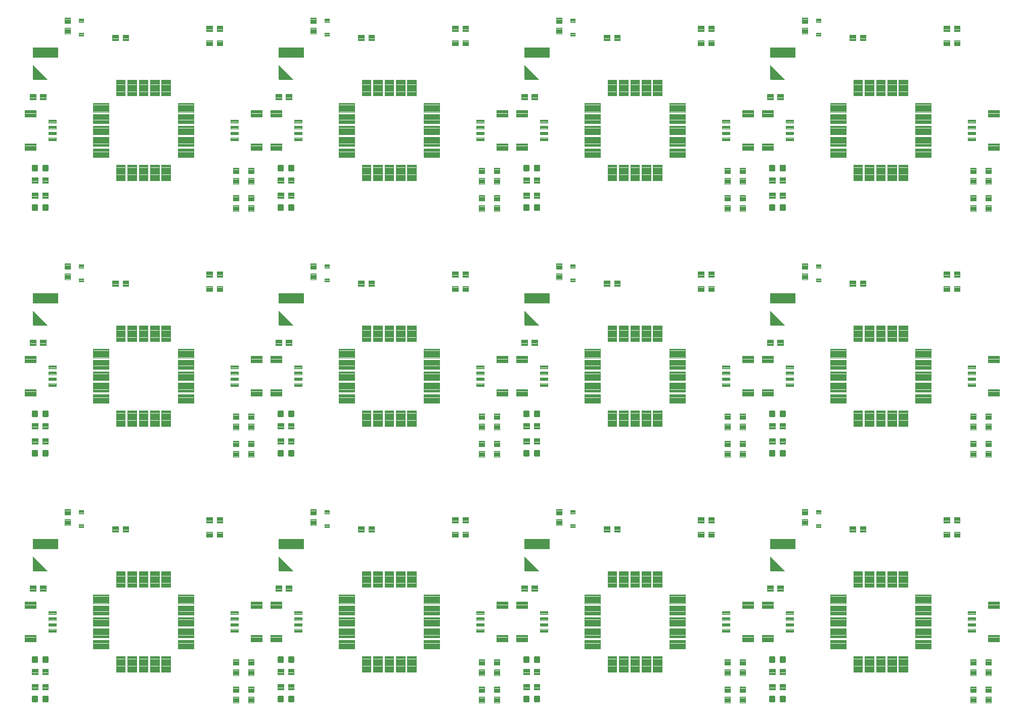
<source format=gtp>
G04 EAGLE Gerber RS-274X export*
G75*
%MOMM*%
%FSLAX34Y34*%
%LPD*%
%INSolderpaste Top*%
%IPPOS*%
%AMOC8*
5,1,8,0,0,1.08239X$1,22.5*%
G01*
%ADD10R,4.200000X1.700000*%
%ADD11C,0.100800*%
%ADD12C,0.100000*%
%ADD13C,0.096000*%
%ADD14C,0.300000*%
%ADD15C,0.102000*%

G36*
X1277402Y1110883D02*
X1277402Y1110883D01*
X1277446Y1110886D01*
X1277468Y1110902D01*
X1277494Y1110910D01*
X1277523Y1110943D01*
X1277558Y1110969D01*
X1277568Y1110995D01*
X1277586Y1111015D01*
X1277593Y1111059D01*
X1277608Y1111099D01*
X1277603Y1111126D01*
X1277607Y1111153D01*
X1277589Y1111194D01*
X1277580Y1111236D01*
X1277554Y1111272D01*
X1277550Y1111281D01*
X1277545Y1111285D01*
X1277536Y1111296D01*
X1253536Y1135296D01*
X1253498Y1135317D01*
X1253465Y1135346D01*
X1253438Y1135350D01*
X1253414Y1135363D01*
X1253370Y1135360D01*
X1253327Y1135367D01*
X1253302Y1135356D01*
X1253274Y1135354D01*
X1253239Y1135328D01*
X1253199Y1135310D01*
X1253184Y1135287D01*
X1253162Y1135271D01*
X1253146Y1135230D01*
X1253122Y1135194D01*
X1253115Y1135150D01*
X1253112Y1135141D01*
X1253113Y1135134D01*
X1253111Y1135120D01*
X1253111Y1111120D01*
X1253116Y1111104D01*
X1253113Y1111087D01*
X1253135Y1111037D01*
X1253150Y1110986D01*
X1253163Y1110975D01*
X1253170Y1110959D01*
X1253215Y1110929D01*
X1253255Y1110894D01*
X1253272Y1110891D01*
X1253287Y1110882D01*
X1253360Y1110871D01*
X1277360Y1110871D01*
X1277402Y1110883D01*
G37*
G36*
X865922Y1110883D02*
X865922Y1110883D01*
X865966Y1110886D01*
X865988Y1110902D01*
X866014Y1110910D01*
X866043Y1110943D01*
X866078Y1110969D01*
X866088Y1110995D01*
X866106Y1111015D01*
X866113Y1111059D01*
X866128Y1111099D01*
X866123Y1111126D01*
X866127Y1111153D01*
X866109Y1111194D01*
X866100Y1111236D01*
X866074Y1111272D01*
X866070Y1111281D01*
X866065Y1111285D01*
X866056Y1111296D01*
X842056Y1135296D01*
X842018Y1135317D01*
X841985Y1135346D01*
X841958Y1135350D01*
X841934Y1135363D01*
X841890Y1135360D01*
X841847Y1135367D01*
X841822Y1135356D01*
X841794Y1135354D01*
X841759Y1135328D01*
X841719Y1135310D01*
X841704Y1135287D01*
X841682Y1135271D01*
X841666Y1135230D01*
X841642Y1135194D01*
X841635Y1135150D01*
X841632Y1135141D01*
X841633Y1135134D01*
X841631Y1135120D01*
X841631Y1111120D01*
X841636Y1111104D01*
X841633Y1111087D01*
X841655Y1111037D01*
X841670Y1110986D01*
X841683Y1110975D01*
X841690Y1110959D01*
X841735Y1110929D01*
X841775Y1110894D01*
X841792Y1110891D01*
X841807Y1110882D01*
X841880Y1110871D01*
X865880Y1110871D01*
X865922Y1110883D01*
G37*
G36*
X454442Y1110883D02*
X454442Y1110883D01*
X454486Y1110886D01*
X454508Y1110902D01*
X454534Y1110910D01*
X454563Y1110943D01*
X454598Y1110969D01*
X454608Y1110995D01*
X454626Y1111015D01*
X454633Y1111059D01*
X454648Y1111099D01*
X454643Y1111126D01*
X454647Y1111153D01*
X454629Y1111194D01*
X454620Y1111236D01*
X454594Y1111272D01*
X454590Y1111281D01*
X454585Y1111285D01*
X454576Y1111296D01*
X430576Y1135296D01*
X430538Y1135317D01*
X430505Y1135346D01*
X430478Y1135350D01*
X430454Y1135363D01*
X430410Y1135360D01*
X430367Y1135367D01*
X430342Y1135356D01*
X430314Y1135354D01*
X430279Y1135328D01*
X430239Y1135310D01*
X430224Y1135287D01*
X430202Y1135271D01*
X430186Y1135230D01*
X430162Y1135194D01*
X430155Y1135150D01*
X430152Y1135141D01*
X430153Y1135134D01*
X430151Y1135120D01*
X430151Y1111120D01*
X430156Y1111104D01*
X430153Y1111087D01*
X430175Y1111037D01*
X430190Y1110986D01*
X430203Y1110975D01*
X430210Y1110959D01*
X430255Y1110929D01*
X430295Y1110894D01*
X430312Y1110891D01*
X430327Y1110882D01*
X430400Y1110871D01*
X454400Y1110871D01*
X454442Y1110883D01*
G37*
G36*
X42962Y1110883D02*
X42962Y1110883D01*
X43006Y1110886D01*
X43028Y1110902D01*
X43054Y1110910D01*
X43083Y1110943D01*
X43118Y1110969D01*
X43128Y1110995D01*
X43146Y1111015D01*
X43153Y1111059D01*
X43168Y1111099D01*
X43163Y1111126D01*
X43167Y1111153D01*
X43149Y1111194D01*
X43140Y1111236D01*
X43114Y1111272D01*
X43110Y1111281D01*
X43105Y1111285D01*
X43096Y1111296D01*
X19096Y1135296D01*
X19058Y1135317D01*
X19025Y1135346D01*
X18998Y1135350D01*
X18974Y1135363D01*
X18930Y1135360D01*
X18887Y1135367D01*
X18862Y1135356D01*
X18834Y1135354D01*
X18799Y1135328D01*
X18759Y1135310D01*
X18744Y1135287D01*
X18722Y1135271D01*
X18706Y1135230D01*
X18682Y1135194D01*
X18675Y1135150D01*
X18672Y1135141D01*
X18673Y1135134D01*
X18671Y1135120D01*
X18671Y1111120D01*
X18676Y1111104D01*
X18673Y1111087D01*
X18695Y1111037D01*
X18710Y1110986D01*
X18723Y1110975D01*
X18730Y1110959D01*
X18775Y1110929D01*
X18815Y1110894D01*
X18832Y1110891D01*
X18847Y1110882D01*
X18920Y1110871D01*
X42920Y1110871D01*
X42962Y1110883D01*
G37*
G36*
X1277402Y699403D02*
X1277402Y699403D01*
X1277446Y699406D01*
X1277468Y699422D01*
X1277494Y699430D01*
X1277523Y699463D01*
X1277558Y699489D01*
X1277568Y699515D01*
X1277586Y699535D01*
X1277593Y699579D01*
X1277608Y699619D01*
X1277603Y699646D01*
X1277607Y699673D01*
X1277589Y699714D01*
X1277580Y699756D01*
X1277554Y699792D01*
X1277550Y699801D01*
X1277545Y699805D01*
X1277536Y699816D01*
X1253536Y723816D01*
X1253498Y723837D01*
X1253465Y723866D01*
X1253438Y723870D01*
X1253414Y723883D01*
X1253370Y723880D01*
X1253327Y723887D01*
X1253302Y723876D01*
X1253274Y723874D01*
X1253239Y723848D01*
X1253199Y723830D01*
X1253184Y723807D01*
X1253162Y723791D01*
X1253146Y723750D01*
X1253122Y723714D01*
X1253115Y723670D01*
X1253112Y723661D01*
X1253113Y723654D01*
X1253111Y723640D01*
X1253111Y699640D01*
X1253116Y699624D01*
X1253113Y699607D01*
X1253135Y699557D01*
X1253150Y699506D01*
X1253163Y699495D01*
X1253170Y699479D01*
X1253215Y699449D01*
X1253255Y699414D01*
X1253272Y699411D01*
X1253287Y699402D01*
X1253360Y699391D01*
X1277360Y699391D01*
X1277402Y699403D01*
G37*
G36*
X865922Y699403D02*
X865922Y699403D01*
X865966Y699406D01*
X865988Y699422D01*
X866014Y699430D01*
X866043Y699463D01*
X866078Y699489D01*
X866088Y699515D01*
X866106Y699535D01*
X866113Y699579D01*
X866128Y699619D01*
X866123Y699646D01*
X866127Y699673D01*
X866109Y699714D01*
X866100Y699756D01*
X866074Y699792D01*
X866070Y699801D01*
X866065Y699805D01*
X866056Y699816D01*
X842056Y723816D01*
X842018Y723837D01*
X841985Y723866D01*
X841958Y723870D01*
X841934Y723883D01*
X841890Y723880D01*
X841847Y723887D01*
X841822Y723876D01*
X841794Y723874D01*
X841759Y723848D01*
X841719Y723830D01*
X841704Y723807D01*
X841682Y723791D01*
X841666Y723750D01*
X841642Y723714D01*
X841635Y723670D01*
X841632Y723661D01*
X841633Y723654D01*
X841631Y723640D01*
X841631Y699640D01*
X841636Y699624D01*
X841633Y699607D01*
X841655Y699557D01*
X841670Y699506D01*
X841683Y699495D01*
X841690Y699479D01*
X841735Y699449D01*
X841775Y699414D01*
X841792Y699411D01*
X841807Y699402D01*
X841880Y699391D01*
X865880Y699391D01*
X865922Y699403D01*
G37*
G36*
X454442Y699403D02*
X454442Y699403D01*
X454486Y699406D01*
X454508Y699422D01*
X454534Y699430D01*
X454563Y699463D01*
X454598Y699489D01*
X454608Y699515D01*
X454626Y699535D01*
X454633Y699579D01*
X454648Y699619D01*
X454643Y699646D01*
X454647Y699673D01*
X454629Y699714D01*
X454620Y699756D01*
X454594Y699792D01*
X454590Y699801D01*
X454585Y699805D01*
X454576Y699816D01*
X430576Y723816D01*
X430538Y723837D01*
X430505Y723866D01*
X430478Y723870D01*
X430454Y723883D01*
X430410Y723880D01*
X430367Y723887D01*
X430342Y723876D01*
X430314Y723874D01*
X430279Y723848D01*
X430239Y723830D01*
X430224Y723807D01*
X430202Y723791D01*
X430186Y723750D01*
X430162Y723714D01*
X430155Y723670D01*
X430152Y723661D01*
X430153Y723654D01*
X430151Y723640D01*
X430151Y699640D01*
X430156Y699624D01*
X430153Y699607D01*
X430175Y699557D01*
X430190Y699506D01*
X430203Y699495D01*
X430210Y699479D01*
X430255Y699449D01*
X430295Y699414D01*
X430312Y699411D01*
X430327Y699402D01*
X430400Y699391D01*
X454400Y699391D01*
X454442Y699403D01*
G37*
G36*
X42962Y699403D02*
X42962Y699403D01*
X43006Y699406D01*
X43028Y699422D01*
X43054Y699430D01*
X43083Y699463D01*
X43118Y699489D01*
X43128Y699515D01*
X43146Y699535D01*
X43153Y699579D01*
X43168Y699619D01*
X43163Y699646D01*
X43167Y699673D01*
X43149Y699714D01*
X43140Y699756D01*
X43114Y699792D01*
X43110Y699801D01*
X43105Y699805D01*
X43096Y699816D01*
X19096Y723816D01*
X19058Y723837D01*
X19025Y723866D01*
X18998Y723870D01*
X18974Y723883D01*
X18930Y723880D01*
X18887Y723887D01*
X18862Y723876D01*
X18834Y723874D01*
X18799Y723848D01*
X18759Y723830D01*
X18744Y723807D01*
X18722Y723791D01*
X18706Y723750D01*
X18682Y723714D01*
X18675Y723670D01*
X18672Y723661D01*
X18673Y723654D01*
X18671Y723640D01*
X18671Y699640D01*
X18676Y699624D01*
X18673Y699607D01*
X18695Y699557D01*
X18710Y699506D01*
X18723Y699495D01*
X18730Y699479D01*
X18775Y699449D01*
X18815Y699414D01*
X18832Y699411D01*
X18847Y699402D01*
X18920Y699391D01*
X42920Y699391D01*
X42962Y699403D01*
G37*
G36*
X1277402Y287923D02*
X1277402Y287923D01*
X1277446Y287926D01*
X1277468Y287942D01*
X1277494Y287950D01*
X1277523Y287983D01*
X1277558Y288009D01*
X1277568Y288035D01*
X1277586Y288055D01*
X1277593Y288099D01*
X1277608Y288139D01*
X1277603Y288166D01*
X1277607Y288193D01*
X1277589Y288234D01*
X1277580Y288276D01*
X1277554Y288312D01*
X1277550Y288321D01*
X1277545Y288325D01*
X1277536Y288336D01*
X1253536Y312336D01*
X1253498Y312357D01*
X1253465Y312386D01*
X1253438Y312390D01*
X1253414Y312403D01*
X1253370Y312400D01*
X1253327Y312407D01*
X1253302Y312396D01*
X1253274Y312394D01*
X1253239Y312368D01*
X1253199Y312350D01*
X1253184Y312327D01*
X1253162Y312311D01*
X1253146Y312270D01*
X1253122Y312234D01*
X1253115Y312190D01*
X1253112Y312181D01*
X1253113Y312174D01*
X1253111Y312160D01*
X1253111Y288160D01*
X1253116Y288144D01*
X1253113Y288127D01*
X1253135Y288077D01*
X1253150Y288026D01*
X1253163Y288015D01*
X1253170Y287999D01*
X1253215Y287969D01*
X1253255Y287934D01*
X1253272Y287931D01*
X1253287Y287922D01*
X1253360Y287911D01*
X1277360Y287911D01*
X1277402Y287923D01*
G37*
G36*
X865922Y287923D02*
X865922Y287923D01*
X865966Y287926D01*
X865988Y287942D01*
X866014Y287950D01*
X866043Y287983D01*
X866078Y288009D01*
X866088Y288035D01*
X866106Y288055D01*
X866113Y288099D01*
X866128Y288139D01*
X866123Y288166D01*
X866127Y288193D01*
X866109Y288234D01*
X866100Y288276D01*
X866074Y288312D01*
X866070Y288321D01*
X866065Y288325D01*
X866056Y288336D01*
X842056Y312336D01*
X842018Y312357D01*
X841985Y312386D01*
X841958Y312390D01*
X841934Y312403D01*
X841890Y312400D01*
X841847Y312407D01*
X841822Y312396D01*
X841794Y312394D01*
X841759Y312368D01*
X841719Y312350D01*
X841704Y312327D01*
X841682Y312311D01*
X841666Y312270D01*
X841642Y312234D01*
X841635Y312190D01*
X841632Y312181D01*
X841633Y312174D01*
X841631Y312160D01*
X841631Y288160D01*
X841636Y288144D01*
X841633Y288127D01*
X841655Y288077D01*
X841670Y288026D01*
X841683Y288015D01*
X841690Y287999D01*
X841735Y287969D01*
X841775Y287934D01*
X841792Y287931D01*
X841807Y287922D01*
X841880Y287911D01*
X865880Y287911D01*
X865922Y287923D01*
G37*
G36*
X454442Y287923D02*
X454442Y287923D01*
X454486Y287926D01*
X454508Y287942D01*
X454534Y287950D01*
X454563Y287983D01*
X454598Y288009D01*
X454608Y288035D01*
X454626Y288055D01*
X454633Y288099D01*
X454648Y288139D01*
X454643Y288166D01*
X454647Y288193D01*
X454629Y288234D01*
X454620Y288276D01*
X454594Y288312D01*
X454590Y288321D01*
X454585Y288325D01*
X454576Y288336D01*
X430576Y312336D01*
X430538Y312357D01*
X430505Y312386D01*
X430478Y312390D01*
X430454Y312403D01*
X430410Y312400D01*
X430367Y312407D01*
X430342Y312396D01*
X430314Y312394D01*
X430279Y312368D01*
X430239Y312350D01*
X430224Y312327D01*
X430202Y312311D01*
X430186Y312270D01*
X430162Y312234D01*
X430155Y312190D01*
X430152Y312181D01*
X430153Y312174D01*
X430151Y312160D01*
X430151Y288160D01*
X430156Y288144D01*
X430153Y288127D01*
X430175Y288077D01*
X430190Y288026D01*
X430203Y288015D01*
X430210Y287999D01*
X430255Y287969D01*
X430295Y287934D01*
X430312Y287931D01*
X430327Y287922D01*
X430400Y287911D01*
X454400Y287911D01*
X454442Y287923D01*
G37*
G36*
X42962Y287923D02*
X42962Y287923D01*
X43006Y287926D01*
X43028Y287942D01*
X43054Y287950D01*
X43083Y287983D01*
X43118Y288009D01*
X43128Y288035D01*
X43146Y288055D01*
X43153Y288099D01*
X43168Y288139D01*
X43163Y288166D01*
X43167Y288193D01*
X43149Y288234D01*
X43140Y288276D01*
X43114Y288312D01*
X43110Y288321D01*
X43105Y288325D01*
X43096Y288336D01*
X19096Y312336D01*
X19058Y312357D01*
X19025Y312386D01*
X18998Y312390D01*
X18974Y312403D01*
X18930Y312400D01*
X18887Y312407D01*
X18862Y312396D01*
X18834Y312394D01*
X18799Y312368D01*
X18759Y312350D01*
X18744Y312327D01*
X18722Y312311D01*
X18706Y312270D01*
X18682Y312234D01*
X18675Y312190D01*
X18672Y312181D01*
X18673Y312174D01*
X18671Y312160D01*
X18671Y288160D01*
X18676Y288144D01*
X18673Y288127D01*
X18695Y288077D01*
X18710Y288026D01*
X18723Y288015D01*
X18730Y287999D01*
X18775Y287969D01*
X18815Y287934D01*
X18832Y287931D01*
X18847Y287922D01*
X18920Y287911D01*
X42920Y287911D01*
X42962Y287923D01*
G37*
D10*
X39720Y333460D03*
D11*
X95414Y384266D02*
X95414Y389558D01*
X102706Y389558D01*
X102706Y384266D01*
X95414Y384266D01*
X95414Y385224D02*
X102706Y385224D01*
X102706Y386182D02*
X95414Y386182D01*
X95414Y387140D02*
X102706Y387140D01*
X102706Y388098D02*
X95414Y388098D01*
X95414Y389056D02*
X102706Y389056D01*
X95414Y366558D02*
X95414Y361266D01*
X95414Y366558D02*
X102706Y366558D01*
X102706Y361266D01*
X95414Y361266D01*
X95414Y362224D02*
X102706Y362224D01*
X102706Y363182D02*
X95414Y363182D01*
X95414Y364140D02*
X102706Y364140D01*
X102706Y365098D02*
X95414Y365098D01*
X95414Y366056D02*
X102706Y366056D01*
D12*
X80700Y364960D02*
X80700Y374960D01*
X80700Y364960D02*
X71700Y364960D01*
X71700Y374960D01*
X80700Y374960D01*
X80700Y365910D02*
X71700Y365910D01*
X71700Y366860D02*
X80700Y366860D01*
X80700Y367810D02*
X71700Y367810D01*
X71700Y368760D02*
X80700Y368760D01*
X80700Y369710D02*
X71700Y369710D01*
X71700Y370660D02*
X80700Y370660D01*
X80700Y371610D02*
X71700Y371610D01*
X71700Y372560D02*
X80700Y372560D01*
X80700Y373510D02*
X71700Y373510D01*
X71700Y374460D02*
X80700Y374460D01*
X80700Y381960D02*
X80700Y391960D01*
X80700Y381960D02*
X71700Y381960D01*
X71700Y391960D01*
X80700Y391960D01*
X80700Y382910D02*
X71700Y382910D01*
X71700Y383860D02*
X80700Y383860D01*
X80700Y384810D02*
X71700Y384810D01*
X71700Y385760D02*
X80700Y385760D01*
X80700Y386710D02*
X71700Y386710D01*
X71700Y387660D02*
X80700Y387660D01*
X80700Y388610D02*
X71700Y388610D01*
X71700Y389560D02*
X80700Y389560D01*
X80700Y390510D02*
X71700Y390510D01*
X71700Y391460D02*
X80700Y391460D01*
X326080Y377880D02*
X336080Y377880D01*
X336080Y368880D01*
X326080Y368880D01*
X326080Y377880D01*
X326080Y369830D02*
X336080Y369830D01*
X336080Y370780D02*
X326080Y370780D01*
X326080Y371730D02*
X336080Y371730D01*
X336080Y372680D02*
X326080Y372680D01*
X326080Y373630D02*
X336080Y373630D01*
X336080Y374580D02*
X326080Y374580D01*
X326080Y375530D02*
X336080Y375530D01*
X336080Y376480D02*
X326080Y376480D01*
X326080Y377430D02*
X336080Y377430D01*
X319080Y377880D02*
X309080Y377880D01*
X319080Y377880D02*
X319080Y368880D01*
X309080Y368880D01*
X309080Y377880D01*
X309080Y369830D02*
X319080Y369830D01*
X319080Y370780D02*
X309080Y370780D01*
X309080Y371730D02*
X319080Y371730D01*
X319080Y372680D02*
X309080Y372680D01*
X309080Y373630D02*
X319080Y373630D01*
X319080Y374580D02*
X309080Y374580D01*
X309080Y375530D02*
X319080Y375530D01*
X319080Y376480D02*
X309080Y376480D01*
X309080Y377430D02*
X319080Y377430D01*
X326080Y353750D02*
X336080Y353750D01*
X336080Y344750D01*
X326080Y344750D01*
X326080Y353750D01*
X326080Y345700D02*
X336080Y345700D01*
X336080Y346650D02*
X326080Y346650D01*
X326080Y347600D02*
X336080Y347600D01*
X336080Y348550D02*
X326080Y348550D01*
X326080Y349500D02*
X336080Y349500D01*
X336080Y350450D02*
X326080Y350450D01*
X326080Y351400D02*
X336080Y351400D01*
X336080Y352350D02*
X326080Y352350D01*
X326080Y353300D02*
X336080Y353300D01*
X319080Y353750D02*
X309080Y353750D01*
X319080Y353750D02*
X319080Y344750D01*
X309080Y344750D01*
X309080Y353750D01*
X309080Y345700D02*
X319080Y345700D01*
X319080Y346650D02*
X309080Y346650D01*
X309080Y347600D02*
X319080Y347600D01*
X319080Y348550D02*
X309080Y348550D01*
X309080Y349500D02*
X319080Y349500D01*
X319080Y350450D02*
X309080Y350450D01*
X309080Y351400D02*
X319080Y351400D01*
X319080Y352350D02*
X309080Y352350D01*
X309080Y353300D02*
X319080Y353300D01*
X388040Y123500D02*
X388040Y113500D01*
X379040Y113500D01*
X379040Y123500D01*
X388040Y123500D01*
X388040Y114450D02*
X379040Y114450D01*
X379040Y115400D02*
X388040Y115400D01*
X388040Y116350D02*
X379040Y116350D01*
X379040Y117300D02*
X388040Y117300D01*
X388040Y118250D02*
X379040Y118250D01*
X379040Y119200D02*
X388040Y119200D01*
X388040Y120150D02*
X379040Y120150D01*
X379040Y121100D02*
X388040Y121100D01*
X388040Y122050D02*
X379040Y122050D01*
X379040Y123000D02*
X388040Y123000D01*
X388040Y130500D02*
X388040Y140500D01*
X388040Y130500D02*
X379040Y130500D01*
X379040Y140500D01*
X388040Y140500D01*
X388040Y131450D02*
X379040Y131450D01*
X379040Y132400D02*
X388040Y132400D01*
X388040Y133350D02*
X379040Y133350D01*
X379040Y134300D02*
X388040Y134300D01*
X388040Y135250D02*
X379040Y135250D01*
X379040Y136200D02*
X388040Y136200D01*
X388040Y137150D02*
X379040Y137150D01*
X379040Y138100D02*
X388040Y138100D01*
X388040Y139050D02*
X379040Y139050D01*
X379040Y140000D02*
X388040Y140000D01*
X388040Y77780D02*
X388040Y67780D01*
X379040Y67780D01*
X379040Y77780D01*
X388040Y77780D01*
X388040Y68730D02*
X379040Y68730D01*
X379040Y69680D02*
X388040Y69680D01*
X388040Y70630D02*
X379040Y70630D01*
X379040Y71580D02*
X388040Y71580D01*
X388040Y72530D02*
X379040Y72530D01*
X379040Y73480D02*
X388040Y73480D01*
X388040Y74430D02*
X379040Y74430D01*
X379040Y75380D02*
X388040Y75380D01*
X388040Y76330D02*
X379040Y76330D01*
X379040Y77280D02*
X388040Y77280D01*
X388040Y84780D02*
X388040Y94780D01*
X388040Y84780D02*
X379040Y84780D01*
X379040Y94780D01*
X388040Y94780D01*
X388040Y85730D02*
X379040Y85730D01*
X379040Y86680D02*
X388040Y86680D01*
X388040Y87630D02*
X379040Y87630D01*
X379040Y88580D02*
X388040Y88580D01*
X388040Y89530D02*
X379040Y89530D01*
X379040Y90480D02*
X388040Y90480D01*
X388040Y91430D02*
X379040Y91430D01*
X379040Y92380D02*
X388040Y92380D01*
X388040Y93330D02*
X379040Y93330D01*
X379040Y94280D02*
X388040Y94280D01*
X353640Y94780D02*
X353640Y84780D01*
X353640Y94780D02*
X362640Y94780D01*
X362640Y84780D01*
X353640Y84780D01*
X353640Y85730D02*
X362640Y85730D01*
X362640Y86680D02*
X353640Y86680D01*
X353640Y87630D02*
X362640Y87630D01*
X362640Y88580D02*
X353640Y88580D01*
X353640Y89530D02*
X362640Y89530D01*
X362640Y90480D02*
X353640Y90480D01*
X353640Y91430D02*
X362640Y91430D01*
X362640Y92380D02*
X353640Y92380D01*
X353640Y93330D02*
X362640Y93330D01*
X362640Y94280D02*
X353640Y94280D01*
X353640Y77780D02*
X353640Y67780D01*
X353640Y77780D02*
X362640Y77780D01*
X362640Y67780D01*
X353640Y67780D01*
X353640Y68730D02*
X362640Y68730D01*
X362640Y69680D02*
X353640Y69680D01*
X353640Y70630D02*
X362640Y70630D01*
X362640Y71580D02*
X353640Y71580D01*
X353640Y72530D02*
X362640Y72530D01*
X362640Y73480D02*
X353640Y73480D01*
X353640Y74430D02*
X362640Y74430D01*
X362640Y75380D02*
X353640Y75380D01*
X353640Y76330D02*
X362640Y76330D01*
X362640Y77280D02*
X353640Y77280D01*
X353640Y130500D02*
X353640Y140500D01*
X362640Y140500D01*
X362640Y130500D01*
X353640Y130500D01*
X353640Y131450D02*
X362640Y131450D01*
X362640Y132400D02*
X353640Y132400D01*
X353640Y133350D02*
X362640Y133350D01*
X362640Y134300D02*
X353640Y134300D01*
X353640Y135250D02*
X362640Y135250D01*
X362640Y136200D02*
X353640Y136200D01*
X353640Y137150D02*
X362640Y137150D01*
X362640Y138100D02*
X353640Y138100D01*
X353640Y139050D02*
X362640Y139050D01*
X362640Y140000D02*
X353640Y140000D01*
X353640Y123500D02*
X353640Y113500D01*
X353640Y123500D02*
X362640Y123500D01*
X362640Y113500D01*
X353640Y113500D01*
X353640Y114450D02*
X362640Y114450D01*
X362640Y115400D02*
X353640Y115400D01*
X353640Y116350D02*
X362640Y116350D01*
X362640Y117300D02*
X353640Y117300D01*
X353640Y118250D02*
X362640Y118250D01*
X362640Y119200D02*
X353640Y119200D01*
X353640Y120150D02*
X362640Y120150D01*
X362640Y121100D02*
X353640Y121100D01*
X353640Y122050D02*
X362640Y122050D01*
X362640Y123000D02*
X353640Y123000D01*
D13*
X145220Y248720D02*
X118680Y248720D01*
X145220Y248720D02*
X145220Y233680D01*
X118680Y233680D01*
X118680Y248720D01*
X118680Y234592D02*
X145220Y234592D01*
X145220Y235504D02*
X118680Y235504D01*
X118680Y236416D02*
X145220Y236416D01*
X145220Y237328D02*
X118680Y237328D01*
X118680Y238240D02*
X145220Y238240D01*
X145220Y239152D02*
X118680Y239152D01*
X118680Y240064D02*
X145220Y240064D01*
X145220Y240976D02*
X118680Y240976D01*
X118680Y241888D02*
X145220Y241888D01*
X145220Y242800D02*
X118680Y242800D01*
X118680Y243712D02*
X145220Y243712D01*
X145220Y244624D02*
X118680Y244624D01*
X118680Y245536D02*
X145220Y245536D01*
X145220Y246448D02*
X118680Y246448D01*
X118680Y247360D02*
X145220Y247360D01*
X145220Y248272D02*
X118680Y248272D01*
X118680Y229720D02*
X145220Y229720D01*
X145220Y214680D01*
X118680Y214680D01*
X118680Y229720D01*
X118680Y215592D02*
X145220Y215592D01*
X145220Y216504D02*
X118680Y216504D01*
X118680Y217416D02*
X145220Y217416D01*
X145220Y218328D02*
X118680Y218328D01*
X118680Y219240D02*
X145220Y219240D01*
X145220Y220152D02*
X118680Y220152D01*
X118680Y221064D02*
X145220Y221064D01*
X145220Y221976D02*
X118680Y221976D01*
X118680Y222888D02*
X145220Y222888D01*
X145220Y223800D02*
X118680Y223800D01*
X118680Y224712D02*
X145220Y224712D01*
X145220Y225624D02*
X118680Y225624D01*
X118680Y226536D02*
X145220Y226536D01*
X145220Y227448D02*
X118680Y227448D01*
X118680Y228360D02*
X145220Y228360D01*
X145220Y229272D02*
X118680Y229272D01*
X118680Y210720D02*
X145220Y210720D01*
X145220Y195680D01*
X118680Y195680D01*
X118680Y210720D01*
X118680Y196592D02*
X145220Y196592D01*
X145220Y197504D02*
X118680Y197504D01*
X118680Y198416D02*
X145220Y198416D01*
X145220Y199328D02*
X118680Y199328D01*
X118680Y200240D02*
X145220Y200240D01*
X145220Y201152D02*
X118680Y201152D01*
X118680Y202064D02*
X145220Y202064D01*
X145220Y202976D02*
X118680Y202976D01*
X118680Y203888D02*
X145220Y203888D01*
X145220Y204800D02*
X118680Y204800D01*
X118680Y205712D02*
X145220Y205712D01*
X145220Y206624D02*
X118680Y206624D01*
X118680Y207536D02*
X145220Y207536D01*
X145220Y208448D02*
X118680Y208448D01*
X118680Y209360D02*
X145220Y209360D01*
X145220Y210272D02*
X118680Y210272D01*
X118680Y191720D02*
X145220Y191720D01*
X145220Y176680D01*
X118680Y176680D01*
X118680Y191720D01*
X118680Y177592D02*
X145220Y177592D01*
X145220Y178504D02*
X118680Y178504D01*
X118680Y179416D02*
X145220Y179416D01*
X145220Y180328D02*
X118680Y180328D01*
X118680Y181240D02*
X145220Y181240D01*
X145220Y182152D02*
X118680Y182152D01*
X118680Y183064D02*
X145220Y183064D01*
X145220Y183976D02*
X118680Y183976D01*
X118680Y184888D02*
X145220Y184888D01*
X145220Y185800D02*
X118680Y185800D01*
X118680Y186712D02*
X145220Y186712D01*
X145220Y187624D02*
X118680Y187624D01*
X118680Y188536D02*
X145220Y188536D01*
X145220Y189448D02*
X118680Y189448D01*
X118680Y190360D02*
X145220Y190360D01*
X145220Y191272D02*
X118680Y191272D01*
X118680Y172720D02*
X145220Y172720D01*
X145220Y157680D01*
X118680Y157680D01*
X118680Y172720D01*
X118680Y158592D02*
X145220Y158592D01*
X145220Y159504D02*
X118680Y159504D01*
X118680Y160416D02*
X145220Y160416D01*
X145220Y161328D02*
X118680Y161328D01*
X118680Y162240D02*
X145220Y162240D01*
X145220Y163152D02*
X118680Y163152D01*
X118680Y164064D02*
X145220Y164064D01*
X145220Y164976D02*
X118680Y164976D01*
X118680Y165888D02*
X145220Y165888D01*
X145220Y166800D02*
X118680Y166800D01*
X118680Y167712D02*
X145220Y167712D01*
X145220Y168624D02*
X118680Y168624D01*
X118680Y169536D02*
X145220Y169536D01*
X145220Y170448D02*
X118680Y170448D01*
X118680Y171360D02*
X145220Y171360D01*
X145220Y172272D02*
X118680Y172272D01*
X172720Y145220D02*
X172720Y118680D01*
X157680Y118680D01*
X157680Y145220D01*
X172720Y145220D01*
X172720Y119592D02*
X157680Y119592D01*
X157680Y120504D02*
X172720Y120504D01*
X172720Y121416D02*
X157680Y121416D01*
X157680Y122328D02*
X172720Y122328D01*
X172720Y123240D02*
X157680Y123240D01*
X157680Y124152D02*
X172720Y124152D01*
X172720Y125064D02*
X157680Y125064D01*
X157680Y125976D02*
X172720Y125976D01*
X172720Y126888D02*
X157680Y126888D01*
X157680Y127800D02*
X172720Y127800D01*
X172720Y128712D02*
X157680Y128712D01*
X157680Y129624D02*
X172720Y129624D01*
X172720Y130536D02*
X157680Y130536D01*
X157680Y131448D02*
X172720Y131448D01*
X172720Y132360D02*
X157680Y132360D01*
X157680Y133272D02*
X172720Y133272D01*
X172720Y134184D02*
X157680Y134184D01*
X157680Y135096D02*
X172720Y135096D01*
X172720Y136008D02*
X157680Y136008D01*
X157680Y136920D02*
X172720Y136920D01*
X172720Y137832D02*
X157680Y137832D01*
X157680Y138744D02*
X172720Y138744D01*
X172720Y139656D02*
X157680Y139656D01*
X157680Y140568D02*
X172720Y140568D01*
X172720Y141480D02*
X157680Y141480D01*
X157680Y142392D02*
X172720Y142392D01*
X172720Y143304D02*
X157680Y143304D01*
X157680Y144216D02*
X172720Y144216D01*
X172720Y145128D02*
X157680Y145128D01*
X191720Y145220D02*
X191720Y118680D01*
X176680Y118680D01*
X176680Y145220D01*
X191720Y145220D01*
X191720Y119592D02*
X176680Y119592D01*
X176680Y120504D02*
X191720Y120504D01*
X191720Y121416D02*
X176680Y121416D01*
X176680Y122328D02*
X191720Y122328D01*
X191720Y123240D02*
X176680Y123240D01*
X176680Y124152D02*
X191720Y124152D01*
X191720Y125064D02*
X176680Y125064D01*
X176680Y125976D02*
X191720Y125976D01*
X191720Y126888D02*
X176680Y126888D01*
X176680Y127800D02*
X191720Y127800D01*
X191720Y128712D02*
X176680Y128712D01*
X176680Y129624D02*
X191720Y129624D01*
X191720Y130536D02*
X176680Y130536D01*
X176680Y131448D02*
X191720Y131448D01*
X191720Y132360D02*
X176680Y132360D01*
X176680Y133272D02*
X191720Y133272D01*
X191720Y134184D02*
X176680Y134184D01*
X176680Y135096D02*
X191720Y135096D01*
X191720Y136008D02*
X176680Y136008D01*
X176680Y136920D02*
X191720Y136920D01*
X191720Y137832D02*
X176680Y137832D01*
X176680Y138744D02*
X191720Y138744D01*
X191720Y139656D02*
X176680Y139656D01*
X176680Y140568D02*
X191720Y140568D01*
X191720Y141480D02*
X176680Y141480D01*
X176680Y142392D02*
X191720Y142392D01*
X191720Y143304D02*
X176680Y143304D01*
X176680Y144216D02*
X191720Y144216D01*
X191720Y145128D02*
X176680Y145128D01*
X210720Y145220D02*
X210720Y118680D01*
X195680Y118680D01*
X195680Y145220D01*
X210720Y145220D01*
X210720Y119592D02*
X195680Y119592D01*
X195680Y120504D02*
X210720Y120504D01*
X210720Y121416D02*
X195680Y121416D01*
X195680Y122328D02*
X210720Y122328D01*
X210720Y123240D02*
X195680Y123240D01*
X195680Y124152D02*
X210720Y124152D01*
X210720Y125064D02*
X195680Y125064D01*
X195680Y125976D02*
X210720Y125976D01*
X210720Y126888D02*
X195680Y126888D01*
X195680Y127800D02*
X210720Y127800D01*
X210720Y128712D02*
X195680Y128712D01*
X195680Y129624D02*
X210720Y129624D01*
X210720Y130536D02*
X195680Y130536D01*
X195680Y131448D02*
X210720Y131448D01*
X210720Y132360D02*
X195680Y132360D01*
X195680Y133272D02*
X210720Y133272D01*
X210720Y134184D02*
X195680Y134184D01*
X195680Y135096D02*
X210720Y135096D01*
X210720Y136008D02*
X195680Y136008D01*
X195680Y136920D02*
X210720Y136920D01*
X210720Y137832D02*
X195680Y137832D01*
X195680Y138744D02*
X210720Y138744D01*
X210720Y139656D02*
X195680Y139656D01*
X195680Y140568D02*
X210720Y140568D01*
X210720Y141480D02*
X195680Y141480D01*
X195680Y142392D02*
X210720Y142392D01*
X210720Y143304D02*
X195680Y143304D01*
X195680Y144216D02*
X210720Y144216D01*
X210720Y145128D02*
X195680Y145128D01*
X229720Y145220D02*
X229720Y118680D01*
X214680Y118680D01*
X214680Y145220D01*
X229720Y145220D01*
X229720Y119592D02*
X214680Y119592D01*
X214680Y120504D02*
X229720Y120504D01*
X229720Y121416D02*
X214680Y121416D01*
X214680Y122328D02*
X229720Y122328D01*
X229720Y123240D02*
X214680Y123240D01*
X214680Y124152D02*
X229720Y124152D01*
X229720Y125064D02*
X214680Y125064D01*
X214680Y125976D02*
X229720Y125976D01*
X229720Y126888D02*
X214680Y126888D01*
X214680Y127800D02*
X229720Y127800D01*
X229720Y128712D02*
X214680Y128712D01*
X214680Y129624D02*
X229720Y129624D01*
X229720Y130536D02*
X214680Y130536D01*
X214680Y131448D02*
X229720Y131448D01*
X229720Y132360D02*
X214680Y132360D01*
X214680Y133272D02*
X229720Y133272D01*
X229720Y134184D02*
X214680Y134184D01*
X214680Y135096D02*
X229720Y135096D01*
X229720Y136008D02*
X214680Y136008D01*
X214680Y136920D02*
X229720Y136920D01*
X229720Y137832D02*
X214680Y137832D01*
X214680Y138744D02*
X229720Y138744D01*
X229720Y139656D02*
X214680Y139656D01*
X214680Y140568D02*
X229720Y140568D01*
X229720Y141480D02*
X214680Y141480D01*
X214680Y142392D02*
X229720Y142392D01*
X229720Y143304D02*
X214680Y143304D01*
X214680Y144216D02*
X229720Y144216D01*
X229720Y145128D02*
X214680Y145128D01*
X248720Y145220D02*
X248720Y118680D01*
X233680Y118680D01*
X233680Y145220D01*
X248720Y145220D01*
X248720Y119592D02*
X233680Y119592D01*
X233680Y120504D02*
X248720Y120504D01*
X248720Y121416D02*
X233680Y121416D01*
X233680Y122328D02*
X248720Y122328D01*
X248720Y123240D02*
X233680Y123240D01*
X233680Y124152D02*
X248720Y124152D01*
X248720Y125064D02*
X233680Y125064D01*
X233680Y125976D02*
X248720Y125976D01*
X248720Y126888D02*
X233680Y126888D01*
X233680Y127800D02*
X248720Y127800D01*
X248720Y128712D02*
X233680Y128712D01*
X233680Y129624D02*
X248720Y129624D01*
X248720Y130536D02*
X233680Y130536D01*
X233680Y131448D02*
X248720Y131448D01*
X248720Y132360D02*
X233680Y132360D01*
X233680Y133272D02*
X248720Y133272D01*
X248720Y134184D02*
X233680Y134184D01*
X233680Y135096D02*
X248720Y135096D01*
X248720Y136008D02*
X233680Y136008D01*
X233680Y136920D02*
X248720Y136920D01*
X248720Y137832D02*
X233680Y137832D01*
X233680Y138744D02*
X248720Y138744D01*
X248720Y139656D02*
X233680Y139656D01*
X233680Y140568D02*
X248720Y140568D01*
X248720Y141480D02*
X233680Y141480D01*
X233680Y142392D02*
X248720Y142392D01*
X248720Y143304D02*
X233680Y143304D01*
X233680Y144216D02*
X248720Y144216D01*
X248720Y145128D02*
X233680Y145128D01*
X261180Y157680D02*
X287720Y157680D01*
X261180Y157680D02*
X261180Y172720D01*
X287720Y172720D01*
X287720Y157680D01*
X287720Y158592D02*
X261180Y158592D01*
X261180Y159504D02*
X287720Y159504D01*
X287720Y160416D02*
X261180Y160416D01*
X261180Y161328D02*
X287720Y161328D01*
X287720Y162240D02*
X261180Y162240D01*
X261180Y163152D02*
X287720Y163152D01*
X287720Y164064D02*
X261180Y164064D01*
X261180Y164976D02*
X287720Y164976D01*
X287720Y165888D02*
X261180Y165888D01*
X261180Y166800D02*
X287720Y166800D01*
X287720Y167712D02*
X261180Y167712D01*
X261180Y168624D02*
X287720Y168624D01*
X287720Y169536D02*
X261180Y169536D01*
X261180Y170448D02*
X287720Y170448D01*
X287720Y171360D02*
X261180Y171360D01*
X261180Y172272D02*
X287720Y172272D01*
X287720Y176680D02*
X261180Y176680D01*
X261180Y191720D01*
X287720Y191720D01*
X287720Y176680D01*
X287720Y177592D02*
X261180Y177592D01*
X261180Y178504D02*
X287720Y178504D01*
X287720Y179416D02*
X261180Y179416D01*
X261180Y180328D02*
X287720Y180328D01*
X287720Y181240D02*
X261180Y181240D01*
X261180Y182152D02*
X287720Y182152D01*
X287720Y183064D02*
X261180Y183064D01*
X261180Y183976D02*
X287720Y183976D01*
X287720Y184888D02*
X261180Y184888D01*
X261180Y185800D02*
X287720Y185800D01*
X287720Y186712D02*
X261180Y186712D01*
X261180Y187624D02*
X287720Y187624D01*
X287720Y188536D02*
X261180Y188536D01*
X261180Y189448D02*
X287720Y189448D01*
X287720Y190360D02*
X261180Y190360D01*
X261180Y191272D02*
X287720Y191272D01*
X287720Y195680D02*
X261180Y195680D01*
X261180Y210720D01*
X287720Y210720D01*
X287720Y195680D01*
X287720Y196592D02*
X261180Y196592D01*
X261180Y197504D02*
X287720Y197504D01*
X287720Y198416D02*
X261180Y198416D01*
X261180Y199328D02*
X287720Y199328D01*
X287720Y200240D02*
X261180Y200240D01*
X261180Y201152D02*
X287720Y201152D01*
X287720Y202064D02*
X261180Y202064D01*
X261180Y202976D02*
X287720Y202976D01*
X287720Y203888D02*
X261180Y203888D01*
X261180Y204800D02*
X287720Y204800D01*
X287720Y205712D02*
X261180Y205712D01*
X261180Y206624D02*
X287720Y206624D01*
X287720Y207536D02*
X261180Y207536D01*
X261180Y208448D02*
X287720Y208448D01*
X287720Y209360D02*
X261180Y209360D01*
X261180Y210272D02*
X287720Y210272D01*
X287720Y214680D02*
X261180Y214680D01*
X261180Y229720D01*
X287720Y229720D01*
X287720Y214680D01*
X287720Y215592D02*
X261180Y215592D01*
X261180Y216504D02*
X287720Y216504D01*
X287720Y217416D02*
X261180Y217416D01*
X261180Y218328D02*
X287720Y218328D01*
X287720Y219240D02*
X261180Y219240D01*
X261180Y220152D02*
X287720Y220152D01*
X287720Y221064D02*
X261180Y221064D01*
X261180Y221976D02*
X287720Y221976D01*
X287720Y222888D02*
X261180Y222888D01*
X261180Y223800D02*
X287720Y223800D01*
X287720Y224712D02*
X261180Y224712D01*
X261180Y225624D02*
X287720Y225624D01*
X287720Y226536D02*
X261180Y226536D01*
X261180Y227448D02*
X287720Y227448D01*
X287720Y228360D02*
X261180Y228360D01*
X261180Y229272D02*
X287720Y229272D01*
X287720Y233680D02*
X261180Y233680D01*
X261180Y248720D01*
X287720Y248720D01*
X287720Y233680D01*
X287720Y234592D02*
X261180Y234592D01*
X261180Y235504D02*
X287720Y235504D01*
X287720Y236416D02*
X261180Y236416D01*
X261180Y237328D02*
X287720Y237328D01*
X287720Y238240D02*
X261180Y238240D01*
X261180Y239152D02*
X287720Y239152D01*
X287720Y240064D02*
X261180Y240064D01*
X261180Y240976D02*
X287720Y240976D01*
X287720Y241888D02*
X261180Y241888D01*
X261180Y242800D02*
X287720Y242800D01*
X287720Y243712D02*
X261180Y243712D01*
X261180Y244624D02*
X287720Y244624D01*
X287720Y245536D02*
X261180Y245536D01*
X261180Y246448D02*
X287720Y246448D01*
X287720Y247360D02*
X261180Y247360D01*
X261180Y248272D02*
X287720Y248272D01*
X233680Y261180D02*
X233680Y287720D01*
X248720Y287720D01*
X248720Y261180D01*
X233680Y261180D01*
X233680Y262092D02*
X248720Y262092D01*
X248720Y263004D02*
X233680Y263004D01*
X233680Y263916D02*
X248720Y263916D01*
X248720Y264828D02*
X233680Y264828D01*
X233680Y265740D02*
X248720Y265740D01*
X248720Y266652D02*
X233680Y266652D01*
X233680Y267564D02*
X248720Y267564D01*
X248720Y268476D02*
X233680Y268476D01*
X233680Y269388D02*
X248720Y269388D01*
X248720Y270300D02*
X233680Y270300D01*
X233680Y271212D02*
X248720Y271212D01*
X248720Y272124D02*
X233680Y272124D01*
X233680Y273036D02*
X248720Y273036D01*
X248720Y273948D02*
X233680Y273948D01*
X233680Y274860D02*
X248720Y274860D01*
X248720Y275772D02*
X233680Y275772D01*
X233680Y276684D02*
X248720Y276684D01*
X248720Y277596D02*
X233680Y277596D01*
X233680Y278508D02*
X248720Y278508D01*
X248720Y279420D02*
X233680Y279420D01*
X233680Y280332D02*
X248720Y280332D01*
X248720Y281244D02*
X233680Y281244D01*
X233680Y282156D02*
X248720Y282156D01*
X248720Y283068D02*
X233680Y283068D01*
X233680Y283980D02*
X248720Y283980D01*
X248720Y284892D02*
X233680Y284892D01*
X233680Y285804D02*
X248720Y285804D01*
X248720Y286716D02*
X233680Y286716D01*
X233680Y287628D02*
X248720Y287628D01*
X214680Y287720D02*
X214680Y261180D01*
X214680Y287720D02*
X229720Y287720D01*
X229720Y261180D01*
X214680Y261180D01*
X214680Y262092D02*
X229720Y262092D01*
X229720Y263004D02*
X214680Y263004D01*
X214680Y263916D02*
X229720Y263916D01*
X229720Y264828D02*
X214680Y264828D01*
X214680Y265740D02*
X229720Y265740D01*
X229720Y266652D02*
X214680Y266652D01*
X214680Y267564D02*
X229720Y267564D01*
X229720Y268476D02*
X214680Y268476D01*
X214680Y269388D02*
X229720Y269388D01*
X229720Y270300D02*
X214680Y270300D01*
X214680Y271212D02*
X229720Y271212D01*
X229720Y272124D02*
X214680Y272124D01*
X214680Y273036D02*
X229720Y273036D01*
X229720Y273948D02*
X214680Y273948D01*
X214680Y274860D02*
X229720Y274860D01*
X229720Y275772D02*
X214680Y275772D01*
X214680Y276684D02*
X229720Y276684D01*
X229720Y277596D02*
X214680Y277596D01*
X214680Y278508D02*
X229720Y278508D01*
X229720Y279420D02*
X214680Y279420D01*
X214680Y280332D02*
X229720Y280332D01*
X229720Y281244D02*
X214680Y281244D01*
X214680Y282156D02*
X229720Y282156D01*
X229720Y283068D02*
X214680Y283068D01*
X214680Y283980D02*
X229720Y283980D01*
X229720Y284892D02*
X214680Y284892D01*
X214680Y285804D02*
X229720Y285804D01*
X229720Y286716D02*
X214680Y286716D01*
X214680Y287628D02*
X229720Y287628D01*
X195680Y287720D02*
X195680Y261180D01*
X195680Y287720D02*
X210720Y287720D01*
X210720Y261180D01*
X195680Y261180D01*
X195680Y262092D02*
X210720Y262092D01*
X210720Y263004D02*
X195680Y263004D01*
X195680Y263916D02*
X210720Y263916D01*
X210720Y264828D02*
X195680Y264828D01*
X195680Y265740D02*
X210720Y265740D01*
X210720Y266652D02*
X195680Y266652D01*
X195680Y267564D02*
X210720Y267564D01*
X210720Y268476D02*
X195680Y268476D01*
X195680Y269388D02*
X210720Y269388D01*
X210720Y270300D02*
X195680Y270300D01*
X195680Y271212D02*
X210720Y271212D01*
X210720Y272124D02*
X195680Y272124D01*
X195680Y273036D02*
X210720Y273036D01*
X210720Y273948D02*
X195680Y273948D01*
X195680Y274860D02*
X210720Y274860D01*
X210720Y275772D02*
X195680Y275772D01*
X195680Y276684D02*
X210720Y276684D01*
X210720Y277596D02*
X195680Y277596D01*
X195680Y278508D02*
X210720Y278508D01*
X210720Y279420D02*
X195680Y279420D01*
X195680Y280332D02*
X210720Y280332D01*
X210720Y281244D02*
X195680Y281244D01*
X195680Y282156D02*
X210720Y282156D01*
X210720Y283068D02*
X195680Y283068D01*
X195680Y283980D02*
X210720Y283980D01*
X210720Y284892D02*
X195680Y284892D01*
X195680Y285804D02*
X210720Y285804D01*
X210720Y286716D02*
X195680Y286716D01*
X195680Y287628D02*
X210720Y287628D01*
X176680Y287720D02*
X176680Y261180D01*
X176680Y287720D02*
X191720Y287720D01*
X191720Y261180D01*
X176680Y261180D01*
X176680Y262092D02*
X191720Y262092D01*
X191720Y263004D02*
X176680Y263004D01*
X176680Y263916D02*
X191720Y263916D01*
X191720Y264828D02*
X176680Y264828D01*
X176680Y265740D02*
X191720Y265740D01*
X191720Y266652D02*
X176680Y266652D01*
X176680Y267564D02*
X191720Y267564D01*
X191720Y268476D02*
X176680Y268476D01*
X176680Y269388D02*
X191720Y269388D01*
X191720Y270300D02*
X176680Y270300D01*
X176680Y271212D02*
X191720Y271212D01*
X191720Y272124D02*
X176680Y272124D01*
X176680Y273036D02*
X191720Y273036D01*
X191720Y273948D02*
X176680Y273948D01*
X176680Y274860D02*
X191720Y274860D01*
X191720Y275772D02*
X176680Y275772D01*
X176680Y276684D02*
X191720Y276684D01*
X191720Y277596D02*
X176680Y277596D01*
X176680Y278508D02*
X191720Y278508D01*
X191720Y279420D02*
X176680Y279420D01*
X176680Y280332D02*
X191720Y280332D01*
X191720Y281244D02*
X176680Y281244D01*
X176680Y282156D02*
X191720Y282156D01*
X191720Y283068D02*
X176680Y283068D01*
X176680Y283980D02*
X191720Y283980D01*
X191720Y284892D02*
X176680Y284892D01*
X176680Y285804D02*
X191720Y285804D01*
X191720Y286716D02*
X176680Y286716D01*
X176680Y287628D02*
X191720Y287628D01*
X157680Y287720D02*
X157680Y261180D01*
X157680Y287720D02*
X172720Y287720D01*
X172720Y261180D01*
X157680Y261180D01*
X157680Y262092D02*
X172720Y262092D01*
X172720Y263004D02*
X157680Y263004D01*
X157680Y263916D02*
X172720Y263916D01*
X172720Y264828D02*
X157680Y264828D01*
X157680Y265740D02*
X172720Y265740D01*
X172720Y266652D02*
X157680Y266652D01*
X157680Y267564D02*
X172720Y267564D01*
X172720Y268476D02*
X157680Y268476D01*
X157680Y269388D02*
X172720Y269388D01*
X172720Y270300D02*
X157680Y270300D01*
X157680Y271212D02*
X172720Y271212D01*
X172720Y272124D02*
X157680Y272124D01*
X157680Y273036D02*
X172720Y273036D01*
X172720Y273948D02*
X157680Y273948D01*
X157680Y274860D02*
X172720Y274860D01*
X172720Y275772D02*
X157680Y275772D01*
X157680Y276684D02*
X172720Y276684D01*
X172720Y277596D02*
X157680Y277596D01*
X157680Y278508D02*
X172720Y278508D01*
X172720Y279420D02*
X157680Y279420D01*
X157680Y280332D02*
X172720Y280332D01*
X172720Y281244D02*
X157680Y281244D01*
X157680Y282156D02*
X172720Y282156D01*
X172720Y283068D02*
X157680Y283068D01*
X157680Y283980D02*
X172720Y283980D01*
X172720Y284892D02*
X157680Y284892D01*
X157680Y285804D02*
X172720Y285804D01*
X172720Y286716D02*
X157680Y286716D01*
X157680Y287628D02*
X172720Y287628D01*
D14*
X25210Y77160D02*
X25210Y70160D01*
X18210Y70160D01*
X18210Y77160D01*
X25210Y77160D01*
X25210Y73010D02*
X18210Y73010D01*
X18210Y75860D02*
X25210Y75860D01*
X42750Y77160D02*
X42750Y70160D01*
X35750Y70160D01*
X35750Y77160D01*
X42750Y77160D01*
X42750Y73010D02*
X35750Y73010D01*
X35750Y75860D02*
X42750Y75860D01*
D12*
X43980Y123880D02*
X33980Y123880D01*
X43980Y123880D02*
X43980Y114880D01*
X33980Y114880D01*
X33980Y123880D01*
X33980Y115830D02*
X43980Y115830D01*
X43980Y116780D02*
X33980Y116780D01*
X33980Y117730D02*
X43980Y117730D01*
X43980Y118680D02*
X33980Y118680D01*
X33980Y119630D02*
X43980Y119630D01*
X43980Y120580D02*
X33980Y120580D01*
X33980Y121530D02*
X43980Y121530D01*
X43980Y122480D02*
X33980Y122480D01*
X33980Y123430D02*
X43980Y123430D01*
X26980Y123880D02*
X16980Y123880D01*
X26980Y123880D02*
X26980Y114880D01*
X16980Y114880D01*
X16980Y123880D01*
X16980Y115830D02*
X26980Y115830D01*
X26980Y116780D02*
X16980Y116780D01*
X16980Y117730D02*
X26980Y117730D01*
X26980Y118680D02*
X16980Y118680D01*
X16980Y119630D02*
X26980Y119630D01*
X26980Y120580D02*
X16980Y120580D01*
X16980Y121530D02*
X26980Y121530D01*
X26980Y122480D02*
X16980Y122480D01*
X16980Y123430D02*
X26980Y123430D01*
D14*
X25210Y136200D02*
X25210Y143200D01*
X25210Y136200D02*
X18210Y136200D01*
X18210Y143200D01*
X25210Y143200D01*
X25210Y139050D02*
X18210Y139050D01*
X18210Y141900D02*
X25210Y141900D01*
X42750Y143200D02*
X42750Y136200D01*
X35750Y136200D01*
X35750Y143200D01*
X42750Y143200D01*
X42750Y139050D02*
X35750Y139050D01*
X35750Y141900D02*
X42750Y141900D01*
D12*
X43980Y98480D02*
X33980Y98480D01*
X43980Y98480D02*
X43980Y89480D01*
X33980Y89480D01*
X33980Y98480D01*
X33980Y90430D02*
X43980Y90430D01*
X43980Y91380D02*
X33980Y91380D01*
X33980Y92330D02*
X43980Y92330D01*
X43980Y93280D02*
X33980Y93280D01*
X33980Y94230D02*
X43980Y94230D01*
X43980Y95180D02*
X33980Y95180D01*
X33980Y96130D02*
X43980Y96130D01*
X43980Y97080D02*
X33980Y97080D01*
X33980Y98030D02*
X43980Y98030D01*
X26980Y98480D02*
X16980Y98480D01*
X26980Y98480D02*
X26980Y89480D01*
X16980Y89480D01*
X16980Y98480D01*
X16980Y90430D02*
X26980Y90430D01*
X26980Y91380D02*
X16980Y91380D01*
X16980Y92330D02*
X26980Y92330D01*
X26980Y93280D02*
X16980Y93280D01*
X16980Y94230D02*
X26980Y94230D01*
X26980Y95180D02*
X16980Y95180D01*
X16980Y96130D02*
X26980Y96130D01*
X26980Y97080D02*
X16980Y97080D01*
X16980Y98030D02*
X26980Y98030D01*
D13*
X4530Y225680D02*
X4530Y236720D01*
X23570Y236720D01*
X23570Y225680D01*
X4530Y225680D01*
X4530Y226592D02*
X23570Y226592D01*
X23570Y227504D02*
X4530Y227504D01*
X4530Y228416D02*
X23570Y228416D01*
X23570Y229328D02*
X4530Y229328D01*
X4530Y230240D02*
X23570Y230240D01*
X23570Y231152D02*
X4530Y231152D01*
X4530Y232064D02*
X23570Y232064D01*
X23570Y232976D02*
X4530Y232976D01*
X4530Y233888D02*
X23570Y233888D01*
X23570Y234800D02*
X4530Y234800D01*
X4530Y235712D02*
X23570Y235712D01*
X23570Y236624D02*
X4530Y236624D01*
X4530Y180720D02*
X4530Y169680D01*
X4530Y180720D02*
X23570Y180720D01*
X23570Y169680D01*
X4530Y169680D01*
X4530Y170592D02*
X23570Y170592D01*
X23570Y171504D02*
X4530Y171504D01*
X4530Y172416D02*
X23570Y172416D01*
X23570Y173328D02*
X4530Y173328D01*
X4530Y174240D02*
X23570Y174240D01*
X23570Y175152D02*
X4530Y175152D01*
X4530Y176064D02*
X23570Y176064D01*
X23570Y176976D02*
X4530Y176976D01*
X4530Y177888D02*
X23570Y177888D01*
X23570Y178800D02*
X4530Y178800D01*
X4530Y179712D02*
X23570Y179712D01*
X23570Y180624D02*
X4530Y180624D01*
D15*
X44560Y215710D02*
X44560Y220690D01*
X57040Y220690D01*
X57040Y215710D01*
X44560Y215710D01*
X44560Y216679D02*
X57040Y216679D01*
X57040Y217648D02*
X44560Y217648D01*
X44560Y218617D02*
X57040Y218617D01*
X57040Y219586D02*
X44560Y219586D01*
X44560Y220555D02*
X57040Y220555D01*
X44560Y210690D02*
X44560Y205710D01*
X44560Y210690D02*
X57040Y210690D01*
X57040Y205710D01*
X44560Y205710D01*
X44560Y206679D02*
X57040Y206679D01*
X57040Y207648D02*
X44560Y207648D01*
X44560Y208617D02*
X57040Y208617D01*
X57040Y209586D02*
X44560Y209586D01*
X44560Y210555D02*
X57040Y210555D01*
X44560Y200690D02*
X44560Y195710D01*
X44560Y200690D02*
X57040Y200690D01*
X57040Y195710D01*
X44560Y195710D01*
X44560Y196679D02*
X57040Y196679D01*
X57040Y197648D02*
X44560Y197648D01*
X44560Y198617D02*
X57040Y198617D01*
X57040Y199586D02*
X44560Y199586D01*
X44560Y200555D02*
X57040Y200555D01*
X44560Y190690D02*
X44560Y185710D01*
X44560Y190690D02*
X57040Y190690D01*
X57040Y185710D01*
X44560Y185710D01*
X44560Y186679D02*
X57040Y186679D01*
X57040Y187648D02*
X44560Y187648D01*
X44560Y188617D02*
X57040Y188617D01*
X57040Y189586D02*
X44560Y189586D01*
X44560Y190555D02*
X57040Y190555D01*
D13*
X401870Y180720D02*
X401870Y169680D01*
X382830Y169680D01*
X382830Y180720D01*
X401870Y180720D01*
X401870Y170592D02*
X382830Y170592D01*
X382830Y171504D02*
X401870Y171504D01*
X401870Y172416D02*
X382830Y172416D01*
X382830Y173328D02*
X401870Y173328D01*
X401870Y174240D02*
X382830Y174240D01*
X382830Y175152D02*
X401870Y175152D01*
X401870Y176064D02*
X382830Y176064D01*
X382830Y176976D02*
X401870Y176976D01*
X401870Y177888D02*
X382830Y177888D01*
X382830Y178800D02*
X401870Y178800D01*
X401870Y179712D02*
X382830Y179712D01*
X382830Y180624D02*
X401870Y180624D01*
X401870Y225680D02*
X401870Y236720D01*
X401870Y225680D02*
X382830Y225680D01*
X382830Y236720D01*
X401870Y236720D01*
X401870Y226592D02*
X382830Y226592D01*
X382830Y227504D02*
X401870Y227504D01*
X401870Y228416D02*
X382830Y228416D01*
X382830Y229328D02*
X401870Y229328D01*
X401870Y230240D02*
X382830Y230240D01*
X382830Y231152D02*
X401870Y231152D01*
X401870Y232064D02*
X382830Y232064D01*
X382830Y232976D02*
X401870Y232976D01*
X401870Y233888D02*
X382830Y233888D01*
X382830Y234800D02*
X401870Y234800D01*
X401870Y235712D02*
X382830Y235712D01*
X382830Y236624D02*
X401870Y236624D01*
D15*
X361840Y190690D02*
X361840Y185710D01*
X349360Y185710D01*
X349360Y190690D01*
X361840Y190690D01*
X361840Y186679D02*
X349360Y186679D01*
X349360Y187648D02*
X361840Y187648D01*
X361840Y188617D02*
X349360Y188617D01*
X349360Y189586D02*
X361840Y189586D01*
X361840Y190555D02*
X349360Y190555D01*
X361840Y195710D02*
X361840Y200690D01*
X361840Y195710D02*
X349360Y195710D01*
X349360Y200690D01*
X361840Y200690D01*
X361840Y196679D02*
X349360Y196679D01*
X349360Y197648D02*
X361840Y197648D01*
X361840Y198617D02*
X349360Y198617D01*
X349360Y199586D02*
X361840Y199586D01*
X361840Y200555D02*
X349360Y200555D01*
X361840Y205710D02*
X361840Y210690D01*
X361840Y205710D02*
X349360Y205710D01*
X349360Y210690D01*
X361840Y210690D01*
X361840Y206679D02*
X349360Y206679D01*
X349360Y207648D02*
X361840Y207648D01*
X361840Y208617D02*
X349360Y208617D01*
X349360Y209586D02*
X361840Y209586D01*
X361840Y210555D02*
X349360Y210555D01*
X361840Y215710D02*
X361840Y220690D01*
X361840Y215710D02*
X349360Y215710D01*
X349360Y220690D01*
X361840Y220690D01*
X361840Y216679D02*
X349360Y216679D01*
X349360Y217648D02*
X361840Y217648D01*
X361840Y218617D02*
X349360Y218617D01*
X349360Y219586D02*
X361840Y219586D01*
X361840Y220555D02*
X349360Y220555D01*
D12*
X178600Y362640D02*
X168600Y362640D01*
X178600Y362640D02*
X178600Y353640D01*
X168600Y353640D01*
X168600Y362640D01*
X168600Y354590D02*
X178600Y354590D01*
X178600Y355540D02*
X168600Y355540D01*
X168600Y356490D02*
X178600Y356490D01*
X178600Y357440D02*
X168600Y357440D01*
X168600Y358390D02*
X178600Y358390D01*
X178600Y359340D02*
X168600Y359340D01*
X168600Y360290D02*
X178600Y360290D01*
X178600Y361240D02*
X168600Y361240D01*
X168600Y362190D02*
X178600Y362190D01*
X161600Y362640D02*
X151600Y362640D01*
X161600Y362640D02*
X161600Y353640D01*
X151600Y353640D01*
X151600Y362640D01*
X151600Y354590D02*
X161600Y354590D01*
X161600Y355540D02*
X151600Y355540D01*
X151600Y356490D02*
X161600Y356490D01*
X161600Y357440D02*
X151600Y357440D01*
X151600Y358390D02*
X161600Y358390D01*
X161600Y359340D02*
X151600Y359340D01*
X151600Y360290D02*
X161600Y360290D01*
X161600Y361240D02*
X151600Y361240D01*
X151600Y362190D02*
X161600Y362190D01*
X40170Y263580D02*
X30170Y263580D01*
X40170Y263580D02*
X40170Y254580D01*
X30170Y254580D01*
X30170Y263580D01*
X30170Y255530D02*
X40170Y255530D01*
X40170Y256480D02*
X30170Y256480D01*
X30170Y257430D02*
X40170Y257430D01*
X40170Y258380D02*
X30170Y258380D01*
X30170Y259330D02*
X40170Y259330D01*
X40170Y260280D02*
X30170Y260280D01*
X30170Y261230D02*
X40170Y261230D01*
X40170Y262180D02*
X30170Y262180D01*
X30170Y263130D02*
X40170Y263130D01*
X23170Y263580D02*
X13170Y263580D01*
X23170Y263580D02*
X23170Y254580D01*
X13170Y254580D01*
X13170Y263580D01*
X13170Y255530D02*
X23170Y255530D01*
X23170Y256480D02*
X13170Y256480D01*
X13170Y257430D02*
X23170Y257430D01*
X23170Y258380D02*
X13170Y258380D01*
X13170Y259330D02*
X23170Y259330D01*
X23170Y260280D02*
X13170Y260280D01*
X13170Y261230D02*
X23170Y261230D01*
X23170Y262180D02*
X13170Y262180D01*
X13170Y263130D02*
X23170Y263130D01*
D10*
X451200Y333460D03*
D11*
X506894Y384266D02*
X506894Y389558D01*
X514186Y389558D01*
X514186Y384266D01*
X506894Y384266D01*
X506894Y385224D02*
X514186Y385224D01*
X514186Y386182D02*
X506894Y386182D01*
X506894Y387140D02*
X514186Y387140D01*
X514186Y388098D02*
X506894Y388098D01*
X506894Y389056D02*
X514186Y389056D01*
X506894Y366558D02*
X506894Y361266D01*
X506894Y366558D02*
X514186Y366558D01*
X514186Y361266D01*
X506894Y361266D01*
X506894Y362224D02*
X514186Y362224D01*
X514186Y363182D02*
X506894Y363182D01*
X506894Y364140D02*
X514186Y364140D01*
X514186Y365098D02*
X506894Y365098D01*
X506894Y366056D02*
X514186Y366056D01*
D12*
X492180Y364960D02*
X492180Y374960D01*
X492180Y364960D02*
X483180Y364960D01*
X483180Y374960D01*
X492180Y374960D01*
X492180Y365910D02*
X483180Y365910D01*
X483180Y366860D02*
X492180Y366860D01*
X492180Y367810D02*
X483180Y367810D01*
X483180Y368760D02*
X492180Y368760D01*
X492180Y369710D02*
X483180Y369710D01*
X483180Y370660D02*
X492180Y370660D01*
X492180Y371610D02*
X483180Y371610D01*
X483180Y372560D02*
X492180Y372560D01*
X492180Y373510D02*
X483180Y373510D01*
X483180Y374460D02*
X492180Y374460D01*
X492180Y381960D02*
X492180Y391960D01*
X492180Y381960D02*
X483180Y381960D01*
X483180Y391960D01*
X492180Y391960D01*
X492180Y382910D02*
X483180Y382910D01*
X483180Y383860D02*
X492180Y383860D01*
X492180Y384810D02*
X483180Y384810D01*
X483180Y385760D02*
X492180Y385760D01*
X492180Y386710D02*
X483180Y386710D01*
X483180Y387660D02*
X492180Y387660D01*
X492180Y388610D02*
X483180Y388610D01*
X483180Y389560D02*
X492180Y389560D01*
X492180Y390510D02*
X483180Y390510D01*
X483180Y391460D02*
X492180Y391460D01*
X737560Y377880D02*
X747560Y377880D01*
X747560Y368880D01*
X737560Y368880D01*
X737560Y377880D01*
X737560Y369830D02*
X747560Y369830D01*
X747560Y370780D02*
X737560Y370780D01*
X737560Y371730D02*
X747560Y371730D01*
X747560Y372680D02*
X737560Y372680D01*
X737560Y373630D02*
X747560Y373630D01*
X747560Y374580D02*
X737560Y374580D01*
X737560Y375530D02*
X747560Y375530D01*
X747560Y376480D02*
X737560Y376480D01*
X737560Y377430D02*
X747560Y377430D01*
X730560Y377880D02*
X720560Y377880D01*
X730560Y377880D02*
X730560Y368880D01*
X720560Y368880D01*
X720560Y377880D01*
X720560Y369830D02*
X730560Y369830D01*
X730560Y370780D02*
X720560Y370780D01*
X720560Y371730D02*
X730560Y371730D01*
X730560Y372680D02*
X720560Y372680D01*
X720560Y373630D02*
X730560Y373630D01*
X730560Y374580D02*
X720560Y374580D01*
X720560Y375530D02*
X730560Y375530D01*
X730560Y376480D02*
X720560Y376480D01*
X720560Y377430D02*
X730560Y377430D01*
X737560Y353750D02*
X747560Y353750D01*
X747560Y344750D01*
X737560Y344750D01*
X737560Y353750D01*
X737560Y345700D02*
X747560Y345700D01*
X747560Y346650D02*
X737560Y346650D01*
X737560Y347600D02*
X747560Y347600D01*
X747560Y348550D02*
X737560Y348550D01*
X737560Y349500D02*
X747560Y349500D01*
X747560Y350450D02*
X737560Y350450D01*
X737560Y351400D02*
X747560Y351400D01*
X747560Y352350D02*
X737560Y352350D01*
X737560Y353300D02*
X747560Y353300D01*
X730560Y353750D02*
X720560Y353750D01*
X730560Y353750D02*
X730560Y344750D01*
X720560Y344750D01*
X720560Y353750D01*
X720560Y345700D02*
X730560Y345700D01*
X730560Y346650D02*
X720560Y346650D01*
X720560Y347600D02*
X730560Y347600D01*
X730560Y348550D02*
X720560Y348550D01*
X720560Y349500D02*
X730560Y349500D01*
X730560Y350450D02*
X720560Y350450D01*
X720560Y351400D02*
X730560Y351400D01*
X730560Y352350D02*
X720560Y352350D01*
X720560Y353300D02*
X730560Y353300D01*
X799520Y123500D02*
X799520Y113500D01*
X790520Y113500D01*
X790520Y123500D01*
X799520Y123500D01*
X799520Y114450D02*
X790520Y114450D01*
X790520Y115400D02*
X799520Y115400D01*
X799520Y116350D02*
X790520Y116350D01*
X790520Y117300D02*
X799520Y117300D01*
X799520Y118250D02*
X790520Y118250D01*
X790520Y119200D02*
X799520Y119200D01*
X799520Y120150D02*
X790520Y120150D01*
X790520Y121100D02*
X799520Y121100D01*
X799520Y122050D02*
X790520Y122050D01*
X790520Y123000D02*
X799520Y123000D01*
X799520Y130500D02*
X799520Y140500D01*
X799520Y130500D02*
X790520Y130500D01*
X790520Y140500D01*
X799520Y140500D01*
X799520Y131450D02*
X790520Y131450D01*
X790520Y132400D02*
X799520Y132400D01*
X799520Y133350D02*
X790520Y133350D01*
X790520Y134300D02*
X799520Y134300D01*
X799520Y135250D02*
X790520Y135250D01*
X790520Y136200D02*
X799520Y136200D01*
X799520Y137150D02*
X790520Y137150D01*
X790520Y138100D02*
X799520Y138100D01*
X799520Y139050D02*
X790520Y139050D01*
X790520Y140000D02*
X799520Y140000D01*
X799520Y77780D02*
X799520Y67780D01*
X790520Y67780D01*
X790520Y77780D01*
X799520Y77780D01*
X799520Y68730D02*
X790520Y68730D01*
X790520Y69680D02*
X799520Y69680D01*
X799520Y70630D02*
X790520Y70630D01*
X790520Y71580D02*
X799520Y71580D01*
X799520Y72530D02*
X790520Y72530D01*
X790520Y73480D02*
X799520Y73480D01*
X799520Y74430D02*
X790520Y74430D01*
X790520Y75380D02*
X799520Y75380D01*
X799520Y76330D02*
X790520Y76330D01*
X790520Y77280D02*
X799520Y77280D01*
X799520Y84780D02*
X799520Y94780D01*
X799520Y84780D02*
X790520Y84780D01*
X790520Y94780D01*
X799520Y94780D01*
X799520Y85730D02*
X790520Y85730D01*
X790520Y86680D02*
X799520Y86680D01*
X799520Y87630D02*
X790520Y87630D01*
X790520Y88580D02*
X799520Y88580D01*
X799520Y89530D02*
X790520Y89530D01*
X790520Y90480D02*
X799520Y90480D01*
X799520Y91430D02*
X790520Y91430D01*
X790520Y92380D02*
X799520Y92380D01*
X799520Y93330D02*
X790520Y93330D01*
X790520Y94280D02*
X799520Y94280D01*
X765120Y94780D02*
X765120Y84780D01*
X765120Y94780D02*
X774120Y94780D01*
X774120Y84780D01*
X765120Y84780D01*
X765120Y85730D02*
X774120Y85730D01*
X774120Y86680D02*
X765120Y86680D01*
X765120Y87630D02*
X774120Y87630D01*
X774120Y88580D02*
X765120Y88580D01*
X765120Y89530D02*
X774120Y89530D01*
X774120Y90480D02*
X765120Y90480D01*
X765120Y91430D02*
X774120Y91430D01*
X774120Y92380D02*
X765120Y92380D01*
X765120Y93330D02*
X774120Y93330D01*
X774120Y94280D02*
X765120Y94280D01*
X765120Y77780D02*
X765120Y67780D01*
X765120Y77780D02*
X774120Y77780D01*
X774120Y67780D01*
X765120Y67780D01*
X765120Y68730D02*
X774120Y68730D01*
X774120Y69680D02*
X765120Y69680D01*
X765120Y70630D02*
X774120Y70630D01*
X774120Y71580D02*
X765120Y71580D01*
X765120Y72530D02*
X774120Y72530D01*
X774120Y73480D02*
X765120Y73480D01*
X765120Y74430D02*
X774120Y74430D01*
X774120Y75380D02*
X765120Y75380D01*
X765120Y76330D02*
X774120Y76330D01*
X774120Y77280D02*
X765120Y77280D01*
X765120Y130500D02*
X765120Y140500D01*
X774120Y140500D01*
X774120Y130500D01*
X765120Y130500D01*
X765120Y131450D02*
X774120Y131450D01*
X774120Y132400D02*
X765120Y132400D01*
X765120Y133350D02*
X774120Y133350D01*
X774120Y134300D02*
X765120Y134300D01*
X765120Y135250D02*
X774120Y135250D01*
X774120Y136200D02*
X765120Y136200D01*
X765120Y137150D02*
X774120Y137150D01*
X774120Y138100D02*
X765120Y138100D01*
X765120Y139050D02*
X774120Y139050D01*
X774120Y140000D02*
X765120Y140000D01*
X765120Y123500D02*
X765120Y113500D01*
X765120Y123500D02*
X774120Y123500D01*
X774120Y113500D01*
X765120Y113500D01*
X765120Y114450D02*
X774120Y114450D01*
X774120Y115400D02*
X765120Y115400D01*
X765120Y116350D02*
X774120Y116350D01*
X774120Y117300D02*
X765120Y117300D01*
X765120Y118250D02*
X774120Y118250D01*
X774120Y119200D02*
X765120Y119200D01*
X765120Y120150D02*
X774120Y120150D01*
X774120Y121100D02*
X765120Y121100D01*
X765120Y122050D02*
X774120Y122050D01*
X774120Y123000D02*
X765120Y123000D01*
D13*
X556700Y248720D02*
X530160Y248720D01*
X556700Y248720D02*
X556700Y233680D01*
X530160Y233680D01*
X530160Y248720D01*
X530160Y234592D02*
X556700Y234592D01*
X556700Y235504D02*
X530160Y235504D01*
X530160Y236416D02*
X556700Y236416D01*
X556700Y237328D02*
X530160Y237328D01*
X530160Y238240D02*
X556700Y238240D01*
X556700Y239152D02*
X530160Y239152D01*
X530160Y240064D02*
X556700Y240064D01*
X556700Y240976D02*
X530160Y240976D01*
X530160Y241888D02*
X556700Y241888D01*
X556700Y242800D02*
X530160Y242800D01*
X530160Y243712D02*
X556700Y243712D01*
X556700Y244624D02*
X530160Y244624D01*
X530160Y245536D02*
X556700Y245536D01*
X556700Y246448D02*
X530160Y246448D01*
X530160Y247360D02*
X556700Y247360D01*
X556700Y248272D02*
X530160Y248272D01*
X530160Y229720D02*
X556700Y229720D01*
X556700Y214680D01*
X530160Y214680D01*
X530160Y229720D01*
X530160Y215592D02*
X556700Y215592D01*
X556700Y216504D02*
X530160Y216504D01*
X530160Y217416D02*
X556700Y217416D01*
X556700Y218328D02*
X530160Y218328D01*
X530160Y219240D02*
X556700Y219240D01*
X556700Y220152D02*
X530160Y220152D01*
X530160Y221064D02*
X556700Y221064D01*
X556700Y221976D02*
X530160Y221976D01*
X530160Y222888D02*
X556700Y222888D01*
X556700Y223800D02*
X530160Y223800D01*
X530160Y224712D02*
X556700Y224712D01*
X556700Y225624D02*
X530160Y225624D01*
X530160Y226536D02*
X556700Y226536D01*
X556700Y227448D02*
X530160Y227448D01*
X530160Y228360D02*
X556700Y228360D01*
X556700Y229272D02*
X530160Y229272D01*
X530160Y210720D02*
X556700Y210720D01*
X556700Y195680D01*
X530160Y195680D01*
X530160Y210720D01*
X530160Y196592D02*
X556700Y196592D01*
X556700Y197504D02*
X530160Y197504D01*
X530160Y198416D02*
X556700Y198416D01*
X556700Y199328D02*
X530160Y199328D01*
X530160Y200240D02*
X556700Y200240D01*
X556700Y201152D02*
X530160Y201152D01*
X530160Y202064D02*
X556700Y202064D01*
X556700Y202976D02*
X530160Y202976D01*
X530160Y203888D02*
X556700Y203888D01*
X556700Y204800D02*
X530160Y204800D01*
X530160Y205712D02*
X556700Y205712D01*
X556700Y206624D02*
X530160Y206624D01*
X530160Y207536D02*
X556700Y207536D01*
X556700Y208448D02*
X530160Y208448D01*
X530160Y209360D02*
X556700Y209360D01*
X556700Y210272D02*
X530160Y210272D01*
X530160Y191720D02*
X556700Y191720D01*
X556700Y176680D01*
X530160Y176680D01*
X530160Y191720D01*
X530160Y177592D02*
X556700Y177592D01*
X556700Y178504D02*
X530160Y178504D01*
X530160Y179416D02*
X556700Y179416D01*
X556700Y180328D02*
X530160Y180328D01*
X530160Y181240D02*
X556700Y181240D01*
X556700Y182152D02*
X530160Y182152D01*
X530160Y183064D02*
X556700Y183064D01*
X556700Y183976D02*
X530160Y183976D01*
X530160Y184888D02*
X556700Y184888D01*
X556700Y185800D02*
X530160Y185800D01*
X530160Y186712D02*
X556700Y186712D01*
X556700Y187624D02*
X530160Y187624D01*
X530160Y188536D02*
X556700Y188536D01*
X556700Y189448D02*
X530160Y189448D01*
X530160Y190360D02*
X556700Y190360D01*
X556700Y191272D02*
X530160Y191272D01*
X530160Y172720D02*
X556700Y172720D01*
X556700Y157680D01*
X530160Y157680D01*
X530160Y172720D01*
X530160Y158592D02*
X556700Y158592D01*
X556700Y159504D02*
X530160Y159504D01*
X530160Y160416D02*
X556700Y160416D01*
X556700Y161328D02*
X530160Y161328D01*
X530160Y162240D02*
X556700Y162240D01*
X556700Y163152D02*
X530160Y163152D01*
X530160Y164064D02*
X556700Y164064D01*
X556700Y164976D02*
X530160Y164976D01*
X530160Y165888D02*
X556700Y165888D01*
X556700Y166800D02*
X530160Y166800D01*
X530160Y167712D02*
X556700Y167712D01*
X556700Y168624D02*
X530160Y168624D01*
X530160Y169536D02*
X556700Y169536D01*
X556700Y170448D02*
X530160Y170448D01*
X530160Y171360D02*
X556700Y171360D01*
X556700Y172272D02*
X530160Y172272D01*
X584200Y145220D02*
X584200Y118680D01*
X569160Y118680D01*
X569160Y145220D01*
X584200Y145220D01*
X584200Y119592D02*
X569160Y119592D01*
X569160Y120504D02*
X584200Y120504D01*
X584200Y121416D02*
X569160Y121416D01*
X569160Y122328D02*
X584200Y122328D01*
X584200Y123240D02*
X569160Y123240D01*
X569160Y124152D02*
X584200Y124152D01*
X584200Y125064D02*
X569160Y125064D01*
X569160Y125976D02*
X584200Y125976D01*
X584200Y126888D02*
X569160Y126888D01*
X569160Y127800D02*
X584200Y127800D01*
X584200Y128712D02*
X569160Y128712D01*
X569160Y129624D02*
X584200Y129624D01*
X584200Y130536D02*
X569160Y130536D01*
X569160Y131448D02*
X584200Y131448D01*
X584200Y132360D02*
X569160Y132360D01*
X569160Y133272D02*
X584200Y133272D01*
X584200Y134184D02*
X569160Y134184D01*
X569160Y135096D02*
X584200Y135096D01*
X584200Y136008D02*
X569160Y136008D01*
X569160Y136920D02*
X584200Y136920D01*
X584200Y137832D02*
X569160Y137832D01*
X569160Y138744D02*
X584200Y138744D01*
X584200Y139656D02*
X569160Y139656D01*
X569160Y140568D02*
X584200Y140568D01*
X584200Y141480D02*
X569160Y141480D01*
X569160Y142392D02*
X584200Y142392D01*
X584200Y143304D02*
X569160Y143304D01*
X569160Y144216D02*
X584200Y144216D01*
X584200Y145128D02*
X569160Y145128D01*
X603200Y145220D02*
X603200Y118680D01*
X588160Y118680D01*
X588160Y145220D01*
X603200Y145220D01*
X603200Y119592D02*
X588160Y119592D01*
X588160Y120504D02*
X603200Y120504D01*
X603200Y121416D02*
X588160Y121416D01*
X588160Y122328D02*
X603200Y122328D01*
X603200Y123240D02*
X588160Y123240D01*
X588160Y124152D02*
X603200Y124152D01*
X603200Y125064D02*
X588160Y125064D01*
X588160Y125976D02*
X603200Y125976D01*
X603200Y126888D02*
X588160Y126888D01*
X588160Y127800D02*
X603200Y127800D01*
X603200Y128712D02*
X588160Y128712D01*
X588160Y129624D02*
X603200Y129624D01*
X603200Y130536D02*
X588160Y130536D01*
X588160Y131448D02*
X603200Y131448D01*
X603200Y132360D02*
X588160Y132360D01*
X588160Y133272D02*
X603200Y133272D01*
X603200Y134184D02*
X588160Y134184D01*
X588160Y135096D02*
X603200Y135096D01*
X603200Y136008D02*
X588160Y136008D01*
X588160Y136920D02*
X603200Y136920D01*
X603200Y137832D02*
X588160Y137832D01*
X588160Y138744D02*
X603200Y138744D01*
X603200Y139656D02*
X588160Y139656D01*
X588160Y140568D02*
X603200Y140568D01*
X603200Y141480D02*
X588160Y141480D01*
X588160Y142392D02*
X603200Y142392D01*
X603200Y143304D02*
X588160Y143304D01*
X588160Y144216D02*
X603200Y144216D01*
X603200Y145128D02*
X588160Y145128D01*
X622200Y145220D02*
X622200Y118680D01*
X607160Y118680D01*
X607160Y145220D01*
X622200Y145220D01*
X622200Y119592D02*
X607160Y119592D01*
X607160Y120504D02*
X622200Y120504D01*
X622200Y121416D02*
X607160Y121416D01*
X607160Y122328D02*
X622200Y122328D01*
X622200Y123240D02*
X607160Y123240D01*
X607160Y124152D02*
X622200Y124152D01*
X622200Y125064D02*
X607160Y125064D01*
X607160Y125976D02*
X622200Y125976D01*
X622200Y126888D02*
X607160Y126888D01*
X607160Y127800D02*
X622200Y127800D01*
X622200Y128712D02*
X607160Y128712D01*
X607160Y129624D02*
X622200Y129624D01*
X622200Y130536D02*
X607160Y130536D01*
X607160Y131448D02*
X622200Y131448D01*
X622200Y132360D02*
X607160Y132360D01*
X607160Y133272D02*
X622200Y133272D01*
X622200Y134184D02*
X607160Y134184D01*
X607160Y135096D02*
X622200Y135096D01*
X622200Y136008D02*
X607160Y136008D01*
X607160Y136920D02*
X622200Y136920D01*
X622200Y137832D02*
X607160Y137832D01*
X607160Y138744D02*
X622200Y138744D01*
X622200Y139656D02*
X607160Y139656D01*
X607160Y140568D02*
X622200Y140568D01*
X622200Y141480D02*
X607160Y141480D01*
X607160Y142392D02*
X622200Y142392D01*
X622200Y143304D02*
X607160Y143304D01*
X607160Y144216D02*
X622200Y144216D01*
X622200Y145128D02*
X607160Y145128D01*
X641200Y145220D02*
X641200Y118680D01*
X626160Y118680D01*
X626160Y145220D01*
X641200Y145220D01*
X641200Y119592D02*
X626160Y119592D01*
X626160Y120504D02*
X641200Y120504D01*
X641200Y121416D02*
X626160Y121416D01*
X626160Y122328D02*
X641200Y122328D01*
X641200Y123240D02*
X626160Y123240D01*
X626160Y124152D02*
X641200Y124152D01*
X641200Y125064D02*
X626160Y125064D01*
X626160Y125976D02*
X641200Y125976D01*
X641200Y126888D02*
X626160Y126888D01*
X626160Y127800D02*
X641200Y127800D01*
X641200Y128712D02*
X626160Y128712D01*
X626160Y129624D02*
X641200Y129624D01*
X641200Y130536D02*
X626160Y130536D01*
X626160Y131448D02*
X641200Y131448D01*
X641200Y132360D02*
X626160Y132360D01*
X626160Y133272D02*
X641200Y133272D01*
X641200Y134184D02*
X626160Y134184D01*
X626160Y135096D02*
X641200Y135096D01*
X641200Y136008D02*
X626160Y136008D01*
X626160Y136920D02*
X641200Y136920D01*
X641200Y137832D02*
X626160Y137832D01*
X626160Y138744D02*
X641200Y138744D01*
X641200Y139656D02*
X626160Y139656D01*
X626160Y140568D02*
X641200Y140568D01*
X641200Y141480D02*
X626160Y141480D01*
X626160Y142392D02*
X641200Y142392D01*
X641200Y143304D02*
X626160Y143304D01*
X626160Y144216D02*
X641200Y144216D01*
X641200Y145128D02*
X626160Y145128D01*
X660200Y145220D02*
X660200Y118680D01*
X645160Y118680D01*
X645160Y145220D01*
X660200Y145220D01*
X660200Y119592D02*
X645160Y119592D01*
X645160Y120504D02*
X660200Y120504D01*
X660200Y121416D02*
X645160Y121416D01*
X645160Y122328D02*
X660200Y122328D01*
X660200Y123240D02*
X645160Y123240D01*
X645160Y124152D02*
X660200Y124152D01*
X660200Y125064D02*
X645160Y125064D01*
X645160Y125976D02*
X660200Y125976D01*
X660200Y126888D02*
X645160Y126888D01*
X645160Y127800D02*
X660200Y127800D01*
X660200Y128712D02*
X645160Y128712D01*
X645160Y129624D02*
X660200Y129624D01*
X660200Y130536D02*
X645160Y130536D01*
X645160Y131448D02*
X660200Y131448D01*
X660200Y132360D02*
X645160Y132360D01*
X645160Y133272D02*
X660200Y133272D01*
X660200Y134184D02*
X645160Y134184D01*
X645160Y135096D02*
X660200Y135096D01*
X660200Y136008D02*
X645160Y136008D01*
X645160Y136920D02*
X660200Y136920D01*
X660200Y137832D02*
X645160Y137832D01*
X645160Y138744D02*
X660200Y138744D01*
X660200Y139656D02*
X645160Y139656D01*
X645160Y140568D02*
X660200Y140568D01*
X660200Y141480D02*
X645160Y141480D01*
X645160Y142392D02*
X660200Y142392D01*
X660200Y143304D02*
X645160Y143304D01*
X645160Y144216D02*
X660200Y144216D01*
X660200Y145128D02*
X645160Y145128D01*
X672660Y157680D02*
X699200Y157680D01*
X672660Y157680D02*
X672660Y172720D01*
X699200Y172720D01*
X699200Y157680D01*
X699200Y158592D02*
X672660Y158592D01*
X672660Y159504D02*
X699200Y159504D01*
X699200Y160416D02*
X672660Y160416D01*
X672660Y161328D02*
X699200Y161328D01*
X699200Y162240D02*
X672660Y162240D01*
X672660Y163152D02*
X699200Y163152D01*
X699200Y164064D02*
X672660Y164064D01*
X672660Y164976D02*
X699200Y164976D01*
X699200Y165888D02*
X672660Y165888D01*
X672660Y166800D02*
X699200Y166800D01*
X699200Y167712D02*
X672660Y167712D01*
X672660Y168624D02*
X699200Y168624D01*
X699200Y169536D02*
X672660Y169536D01*
X672660Y170448D02*
X699200Y170448D01*
X699200Y171360D02*
X672660Y171360D01*
X672660Y172272D02*
X699200Y172272D01*
X699200Y176680D02*
X672660Y176680D01*
X672660Y191720D01*
X699200Y191720D01*
X699200Y176680D01*
X699200Y177592D02*
X672660Y177592D01*
X672660Y178504D02*
X699200Y178504D01*
X699200Y179416D02*
X672660Y179416D01*
X672660Y180328D02*
X699200Y180328D01*
X699200Y181240D02*
X672660Y181240D01*
X672660Y182152D02*
X699200Y182152D01*
X699200Y183064D02*
X672660Y183064D01*
X672660Y183976D02*
X699200Y183976D01*
X699200Y184888D02*
X672660Y184888D01*
X672660Y185800D02*
X699200Y185800D01*
X699200Y186712D02*
X672660Y186712D01*
X672660Y187624D02*
X699200Y187624D01*
X699200Y188536D02*
X672660Y188536D01*
X672660Y189448D02*
X699200Y189448D01*
X699200Y190360D02*
X672660Y190360D01*
X672660Y191272D02*
X699200Y191272D01*
X699200Y195680D02*
X672660Y195680D01*
X672660Y210720D01*
X699200Y210720D01*
X699200Y195680D01*
X699200Y196592D02*
X672660Y196592D01*
X672660Y197504D02*
X699200Y197504D01*
X699200Y198416D02*
X672660Y198416D01*
X672660Y199328D02*
X699200Y199328D01*
X699200Y200240D02*
X672660Y200240D01*
X672660Y201152D02*
X699200Y201152D01*
X699200Y202064D02*
X672660Y202064D01*
X672660Y202976D02*
X699200Y202976D01*
X699200Y203888D02*
X672660Y203888D01*
X672660Y204800D02*
X699200Y204800D01*
X699200Y205712D02*
X672660Y205712D01*
X672660Y206624D02*
X699200Y206624D01*
X699200Y207536D02*
X672660Y207536D01*
X672660Y208448D02*
X699200Y208448D01*
X699200Y209360D02*
X672660Y209360D01*
X672660Y210272D02*
X699200Y210272D01*
X699200Y214680D02*
X672660Y214680D01*
X672660Y229720D01*
X699200Y229720D01*
X699200Y214680D01*
X699200Y215592D02*
X672660Y215592D01*
X672660Y216504D02*
X699200Y216504D01*
X699200Y217416D02*
X672660Y217416D01*
X672660Y218328D02*
X699200Y218328D01*
X699200Y219240D02*
X672660Y219240D01*
X672660Y220152D02*
X699200Y220152D01*
X699200Y221064D02*
X672660Y221064D01*
X672660Y221976D02*
X699200Y221976D01*
X699200Y222888D02*
X672660Y222888D01*
X672660Y223800D02*
X699200Y223800D01*
X699200Y224712D02*
X672660Y224712D01*
X672660Y225624D02*
X699200Y225624D01*
X699200Y226536D02*
X672660Y226536D01*
X672660Y227448D02*
X699200Y227448D01*
X699200Y228360D02*
X672660Y228360D01*
X672660Y229272D02*
X699200Y229272D01*
X699200Y233680D02*
X672660Y233680D01*
X672660Y248720D01*
X699200Y248720D01*
X699200Y233680D01*
X699200Y234592D02*
X672660Y234592D01*
X672660Y235504D02*
X699200Y235504D01*
X699200Y236416D02*
X672660Y236416D01*
X672660Y237328D02*
X699200Y237328D01*
X699200Y238240D02*
X672660Y238240D01*
X672660Y239152D02*
X699200Y239152D01*
X699200Y240064D02*
X672660Y240064D01*
X672660Y240976D02*
X699200Y240976D01*
X699200Y241888D02*
X672660Y241888D01*
X672660Y242800D02*
X699200Y242800D01*
X699200Y243712D02*
X672660Y243712D01*
X672660Y244624D02*
X699200Y244624D01*
X699200Y245536D02*
X672660Y245536D01*
X672660Y246448D02*
X699200Y246448D01*
X699200Y247360D02*
X672660Y247360D01*
X672660Y248272D02*
X699200Y248272D01*
X645160Y261180D02*
X645160Y287720D01*
X660200Y287720D01*
X660200Y261180D01*
X645160Y261180D01*
X645160Y262092D02*
X660200Y262092D01*
X660200Y263004D02*
X645160Y263004D01*
X645160Y263916D02*
X660200Y263916D01*
X660200Y264828D02*
X645160Y264828D01*
X645160Y265740D02*
X660200Y265740D01*
X660200Y266652D02*
X645160Y266652D01*
X645160Y267564D02*
X660200Y267564D01*
X660200Y268476D02*
X645160Y268476D01*
X645160Y269388D02*
X660200Y269388D01*
X660200Y270300D02*
X645160Y270300D01*
X645160Y271212D02*
X660200Y271212D01*
X660200Y272124D02*
X645160Y272124D01*
X645160Y273036D02*
X660200Y273036D01*
X660200Y273948D02*
X645160Y273948D01*
X645160Y274860D02*
X660200Y274860D01*
X660200Y275772D02*
X645160Y275772D01*
X645160Y276684D02*
X660200Y276684D01*
X660200Y277596D02*
X645160Y277596D01*
X645160Y278508D02*
X660200Y278508D01*
X660200Y279420D02*
X645160Y279420D01*
X645160Y280332D02*
X660200Y280332D01*
X660200Y281244D02*
X645160Y281244D01*
X645160Y282156D02*
X660200Y282156D01*
X660200Y283068D02*
X645160Y283068D01*
X645160Y283980D02*
X660200Y283980D01*
X660200Y284892D02*
X645160Y284892D01*
X645160Y285804D02*
X660200Y285804D01*
X660200Y286716D02*
X645160Y286716D01*
X645160Y287628D02*
X660200Y287628D01*
X626160Y287720D02*
X626160Y261180D01*
X626160Y287720D02*
X641200Y287720D01*
X641200Y261180D01*
X626160Y261180D01*
X626160Y262092D02*
X641200Y262092D01*
X641200Y263004D02*
X626160Y263004D01*
X626160Y263916D02*
X641200Y263916D01*
X641200Y264828D02*
X626160Y264828D01*
X626160Y265740D02*
X641200Y265740D01*
X641200Y266652D02*
X626160Y266652D01*
X626160Y267564D02*
X641200Y267564D01*
X641200Y268476D02*
X626160Y268476D01*
X626160Y269388D02*
X641200Y269388D01*
X641200Y270300D02*
X626160Y270300D01*
X626160Y271212D02*
X641200Y271212D01*
X641200Y272124D02*
X626160Y272124D01*
X626160Y273036D02*
X641200Y273036D01*
X641200Y273948D02*
X626160Y273948D01*
X626160Y274860D02*
X641200Y274860D01*
X641200Y275772D02*
X626160Y275772D01*
X626160Y276684D02*
X641200Y276684D01*
X641200Y277596D02*
X626160Y277596D01*
X626160Y278508D02*
X641200Y278508D01*
X641200Y279420D02*
X626160Y279420D01*
X626160Y280332D02*
X641200Y280332D01*
X641200Y281244D02*
X626160Y281244D01*
X626160Y282156D02*
X641200Y282156D01*
X641200Y283068D02*
X626160Y283068D01*
X626160Y283980D02*
X641200Y283980D01*
X641200Y284892D02*
X626160Y284892D01*
X626160Y285804D02*
X641200Y285804D01*
X641200Y286716D02*
X626160Y286716D01*
X626160Y287628D02*
X641200Y287628D01*
X607160Y287720D02*
X607160Y261180D01*
X607160Y287720D02*
X622200Y287720D01*
X622200Y261180D01*
X607160Y261180D01*
X607160Y262092D02*
X622200Y262092D01*
X622200Y263004D02*
X607160Y263004D01*
X607160Y263916D02*
X622200Y263916D01*
X622200Y264828D02*
X607160Y264828D01*
X607160Y265740D02*
X622200Y265740D01*
X622200Y266652D02*
X607160Y266652D01*
X607160Y267564D02*
X622200Y267564D01*
X622200Y268476D02*
X607160Y268476D01*
X607160Y269388D02*
X622200Y269388D01*
X622200Y270300D02*
X607160Y270300D01*
X607160Y271212D02*
X622200Y271212D01*
X622200Y272124D02*
X607160Y272124D01*
X607160Y273036D02*
X622200Y273036D01*
X622200Y273948D02*
X607160Y273948D01*
X607160Y274860D02*
X622200Y274860D01*
X622200Y275772D02*
X607160Y275772D01*
X607160Y276684D02*
X622200Y276684D01*
X622200Y277596D02*
X607160Y277596D01*
X607160Y278508D02*
X622200Y278508D01*
X622200Y279420D02*
X607160Y279420D01*
X607160Y280332D02*
X622200Y280332D01*
X622200Y281244D02*
X607160Y281244D01*
X607160Y282156D02*
X622200Y282156D01*
X622200Y283068D02*
X607160Y283068D01*
X607160Y283980D02*
X622200Y283980D01*
X622200Y284892D02*
X607160Y284892D01*
X607160Y285804D02*
X622200Y285804D01*
X622200Y286716D02*
X607160Y286716D01*
X607160Y287628D02*
X622200Y287628D01*
X588160Y287720D02*
X588160Y261180D01*
X588160Y287720D02*
X603200Y287720D01*
X603200Y261180D01*
X588160Y261180D01*
X588160Y262092D02*
X603200Y262092D01*
X603200Y263004D02*
X588160Y263004D01*
X588160Y263916D02*
X603200Y263916D01*
X603200Y264828D02*
X588160Y264828D01*
X588160Y265740D02*
X603200Y265740D01*
X603200Y266652D02*
X588160Y266652D01*
X588160Y267564D02*
X603200Y267564D01*
X603200Y268476D02*
X588160Y268476D01*
X588160Y269388D02*
X603200Y269388D01*
X603200Y270300D02*
X588160Y270300D01*
X588160Y271212D02*
X603200Y271212D01*
X603200Y272124D02*
X588160Y272124D01*
X588160Y273036D02*
X603200Y273036D01*
X603200Y273948D02*
X588160Y273948D01*
X588160Y274860D02*
X603200Y274860D01*
X603200Y275772D02*
X588160Y275772D01*
X588160Y276684D02*
X603200Y276684D01*
X603200Y277596D02*
X588160Y277596D01*
X588160Y278508D02*
X603200Y278508D01*
X603200Y279420D02*
X588160Y279420D01*
X588160Y280332D02*
X603200Y280332D01*
X603200Y281244D02*
X588160Y281244D01*
X588160Y282156D02*
X603200Y282156D01*
X603200Y283068D02*
X588160Y283068D01*
X588160Y283980D02*
X603200Y283980D01*
X603200Y284892D02*
X588160Y284892D01*
X588160Y285804D02*
X603200Y285804D01*
X603200Y286716D02*
X588160Y286716D01*
X588160Y287628D02*
X603200Y287628D01*
X569160Y287720D02*
X569160Y261180D01*
X569160Y287720D02*
X584200Y287720D01*
X584200Y261180D01*
X569160Y261180D01*
X569160Y262092D02*
X584200Y262092D01*
X584200Y263004D02*
X569160Y263004D01*
X569160Y263916D02*
X584200Y263916D01*
X584200Y264828D02*
X569160Y264828D01*
X569160Y265740D02*
X584200Y265740D01*
X584200Y266652D02*
X569160Y266652D01*
X569160Y267564D02*
X584200Y267564D01*
X584200Y268476D02*
X569160Y268476D01*
X569160Y269388D02*
X584200Y269388D01*
X584200Y270300D02*
X569160Y270300D01*
X569160Y271212D02*
X584200Y271212D01*
X584200Y272124D02*
X569160Y272124D01*
X569160Y273036D02*
X584200Y273036D01*
X584200Y273948D02*
X569160Y273948D01*
X569160Y274860D02*
X584200Y274860D01*
X584200Y275772D02*
X569160Y275772D01*
X569160Y276684D02*
X584200Y276684D01*
X584200Y277596D02*
X569160Y277596D01*
X569160Y278508D02*
X584200Y278508D01*
X584200Y279420D02*
X569160Y279420D01*
X569160Y280332D02*
X584200Y280332D01*
X584200Y281244D02*
X569160Y281244D01*
X569160Y282156D02*
X584200Y282156D01*
X584200Y283068D02*
X569160Y283068D01*
X569160Y283980D02*
X584200Y283980D01*
X584200Y284892D02*
X569160Y284892D01*
X569160Y285804D02*
X584200Y285804D01*
X584200Y286716D02*
X569160Y286716D01*
X569160Y287628D02*
X584200Y287628D01*
D14*
X436690Y77160D02*
X436690Y70160D01*
X429690Y70160D01*
X429690Y77160D01*
X436690Y77160D01*
X436690Y73010D02*
X429690Y73010D01*
X429690Y75860D02*
X436690Y75860D01*
X454230Y77160D02*
X454230Y70160D01*
X447230Y70160D01*
X447230Y77160D01*
X454230Y77160D01*
X454230Y73010D02*
X447230Y73010D01*
X447230Y75860D02*
X454230Y75860D01*
D12*
X455460Y123880D02*
X445460Y123880D01*
X455460Y123880D02*
X455460Y114880D01*
X445460Y114880D01*
X445460Y123880D01*
X445460Y115830D02*
X455460Y115830D01*
X455460Y116780D02*
X445460Y116780D01*
X445460Y117730D02*
X455460Y117730D01*
X455460Y118680D02*
X445460Y118680D01*
X445460Y119630D02*
X455460Y119630D01*
X455460Y120580D02*
X445460Y120580D01*
X445460Y121530D02*
X455460Y121530D01*
X455460Y122480D02*
X445460Y122480D01*
X445460Y123430D02*
X455460Y123430D01*
X438460Y123880D02*
X428460Y123880D01*
X438460Y123880D02*
X438460Y114880D01*
X428460Y114880D01*
X428460Y123880D01*
X428460Y115830D02*
X438460Y115830D01*
X438460Y116780D02*
X428460Y116780D01*
X428460Y117730D02*
X438460Y117730D01*
X438460Y118680D02*
X428460Y118680D01*
X428460Y119630D02*
X438460Y119630D01*
X438460Y120580D02*
X428460Y120580D01*
X428460Y121530D02*
X438460Y121530D01*
X438460Y122480D02*
X428460Y122480D01*
X428460Y123430D02*
X438460Y123430D01*
D14*
X436690Y136200D02*
X436690Y143200D01*
X436690Y136200D02*
X429690Y136200D01*
X429690Y143200D01*
X436690Y143200D01*
X436690Y139050D02*
X429690Y139050D01*
X429690Y141900D02*
X436690Y141900D01*
X454230Y143200D02*
X454230Y136200D01*
X447230Y136200D01*
X447230Y143200D01*
X454230Y143200D01*
X454230Y139050D02*
X447230Y139050D01*
X447230Y141900D02*
X454230Y141900D01*
D12*
X455460Y98480D02*
X445460Y98480D01*
X455460Y98480D02*
X455460Y89480D01*
X445460Y89480D01*
X445460Y98480D01*
X445460Y90430D02*
X455460Y90430D01*
X455460Y91380D02*
X445460Y91380D01*
X445460Y92330D02*
X455460Y92330D01*
X455460Y93280D02*
X445460Y93280D01*
X445460Y94230D02*
X455460Y94230D01*
X455460Y95180D02*
X445460Y95180D01*
X445460Y96130D02*
X455460Y96130D01*
X455460Y97080D02*
X445460Y97080D01*
X445460Y98030D02*
X455460Y98030D01*
X438460Y98480D02*
X428460Y98480D01*
X438460Y98480D02*
X438460Y89480D01*
X428460Y89480D01*
X428460Y98480D01*
X428460Y90430D02*
X438460Y90430D01*
X438460Y91380D02*
X428460Y91380D01*
X428460Y92330D02*
X438460Y92330D01*
X438460Y93280D02*
X428460Y93280D01*
X428460Y94230D02*
X438460Y94230D01*
X438460Y95180D02*
X428460Y95180D01*
X428460Y96130D02*
X438460Y96130D01*
X438460Y97080D02*
X428460Y97080D01*
X428460Y98030D02*
X438460Y98030D01*
D13*
X416010Y225680D02*
X416010Y236720D01*
X435050Y236720D01*
X435050Y225680D01*
X416010Y225680D01*
X416010Y226592D02*
X435050Y226592D01*
X435050Y227504D02*
X416010Y227504D01*
X416010Y228416D02*
X435050Y228416D01*
X435050Y229328D02*
X416010Y229328D01*
X416010Y230240D02*
X435050Y230240D01*
X435050Y231152D02*
X416010Y231152D01*
X416010Y232064D02*
X435050Y232064D01*
X435050Y232976D02*
X416010Y232976D01*
X416010Y233888D02*
X435050Y233888D01*
X435050Y234800D02*
X416010Y234800D01*
X416010Y235712D02*
X435050Y235712D01*
X435050Y236624D02*
X416010Y236624D01*
X416010Y180720D02*
X416010Y169680D01*
X416010Y180720D02*
X435050Y180720D01*
X435050Y169680D01*
X416010Y169680D01*
X416010Y170592D02*
X435050Y170592D01*
X435050Y171504D02*
X416010Y171504D01*
X416010Y172416D02*
X435050Y172416D01*
X435050Y173328D02*
X416010Y173328D01*
X416010Y174240D02*
X435050Y174240D01*
X435050Y175152D02*
X416010Y175152D01*
X416010Y176064D02*
X435050Y176064D01*
X435050Y176976D02*
X416010Y176976D01*
X416010Y177888D02*
X435050Y177888D01*
X435050Y178800D02*
X416010Y178800D01*
X416010Y179712D02*
X435050Y179712D01*
X435050Y180624D02*
X416010Y180624D01*
D15*
X456040Y215710D02*
X456040Y220690D01*
X468520Y220690D01*
X468520Y215710D01*
X456040Y215710D01*
X456040Y216679D02*
X468520Y216679D01*
X468520Y217648D02*
X456040Y217648D01*
X456040Y218617D02*
X468520Y218617D01*
X468520Y219586D02*
X456040Y219586D01*
X456040Y220555D02*
X468520Y220555D01*
X456040Y210690D02*
X456040Y205710D01*
X456040Y210690D02*
X468520Y210690D01*
X468520Y205710D01*
X456040Y205710D01*
X456040Y206679D02*
X468520Y206679D01*
X468520Y207648D02*
X456040Y207648D01*
X456040Y208617D02*
X468520Y208617D01*
X468520Y209586D02*
X456040Y209586D01*
X456040Y210555D02*
X468520Y210555D01*
X456040Y200690D02*
X456040Y195710D01*
X456040Y200690D02*
X468520Y200690D01*
X468520Y195710D01*
X456040Y195710D01*
X456040Y196679D02*
X468520Y196679D01*
X468520Y197648D02*
X456040Y197648D01*
X456040Y198617D02*
X468520Y198617D01*
X468520Y199586D02*
X456040Y199586D01*
X456040Y200555D02*
X468520Y200555D01*
X456040Y190690D02*
X456040Y185710D01*
X456040Y190690D02*
X468520Y190690D01*
X468520Y185710D01*
X456040Y185710D01*
X456040Y186679D02*
X468520Y186679D01*
X468520Y187648D02*
X456040Y187648D01*
X456040Y188617D02*
X468520Y188617D01*
X468520Y189586D02*
X456040Y189586D01*
X456040Y190555D02*
X468520Y190555D01*
D13*
X813350Y180720D02*
X813350Y169680D01*
X794310Y169680D01*
X794310Y180720D01*
X813350Y180720D01*
X813350Y170592D02*
X794310Y170592D01*
X794310Y171504D02*
X813350Y171504D01*
X813350Y172416D02*
X794310Y172416D01*
X794310Y173328D02*
X813350Y173328D01*
X813350Y174240D02*
X794310Y174240D01*
X794310Y175152D02*
X813350Y175152D01*
X813350Y176064D02*
X794310Y176064D01*
X794310Y176976D02*
X813350Y176976D01*
X813350Y177888D02*
X794310Y177888D01*
X794310Y178800D02*
X813350Y178800D01*
X813350Y179712D02*
X794310Y179712D01*
X794310Y180624D02*
X813350Y180624D01*
X813350Y225680D02*
X813350Y236720D01*
X813350Y225680D02*
X794310Y225680D01*
X794310Y236720D01*
X813350Y236720D01*
X813350Y226592D02*
X794310Y226592D01*
X794310Y227504D02*
X813350Y227504D01*
X813350Y228416D02*
X794310Y228416D01*
X794310Y229328D02*
X813350Y229328D01*
X813350Y230240D02*
X794310Y230240D01*
X794310Y231152D02*
X813350Y231152D01*
X813350Y232064D02*
X794310Y232064D01*
X794310Y232976D02*
X813350Y232976D01*
X813350Y233888D02*
X794310Y233888D01*
X794310Y234800D02*
X813350Y234800D01*
X813350Y235712D02*
X794310Y235712D01*
X794310Y236624D02*
X813350Y236624D01*
D15*
X773320Y190690D02*
X773320Y185710D01*
X760840Y185710D01*
X760840Y190690D01*
X773320Y190690D01*
X773320Y186679D02*
X760840Y186679D01*
X760840Y187648D02*
X773320Y187648D01*
X773320Y188617D02*
X760840Y188617D01*
X760840Y189586D02*
X773320Y189586D01*
X773320Y190555D02*
X760840Y190555D01*
X773320Y195710D02*
X773320Y200690D01*
X773320Y195710D02*
X760840Y195710D01*
X760840Y200690D01*
X773320Y200690D01*
X773320Y196679D02*
X760840Y196679D01*
X760840Y197648D02*
X773320Y197648D01*
X773320Y198617D02*
X760840Y198617D01*
X760840Y199586D02*
X773320Y199586D01*
X773320Y200555D02*
X760840Y200555D01*
X773320Y205710D02*
X773320Y210690D01*
X773320Y205710D02*
X760840Y205710D01*
X760840Y210690D01*
X773320Y210690D01*
X773320Y206679D02*
X760840Y206679D01*
X760840Y207648D02*
X773320Y207648D01*
X773320Y208617D02*
X760840Y208617D01*
X760840Y209586D02*
X773320Y209586D01*
X773320Y210555D02*
X760840Y210555D01*
X773320Y215710D02*
X773320Y220690D01*
X773320Y215710D02*
X760840Y215710D01*
X760840Y220690D01*
X773320Y220690D01*
X773320Y216679D02*
X760840Y216679D01*
X760840Y217648D02*
X773320Y217648D01*
X773320Y218617D02*
X760840Y218617D01*
X760840Y219586D02*
X773320Y219586D01*
X773320Y220555D02*
X760840Y220555D01*
D12*
X590080Y362640D02*
X580080Y362640D01*
X590080Y362640D02*
X590080Y353640D01*
X580080Y353640D01*
X580080Y362640D01*
X580080Y354590D02*
X590080Y354590D01*
X590080Y355540D02*
X580080Y355540D01*
X580080Y356490D02*
X590080Y356490D01*
X590080Y357440D02*
X580080Y357440D01*
X580080Y358390D02*
X590080Y358390D01*
X590080Y359340D02*
X580080Y359340D01*
X580080Y360290D02*
X590080Y360290D01*
X590080Y361240D02*
X580080Y361240D01*
X580080Y362190D02*
X590080Y362190D01*
X573080Y362640D02*
X563080Y362640D01*
X573080Y362640D02*
X573080Y353640D01*
X563080Y353640D01*
X563080Y362640D01*
X563080Y354590D02*
X573080Y354590D01*
X573080Y355540D02*
X563080Y355540D01*
X563080Y356490D02*
X573080Y356490D01*
X573080Y357440D02*
X563080Y357440D01*
X563080Y358390D02*
X573080Y358390D01*
X573080Y359340D02*
X563080Y359340D01*
X563080Y360290D02*
X573080Y360290D01*
X573080Y361240D02*
X563080Y361240D01*
X563080Y362190D02*
X573080Y362190D01*
X451650Y263580D02*
X441650Y263580D01*
X451650Y263580D02*
X451650Y254580D01*
X441650Y254580D01*
X441650Y263580D01*
X441650Y255530D02*
X451650Y255530D01*
X451650Y256480D02*
X441650Y256480D01*
X441650Y257430D02*
X451650Y257430D01*
X451650Y258380D02*
X441650Y258380D01*
X441650Y259330D02*
X451650Y259330D01*
X451650Y260280D02*
X441650Y260280D01*
X441650Y261230D02*
X451650Y261230D01*
X451650Y262180D02*
X441650Y262180D01*
X441650Y263130D02*
X451650Y263130D01*
X434650Y263580D02*
X424650Y263580D01*
X434650Y263580D02*
X434650Y254580D01*
X424650Y254580D01*
X424650Y263580D01*
X424650Y255530D02*
X434650Y255530D01*
X434650Y256480D02*
X424650Y256480D01*
X424650Y257430D02*
X434650Y257430D01*
X434650Y258380D02*
X424650Y258380D01*
X424650Y259330D02*
X434650Y259330D01*
X434650Y260280D02*
X424650Y260280D01*
X424650Y261230D02*
X434650Y261230D01*
X434650Y262180D02*
X424650Y262180D01*
X424650Y263130D02*
X434650Y263130D01*
D10*
X862680Y333460D03*
D11*
X918374Y384266D02*
X918374Y389558D01*
X925666Y389558D01*
X925666Y384266D01*
X918374Y384266D01*
X918374Y385224D02*
X925666Y385224D01*
X925666Y386182D02*
X918374Y386182D01*
X918374Y387140D02*
X925666Y387140D01*
X925666Y388098D02*
X918374Y388098D01*
X918374Y389056D02*
X925666Y389056D01*
X918374Y366558D02*
X918374Y361266D01*
X918374Y366558D02*
X925666Y366558D01*
X925666Y361266D01*
X918374Y361266D01*
X918374Y362224D02*
X925666Y362224D01*
X925666Y363182D02*
X918374Y363182D01*
X918374Y364140D02*
X925666Y364140D01*
X925666Y365098D02*
X918374Y365098D01*
X918374Y366056D02*
X925666Y366056D01*
D12*
X903660Y364960D02*
X903660Y374960D01*
X903660Y364960D02*
X894660Y364960D01*
X894660Y374960D01*
X903660Y374960D01*
X903660Y365910D02*
X894660Y365910D01*
X894660Y366860D02*
X903660Y366860D01*
X903660Y367810D02*
X894660Y367810D01*
X894660Y368760D02*
X903660Y368760D01*
X903660Y369710D02*
X894660Y369710D01*
X894660Y370660D02*
X903660Y370660D01*
X903660Y371610D02*
X894660Y371610D01*
X894660Y372560D02*
X903660Y372560D01*
X903660Y373510D02*
X894660Y373510D01*
X894660Y374460D02*
X903660Y374460D01*
X903660Y381960D02*
X903660Y391960D01*
X903660Y381960D02*
X894660Y381960D01*
X894660Y391960D01*
X903660Y391960D01*
X903660Y382910D02*
X894660Y382910D01*
X894660Y383860D02*
X903660Y383860D01*
X903660Y384810D02*
X894660Y384810D01*
X894660Y385760D02*
X903660Y385760D01*
X903660Y386710D02*
X894660Y386710D01*
X894660Y387660D02*
X903660Y387660D01*
X903660Y388610D02*
X894660Y388610D01*
X894660Y389560D02*
X903660Y389560D01*
X903660Y390510D02*
X894660Y390510D01*
X894660Y391460D02*
X903660Y391460D01*
X1149040Y377880D02*
X1159040Y377880D01*
X1159040Y368880D01*
X1149040Y368880D01*
X1149040Y377880D01*
X1149040Y369830D02*
X1159040Y369830D01*
X1159040Y370780D02*
X1149040Y370780D01*
X1149040Y371730D02*
X1159040Y371730D01*
X1159040Y372680D02*
X1149040Y372680D01*
X1149040Y373630D02*
X1159040Y373630D01*
X1159040Y374580D02*
X1149040Y374580D01*
X1149040Y375530D02*
X1159040Y375530D01*
X1159040Y376480D02*
X1149040Y376480D01*
X1149040Y377430D02*
X1159040Y377430D01*
X1142040Y377880D02*
X1132040Y377880D01*
X1142040Y377880D02*
X1142040Y368880D01*
X1132040Y368880D01*
X1132040Y377880D01*
X1132040Y369830D02*
X1142040Y369830D01*
X1142040Y370780D02*
X1132040Y370780D01*
X1132040Y371730D02*
X1142040Y371730D01*
X1142040Y372680D02*
X1132040Y372680D01*
X1132040Y373630D02*
X1142040Y373630D01*
X1142040Y374580D02*
X1132040Y374580D01*
X1132040Y375530D02*
X1142040Y375530D01*
X1142040Y376480D02*
X1132040Y376480D01*
X1132040Y377430D02*
X1142040Y377430D01*
X1149040Y353750D02*
X1159040Y353750D01*
X1159040Y344750D01*
X1149040Y344750D01*
X1149040Y353750D01*
X1149040Y345700D02*
X1159040Y345700D01*
X1159040Y346650D02*
X1149040Y346650D01*
X1149040Y347600D02*
X1159040Y347600D01*
X1159040Y348550D02*
X1149040Y348550D01*
X1149040Y349500D02*
X1159040Y349500D01*
X1159040Y350450D02*
X1149040Y350450D01*
X1149040Y351400D02*
X1159040Y351400D01*
X1159040Y352350D02*
X1149040Y352350D01*
X1149040Y353300D02*
X1159040Y353300D01*
X1142040Y353750D02*
X1132040Y353750D01*
X1142040Y353750D02*
X1142040Y344750D01*
X1132040Y344750D01*
X1132040Y353750D01*
X1132040Y345700D02*
X1142040Y345700D01*
X1142040Y346650D02*
X1132040Y346650D01*
X1132040Y347600D02*
X1142040Y347600D01*
X1142040Y348550D02*
X1132040Y348550D01*
X1132040Y349500D02*
X1142040Y349500D01*
X1142040Y350450D02*
X1132040Y350450D01*
X1132040Y351400D02*
X1142040Y351400D01*
X1142040Y352350D02*
X1132040Y352350D01*
X1132040Y353300D02*
X1142040Y353300D01*
X1211000Y123500D02*
X1211000Y113500D01*
X1202000Y113500D01*
X1202000Y123500D01*
X1211000Y123500D01*
X1211000Y114450D02*
X1202000Y114450D01*
X1202000Y115400D02*
X1211000Y115400D01*
X1211000Y116350D02*
X1202000Y116350D01*
X1202000Y117300D02*
X1211000Y117300D01*
X1211000Y118250D02*
X1202000Y118250D01*
X1202000Y119200D02*
X1211000Y119200D01*
X1211000Y120150D02*
X1202000Y120150D01*
X1202000Y121100D02*
X1211000Y121100D01*
X1211000Y122050D02*
X1202000Y122050D01*
X1202000Y123000D02*
X1211000Y123000D01*
X1211000Y130500D02*
X1211000Y140500D01*
X1211000Y130500D02*
X1202000Y130500D01*
X1202000Y140500D01*
X1211000Y140500D01*
X1211000Y131450D02*
X1202000Y131450D01*
X1202000Y132400D02*
X1211000Y132400D01*
X1211000Y133350D02*
X1202000Y133350D01*
X1202000Y134300D02*
X1211000Y134300D01*
X1211000Y135250D02*
X1202000Y135250D01*
X1202000Y136200D02*
X1211000Y136200D01*
X1211000Y137150D02*
X1202000Y137150D01*
X1202000Y138100D02*
X1211000Y138100D01*
X1211000Y139050D02*
X1202000Y139050D01*
X1202000Y140000D02*
X1211000Y140000D01*
X1211000Y77780D02*
X1211000Y67780D01*
X1202000Y67780D01*
X1202000Y77780D01*
X1211000Y77780D01*
X1211000Y68730D02*
X1202000Y68730D01*
X1202000Y69680D02*
X1211000Y69680D01*
X1211000Y70630D02*
X1202000Y70630D01*
X1202000Y71580D02*
X1211000Y71580D01*
X1211000Y72530D02*
X1202000Y72530D01*
X1202000Y73480D02*
X1211000Y73480D01*
X1211000Y74430D02*
X1202000Y74430D01*
X1202000Y75380D02*
X1211000Y75380D01*
X1211000Y76330D02*
X1202000Y76330D01*
X1202000Y77280D02*
X1211000Y77280D01*
X1211000Y84780D02*
X1211000Y94780D01*
X1211000Y84780D02*
X1202000Y84780D01*
X1202000Y94780D01*
X1211000Y94780D01*
X1211000Y85730D02*
X1202000Y85730D01*
X1202000Y86680D02*
X1211000Y86680D01*
X1211000Y87630D02*
X1202000Y87630D01*
X1202000Y88580D02*
X1211000Y88580D01*
X1211000Y89530D02*
X1202000Y89530D01*
X1202000Y90480D02*
X1211000Y90480D01*
X1211000Y91430D02*
X1202000Y91430D01*
X1202000Y92380D02*
X1211000Y92380D01*
X1211000Y93330D02*
X1202000Y93330D01*
X1202000Y94280D02*
X1211000Y94280D01*
X1176600Y94780D02*
X1176600Y84780D01*
X1176600Y94780D02*
X1185600Y94780D01*
X1185600Y84780D01*
X1176600Y84780D01*
X1176600Y85730D02*
X1185600Y85730D01*
X1185600Y86680D02*
X1176600Y86680D01*
X1176600Y87630D02*
X1185600Y87630D01*
X1185600Y88580D02*
X1176600Y88580D01*
X1176600Y89530D02*
X1185600Y89530D01*
X1185600Y90480D02*
X1176600Y90480D01*
X1176600Y91430D02*
X1185600Y91430D01*
X1185600Y92380D02*
X1176600Y92380D01*
X1176600Y93330D02*
X1185600Y93330D01*
X1185600Y94280D02*
X1176600Y94280D01*
X1176600Y77780D02*
X1176600Y67780D01*
X1176600Y77780D02*
X1185600Y77780D01*
X1185600Y67780D01*
X1176600Y67780D01*
X1176600Y68730D02*
X1185600Y68730D01*
X1185600Y69680D02*
X1176600Y69680D01*
X1176600Y70630D02*
X1185600Y70630D01*
X1185600Y71580D02*
X1176600Y71580D01*
X1176600Y72530D02*
X1185600Y72530D01*
X1185600Y73480D02*
X1176600Y73480D01*
X1176600Y74430D02*
X1185600Y74430D01*
X1185600Y75380D02*
X1176600Y75380D01*
X1176600Y76330D02*
X1185600Y76330D01*
X1185600Y77280D02*
X1176600Y77280D01*
X1176600Y130500D02*
X1176600Y140500D01*
X1185600Y140500D01*
X1185600Y130500D01*
X1176600Y130500D01*
X1176600Y131450D02*
X1185600Y131450D01*
X1185600Y132400D02*
X1176600Y132400D01*
X1176600Y133350D02*
X1185600Y133350D01*
X1185600Y134300D02*
X1176600Y134300D01*
X1176600Y135250D02*
X1185600Y135250D01*
X1185600Y136200D02*
X1176600Y136200D01*
X1176600Y137150D02*
X1185600Y137150D01*
X1185600Y138100D02*
X1176600Y138100D01*
X1176600Y139050D02*
X1185600Y139050D01*
X1185600Y140000D02*
X1176600Y140000D01*
X1176600Y123500D02*
X1176600Y113500D01*
X1176600Y123500D02*
X1185600Y123500D01*
X1185600Y113500D01*
X1176600Y113500D01*
X1176600Y114450D02*
X1185600Y114450D01*
X1185600Y115400D02*
X1176600Y115400D01*
X1176600Y116350D02*
X1185600Y116350D01*
X1185600Y117300D02*
X1176600Y117300D01*
X1176600Y118250D02*
X1185600Y118250D01*
X1185600Y119200D02*
X1176600Y119200D01*
X1176600Y120150D02*
X1185600Y120150D01*
X1185600Y121100D02*
X1176600Y121100D01*
X1176600Y122050D02*
X1185600Y122050D01*
X1185600Y123000D02*
X1176600Y123000D01*
D13*
X968180Y248720D02*
X941640Y248720D01*
X968180Y248720D02*
X968180Y233680D01*
X941640Y233680D01*
X941640Y248720D01*
X941640Y234592D02*
X968180Y234592D01*
X968180Y235504D02*
X941640Y235504D01*
X941640Y236416D02*
X968180Y236416D01*
X968180Y237328D02*
X941640Y237328D01*
X941640Y238240D02*
X968180Y238240D01*
X968180Y239152D02*
X941640Y239152D01*
X941640Y240064D02*
X968180Y240064D01*
X968180Y240976D02*
X941640Y240976D01*
X941640Y241888D02*
X968180Y241888D01*
X968180Y242800D02*
X941640Y242800D01*
X941640Y243712D02*
X968180Y243712D01*
X968180Y244624D02*
X941640Y244624D01*
X941640Y245536D02*
X968180Y245536D01*
X968180Y246448D02*
X941640Y246448D01*
X941640Y247360D02*
X968180Y247360D01*
X968180Y248272D02*
X941640Y248272D01*
X941640Y229720D02*
X968180Y229720D01*
X968180Y214680D01*
X941640Y214680D01*
X941640Y229720D01*
X941640Y215592D02*
X968180Y215592D01*
X968180Y216504D02*
X941640Y216504D01*
X941640Y217416D02*
X968180Y217416D01*
X968180Y218328D02*
X941640Y218328D01*
X941640Y219240D02*
X968180Y219240D01*
X968180Y220152D02*
X941640Y220152D01*
X941640Y221064D02*
X968180Y221064D01*
X968180Y221976D02*
X941640Y221976D01*
X941640Y222888D02*
X968180Y222888D01*
X968180Y223800D02*
X941640Y223800D01*
X941640Y224712D02*
X968180Y224712D01*
X968180Y225624D02*
X941640Y225624D01*
X941640Y226536D02*
X968180Y226536D01*
X968180Y227448D02*
X941640Y227448D01*
X941640Y228360D02*
X968180Y228360D01*
X968180Y229272D02*
X941640Y229272D01*
X941640Y210720D02*
X968180Y210720D01*
X968180Y195680D01*
X941640Y195680D01*
X941640Y210720D01*
X941640Y196592D02*
X968180Y196592D01*
X968180Y197504D02*
X941640Y197504D01*
X941640Y198416D02*
X968180Y198416D01*
X968180Y199328D02*
X941640Y199328D01*
X941640Y200240D02*
X968180Y200240D01*
X968180Y201152D02*
X941640Y201152D01*
X941640Y202064D02*
X968180Y202064D01*
X968180Y202976D02*
X941640Y202976D01*
X941640Y203888D02*
X968180Y203888D01*
X968180Y204800D02*
X941640Y204800D01*
X941640Y205712D02*
X968180Y205712D01*
X968180Y206624D02*
X941640Y206624D01*
X941640Y207536D02*
X968180Y207536D01*
X968180Y208448D02*
X941640Y208448D01*
X941640Y209360D02*
X968180Y209360D01*
X968180Y210272D02*
X941640Y210272D01*
X941640Y191720D02*
X968180Y191720D01*
X968180Y176680D01*
X941640Y176680D01*
X941640Y191720D01*
X941640Y177592D02*
X968180Y177592D01*
X968180Y178504D02*
X941640Y178504D01*
X941640Y179416D02*
X968180Y179416D01*
X968180Y180328D02*
X941640Y180328D01*
X941640Y181240D02*
X968180Y181240D01*
X968180Y182152D02*
X941640Y182152D01*
X941640Y183064D02*
X968180Y183064D01*
X968180Y183976D02*
X941640Y183976D01*
X941640Y184888D02*
X968180Y184888D01*
X968180Y185800D02*
X941640Y185800D01*
X941640Y186712D02*
X968180Y186712D01*
X968180Y187624D02*
X941640Y187624D01*
X941640Y188536D02*
X968180Y188536D01*
X968180Y189448D02*
X941640Y189448D01*
X941640Y190360D02*
X968180Y190360D01*
X968180Y191272D02*
X941640Y191272D01*
X941640Y172720D02*
X968180Y172720D01*
X968180Y157680D01*
X941640Y157680D01*
X941640Y172720D01*
X941640Y158592D02*
X968180Y158592D01*
X968180Y159504D02*
X941640Y159504D01*
X941640Y160416D02*
X968180Y160416D01*
X968180Y161328D02*
X941640Y161328D01*
X941640Y162240D02*
X968180Y162240D01*
X968180Y163152D02*
X941640Y163152D01*
X941640Y164064D02*
X968180Y164064D01*
X968180Y164976D02*
X941640Y164976D01*
X941640Y165888D02*
X968180Y165888D01*
X968180Y166800D02*
X941640Y166800D01*
X941640Y167712D02*
X968180Y167712D01*
X968180Y168624D02*
X941640Y168624D01*
X941640Y169536D02*
X968180Y169536D01*
X968180Y170448D02*
X941640Y170448D01*
X941640Y171360D02*
X968180Y171360D01*
X968180Y172272D02*
X941640Y172272D01*
X995680Y145220D02*
X995680Y118680D01*
X980640Y118680D01*
X980640Y145220D01*
X995680Y145220D01*
X995680Y119592D02*
X980640Y119592D01*
X980640Y120504D02*
X995680Y120504D01*
X995680Y121416D02*
X980640Y121416D01*
X980640Y122328D02*
X995680Y122328D01*
X995680Y123240D02*
X980640Y123240D01*
X980640Y124152D02*
X995680Y124152D01*
X995680Y125064D02*
X980640Y125064D01*
X980640Y125976D02*
X995680Y125976D01*
X995680Y126888D02*
X980640Y126888D01*
X980640Y127800D02*
X995680Y127800D01*
X995680Y128712D02*
X980640Y128712D01*
X980640Y129624D02*
X995680Y129624D01*
X995680Y130536D02*
X980640Y130536D01*
X980640Y131448D02*
X995680Y131448D01*
X995680Y132360D02*
X980640Y132360D01*
X980640Y133272D02*
X995680Y133272D01*
X995680Y134184D02*
X980640Y134184D01*
X980640Y135096D02*
X995680Y135096D01*
X995680Y136008D02*
X980640Y136008D01*
X980640Y136920D02*
X995680Y136920D01*
X995680Y137832D02*
X980640Y137832D01*
X980640Y138744D02*
X995680Y138744D01*
X995680Y139656D02*
X980640Y139656D01*
X980640Y140568D02*
X995680Y140568D01*
X995680Y141480D02*
X980640Y141480D01*
X980640Y142392D02*
X995680Y142392D01*
X995680Y143304D02*
X980640Y143304D01*
X980640Y144216D02*
X995680Y144216D01*
X995680Y145128D02*
X980640Y145128D01*
X1014680Y145220D02*
X1014680Y118680D01*
X999640Y118680D01*
X999640Y145220D01*
X1014680Y145220D01*
X1014680Y119592D02*
X999640Y119592D01*
X999640Y120504D02*
X1014680Y120504D01*
X1014680Y121416D02*
X999640Y121416D01*
X999640Y122328D02*
X1014680Y122328D01*
X1014680Y123240D02*
X999640Y123240D01*
X999640Y124152D02*
X1014680Y124152D01*
X1014680Y125064D02*
X999640Y125064D01*
X999640Y125976D02*
X1014680Y125976D01*
X1014680Y126888D02*
X999640Y126888D01*
X999640Y127800D02*
X1014680Y127800D01*
X1014680Y128712D02*
X999640Y128712D01*
X999640Y129624D02*
X1014680Y129624D01*
X1014680Y130536D02*
X999640Y130536D01*
X999640Y131448D02*
X1014680Y131448D01*
X1014680Y132360D02*
X999640Y132360D01*
X999640Y133272D02*
X1014680Y133272D01*
X1014680Y134184D02*
X999640Y134184D01*
X999640Y135096D02*
X1014680Y135096D01*
X1014680Y136008D02*
X999640Y136008D01*
X999640Y136920D02*
X1014680Y136920D01*
X1014680Y137832D02*
X999640Y137832D01*
X999640Y138744D02*
X1014680Y138744D01*
X1014680Y139656D02*
X999640Y139656D01*
X999640Y140568D02*
X1014680Y140568D01*
X1014680Y141480D02*
X999640Y141480D01*
X999640Y142392D02*
X1014680Y142392D01*
X1014680Y143304D02*
X999640Y143304D01*
X999640Y144216D02*
X1014680Y144216D01*
X1014680Y145128D02*
X999640Y145128D01*
X1033680Y145220D02*
X1033680Y118680D01*
X1018640Y118680D01*
X1018640Y145220D01*
X1033680Y145220D01*
X1033680Y119592D02*
X1018640Y119592D01*
X1018640Y120504D02*
X1033680Y120504D01*
X1033680Y121416D02*
X1018640Y121416D01*
X1018640Y122328D02*
X1033680Y122328D01*
X1033680Y123240D02*
X1018640Y123240D01*
X1018640Y124152D02*
X1033680Y124152D01*
X1033680Y125064D02*
X1018640Y125064D01*
X1018640Y125976D02*
X1033680Y125976D01*
X1033680Y126888D02*
X1018640Y126888D01*
X1018640Y127800D02*
X1033680Y127800D01*
X1033680Y128712D02*
X1018640Y128712D01*
X1018640Y129624D02*
X1033680Y129624D01*
X1033680Y130536D02*
X1018640Y130536D01*
X1018640Y131448D02*
X1033680Y131448D01*
X1033680Y132360D02*
X1018640Y132360D01*
X1018640Y133272D02*
X1033680Y133272D01*
X1033680Y134184D02*
X1018640Y134184D01*
X1018640Y135096D02*
X1033680Y135096D01*
X1033680Y136008D02*
X1018640Y136008D01*
X1018640Y136920D02*
X1033680Y136920D01*
X1033680Y137832D02*
X1018640Y137832D01*
X1018640Y138744D02*
X1033680Y138744D01*
X1033680Y139656D02*
X1018640Y139656D01*
X1018640Y140568D02*
X1033680Y140568D01*
X1033680Y141480D02*
X1018640Y141480D01*
X1018640Y142392D02*
X1033680Y142392D01*
X1033680Y143304D02*
X1018640Y143304D01*
X1018640Y144216D02*
X1033680Y144216D01*
X1033680Y145128D02*
X1018640Y145128D01*
X1052680Y145220D02*
X1052680Y118680D01*
X1037640Y118680D01*
X1037640Y145220D01*
X1052680Y145220D01*
X1052680Y119592D02*
X1037640Y119592D01*
X1037640Y120504D02*
X1052680Y120504D01*
X1052680Y121416D02*
X1037640Y121416D01*
X1037640Y122328D02*
X1052680Y122328D01*
X1052680Y123240D02*
X1037640Y123240D01*
X1037640Y124152D02*
X1052680Y124152D01*
X1052680Y125064D02*
X1037640Y125064D01*
X1037640Y125976D02*
X1052680Y125976D01*
X1052680Y126888D02*
X1037640Y126888D01*
X1037640Y127800D02*
X1052680Y127800D01*
X1052680Y128712D02*
X1037640Y128712D01*
X1037640Y129624D02*
X1052680Y129624D01*
X1052680Y130536D02*
X1037640Y130536D01*
X1037640Y131448D02*
X1052680Y131448D01*
X1052680Y132360D02*
X1037640Y132360D01*
X1037640Y133272D02*
X1052680Y133272D01*
X1052680Y134184D02*
X1037640Y134184D01*
X1037640Y135096D02*
X1052680Y135096D01*
X1052680Y136008D02*
X1037640Y136008D01*
X1037640Y136920D02*
X1052680Y136920D01*
X1052680Y137832D02*
X1037640Y137832D01*
X1037640Y138744D02*
X1052680Y138744D01*
X1052680Y139656D02*
X1037640Y139656D01*
X1037640Y140568D02*
X1052680Y140568D01*
X1052680Y141480D02*
X1037640Y141480D01*
X1037640Y142392D02*
X1052680Y142392D01*
X1052680Y143304D02*
X1037640Y143304D01*
X1037640Y144216D02*
X1052680Y144216D01*
X1052680Y145128D02*
X1037640Y145128D01*
X1071680Y145220D02*
X1071680Y118680D01*
X1056640Y118680D01*
X1056640Y145220D01*
X1071680Y145220D01*
X1071680Y119592D02*
X1056640Y119592D01*
X1056640Y120504D02*
X1071680Y120504D01*
X1071680Y121416D02*
X1056640Y121416D01*
X1056640Y122328D02*
X1071680Y122328D01*
X1071680Y123240D02*
X1056640Y123240D01*
X1056640Y124152D02*
X1071680Y124152D01*
X1071680Y125064D02*
X1056640Y125064D01*
X1056640Y125976D02*
X1071680Y125976D01*
X1071680Y126888D02*
X1056640Y126888D01*
X1056640Y127800D02*
X1071680Y127800D01*
X1071680Y128712D02*
X1056640Y128712D01*
X1056640Y129624D02*
X1071680Y129624D01*
X1071680Y130536D02*
X1056640Y130536D01*
X1056640Y131448D02*
X1071680Y131448D01*
X1071680Y132360D02*
X1056640Y132360D01*
X1056640Y133272D02*
X1071680Y133272D01*
X1071680Y134184D02*
X1056640Y134184D01*
X1056640Y135096D02*
X1071680Y135096D01*
X1071680Y136008D02*
X1056640Y136008D01*
X1056640Y136920D02*
X1071680Y136920D01*
X1071680Y137832D02*
X1056640Y137832D01*
X1056640Y138744D02*
X1071680Y138744D01*
X1071680Y139656D02*
X1056640Y139656D01*
X1056640Y140568D02*
X1071680Y140568D01*
X1071680Y141480D02*
X1056640Y141480D01*
X1056640Y142392D02*
X1071680Y142392D01*
X1071680Y143304D02*
X1056640Y143304D01*
X1056640Y144216D02*
X1071680Y144216D01*
X1071680Y145128D02*
X1056640Y145128D01*
X1084140Y157680D02*
X1110680Y157680D01*
X1084140Y157680D02*
X1084140Y172720D01*
X1110680Y172720D01*
X1110680Y157680D01*
X1110680Y158592D02*
X1084140Y158592D01*
X1084140Y159504D02*
X1110680Y159504D01*
X1110680Y160416D02*
X1084140Y160416D01*
X1084140Y161328D02*
X1110680Y161328D01*
X1110680Y162240D02*
X1084140Y162240D01*
X1084140Y163152D02*
X1110680Y163152D01*
X1110680Y164064D02*
X1084140Y164064D01*
X1084140Y164976D02*
X1110680Y164976D01*
X1110680Y165888D02*
X1084140Y165888D01*
X1084140Y166800D02*
X1110680Y166800D01*
X1110680Y167712D02*
X1084140Y167712D01*
X1084140Y168624D02*
X1110680Y168624D01*
X1110680Y169536D02*
X1084140Y169536D01*
X1084140Y170448D02*
X1110680Y170448D01*
X1110680Y171360D02*
X1084140Y171360D01*
X1084140Y172272D02*
X1110680Y172272D01*
X1110680Y176680D02*
X1084140Y176680D01*
X1084140Y191720D01*
X1110680Y191720D01*
X1110680Y176680D01*
X1110680Y177592D02*
X1084140Y177592D01*
X1084140Y178504D02*
X1110680Y178504D01*
X1110680Y179416D02*
X1084140Y179416D01*
X1084140Y180328D02*
X1110680Y180328D01*
X1110680Y181240D02*
X1084140Y181240D01*
X1084140Y182152D02*
X1110680Y182152D01*
X1110680Y183064D02*
X1084140Y183064D01*
X1084140Y183976D02*
X1110680Y183976D01*
X1110680Y184888D02*
X1084140Y184888D01*
X1084140Y185800D02*
X1110680Y185800D01*
X1110680Y186712D02*
X1084140Y186712D01*
X1084140Y187624D02*
X1110680Y187624D01*
X1110680Y188536D02*
X1084140Y188536D01*
X1084140Y189448D02*
X1110680Y189448D01*
X1110680Y190360D02*
X1084140Y190360D01*
X1084140Y191272D02*
X1110680Y191272D01*
X1110680Y195680D02*
X1084140Y195680D01*
X1084140Y210720D01*
X1110680Y210720D01*
X1110680Y195680D01*
X1110680Y196592D02*
X1084140Y196592D01*
X1084140Y197504D02*
X1110680Y197504D01*
X1110680Y198416D02*
X1084140Y198416D01*
X1084140Y199328D02*
X1110680Y199328D01*
X1110680Y200240D02*
X1084140Y200240D01*
X1084140Y201152D02*
X1110680Y201152D01*
X1110680Y202064D02*
X1084140Y202064D01*
X1084140Y202976D02*
X1110680Y202976D01*
X1110680Y203888D02*
X1084140Y203888D01*
X1084140Y204800D02*
X1110680Y204800D01*
X1110680Y205712D02*
X1084140Y205712D01*
X1084140Y206624D02*
X1110680Y206624D01*
X1110680Y207536D02*
X1084140Y207536D01*
X1084140Y208448D02*
X1110680Y208448D01*
X1110680Y209360D02*
X1084140Y209360D01*
X1084140Y210272D02*
X1110680Y210272D01*
X1110680Y214680D02*
X1084140Y214680D01*
X1084140Y229720D01*
X1110680Y229720D01*
X1110680Y214680D01*
X1110680Y215592D02*
X1084140Y215592D01*
X1084140Y216504D02*
X1110680Y216504D01*
X1110680Y217416D02*
X1084140Y217416D01*
X1084140Y218328D02*
X1110680Y218328D01*
X1110680Y219240D02*
X1084140Y219240D01*
X1084140Y220152D02*
X1110680Y220152D01*
X1110680Y221064D02*
X1084140Y221064D01*
X1084140Y221976D02*
X1110680Y221976D01*
X1110680Y222888D02*
X1084140Y222888D01*
X1084140Y223800D02*
X1110680Y223800D01*
X1110680Y224712D02*
X1084140Y224712D01*
X1084140Y225624D02*
X1110680Y225624D01*
X1110680Y226536D02*
X1084140Y226536D01*
X1084140Y227448D02*
X1110680Y227448D01*
X1110680Y228360D02*
X1084140Y228360D01*
X1084140Y229272D02*
X1110680Y229272D01*
X1110680Y233680D02*
X1084140Y233680D01*
X1084140Y248720D01*
X1110680Y248720D01*
X1110680Y233680D01*
X1110680Y234592D02*
X1084140Y234592D01*
X1084140Y235504D02*
X1110680Y235504D01*
X1110680Y236416D02*
X1084140Y236416D01*
X1084140Y237328D02*
X1110680Y237328D01*
X1110680Y238240D02*
X1084140Y238240D01*
X1084140Y239152D02*
X1110680Y239152D01*
X1110680Y240064D02*
X1084140Y240064D01*
X1084140Y240976D02*
X1110680Y240976D01*
X1110680Y241888D02*
X1084140Y241888D01*
X1084140Y242800D02*
X1110680Y242800D01*
X1110680Y243712D02*
X1084140Y243712D01*
X1084140Y244624D02*
X1110680Y244624D01*
X1110680Y245536D02*
X1084140Y245536D01*
X1084140Y246448D02*
X1110680Y246448D01*
X1110680Y247360D02*
X1084140Y247360D01*
X1084140Y248272D02*
X1110680Y248272D01*
X1056640Y261180D02*
X1056640Y287720D01*
X1071680Y287720D01*
X1071680Y261180D01*
X1056640Y261180D01*
X1056640Y262092D02*
X1071680Y262092D01*
X1071680Y263004D02*
X1056640Y263004D01*
X1056640Y263916D02*
X1071680Y263916D01*
X1071680Y264828D02*
X1056640Y264828D01*
X1056640Y265740D02*
X1071680Y265740D01*
X1071680Y266652D02*
X1056640Y266652D01*
X1056640Y267564D02*
X1071680Y267564D01*
X1071680Y268476D02*
X1056640Y268476D01*
X1056640Y269388D02*
X1071680Y269388D01*
X1071680Y270300D02*
X1056640Y270300D01*
X1056640Y271212D02*
X1071680Y271212D01*
X1071680Y272124D02*
X1056640Y272124D01*
X1056640Y273036D02*
X1071680Y273036D01*
X1071680Y273948D02*
X1056640Y273948D01*
X1056640Y274860D02*
X1071680Y274860D01*
X1071680Y275772D02*
X1056640Y275772D01*
X1056640Y276684D02*
X1071680Y276684D01*
X1071680Y277596D02*
X1056640Y277596D01*
X1056640Y278508D02*
X1071680Y278508D01*
X1071680Y279420D02*
X1056640Y279420D01*
X1056640Y280332D02*
X1071680Y280332D01*
X1071680Y281244D02*
X1056640Y281244D01*
X1056640Y282156D02*
X1071680Y282156D01*
X1071680Y283068D02*
X1056640Y283068D01*
X1056640Y283980D02*
X1071680Y283980D01*
X1071680Y284892D02*
X1056640Y284892D01*
X1056640Y285804D02*
X1071680Y285804D01*
X1071680Y286716D02*
X1056640Y286716D01*
X1056640Y287628D02*
X1071680Y287628D01*
X1037640Y287720D02*
X1037640Y261180D01*
X1037640Y287720D02*
X1052680Y287720D01*
X1052680Y261180D01*
X1037640Y261180D01*
X1037640Y262092D02*
X1052680Y262092D01*
X1052680Y263004D02*
X1037640Y263004D01*
X1037640Y263916D02*
X1052680Y263916D01*
X1052680Y264828D02*
X1037640Y264828D01*
X1037640Y265740D02*
X1052680Y265740D01*
X1052680Y266652D02*
X1037640Y266652D01*
X1037640Y267564D02*
X1052680Y267564D01*
X1052680Y268476D02*
X1037640Y268476D01*
X1037640Y269388D02*
X1052680Y269388D01*
X1052680Y270300D02*
X1037640Y270300D01*
X1037640Y271212D02*
X1052680Y271212D01*
X1052680Y272124D02*
X1037640Y272124D01*
X1037640Y273036D02*
X1052680Y273036D01*
X1052680Y273948D02*
X1037640Y273948D01*
X1037640Y274860D02*
X1052680Y274860D01*
X1052680Y275772D02*
X1037640Y275772D01*
X1037640Y276684D02*
X1052680Y276684D01*
X1052680Y277596D02*
X1037640Y277596D01*
X1037640Y278508D02*
X1052680Y278508D01*
X1052680Y279420D02*
X1037640Y279420D01*
X1037640Y280332D02*
X1052680Y280332D01*
X1052680Y281244D02*
X1037640Y281244D01*
X1037640Y282156D02*
X1052680Y282156D01*
X1052680Y283068D02*
X1037640Y283068D01*
X1037640Y283980D02*
X1052680Y283980D01*
X1052680Y284892D02*
X1037640Y284892D01*
X1037640Y285804D02*
X1052680Y285804D01*
X1052680Y286716D02*
X1037640Y286716D01*
X1037640Y287628D02*
X1052680Y287628D01*
X1018640Y287720D02*
X1018640Y261180D01*
X1018640Y287720D02*
X1033680Y287720D01*
X1033680Y261180D01*
X1018640Y261180D01*
X1018640Y262092D02*
X1033680Y262092D01*
X1033680Y263004D02*
X1018640Y263004D01*
X1018640Y263916D02*
X1033680Y263916D01*
X1033680Y264828D02*
X1018640Y264828D01*
X1018640Y265740D02*
X1033680Y265740D01*
X1033680Y266652D02*
X1018640Y266652D01*
X1018640Y267564D02*
X1033680Y267564D01*
X1033680Y268476D02*
X1018640Y268476D01*
X1018640Y269388D02*
X1033680Y269388D01*
X1033680Y270300D02*
X1018640Y270300D01*
X1018640Y271212D02*
X1033680Y271212D01*
X1033680Y272124D02*
X1018640Y272124D01*
X1018640Y273036D02*
X1033680Y273036D01*
X1033680Y273948D02*
X1018640Y273948D01*
X1018640Y274860D02*
X1033680Y274860D01*
X1033680Y275772D02*
X1018640Y275772D01*
X1018640Y276684D02*
X1033680Y276684D01*
X1033680Y277596D02*
X1018640Y277596D01*
X1018640Y278508D02*
X1033680Y278508D01*
X1033680Y279420D02*
X1018640Y279420D01*
X1018640Y280332D02*
X1033680Y280332D01*
X1033680Y281244D02*
X1018640Y281244D01*
X1018640Y282156D02*
X1033680Y282156D01*
X1033680Y283068D02*
X1018640Y283068D01*
X1018640Y283980D02*
X1033680Y283980D01*
X1033680Y284892D02*
X1018640Y284892D01*
X1018640Y285804D02*
X1033680Y285804D01*
X1033680Y286716D02*
X1018640Y286716D01*
X1018640Y287628D02*
X1033680Y287628D01*
X999640Y287720D02*
X999640Y261180D01*
X999640Y287720D02*
X1014680Y287720D01*
X1014680Y261180D01*
X999640Y261180D01*
X999640Y262092D02*
X1014680Y262092D01*
X1014680Y263004D02*
X999640Y263004D01*
X999640Y263916D02*
X1014680Y263916D01*
X1014680Y264828D02*
X999640Y264828D01*
X999640Y265740D02*
X1014680Y265740D01*
X1014680Y266652D02*
X999640Y266652D01*
X999640Y267564D02*
X1014680Y267564D01*
X1014680Y268476D02*
X999640Y268476D01*
X999640Y269388D02*
X1014680Y269388D01*
X1014680Y270300D02*
X999640Y270300D01*
X999640Y271212D02*
X1014680Y271212D01*
X1014680Y272124D02*
X999640Y272124D01*
X999640Y273036D02*
X1014680Y273036D01*
X1014680Y273948D02*
X999640Y273948D01*
X999640Y274860D02*
X1014680Y274860D01*
X1014680Y275772D02*
X999640Y275772D01*
X999640Y276684D02*
X1014680Y276684D01*
X1014680Y277596D02*
X999640Y277596D01*
X999640Y278508D02*
X1014680Y278508D01*
X1014680Y279420D02*
X999640Y279420D01*
X999640Y280332D02*
X1014680Y280332D01*
X1014680Y281244D02*
X999640Y281244D01*
X999640Y282156D02*
X1014680Y282156D01*
X1014680Y283068D02*
X999640Y283068D01*
X999640Y283980D02*
X1014680Y283980D01*
X1014680Y284892D02*
X999640Y284892D01*
X999640Y285804D02*
X1014680Y285804D01*
X1014680Y286716D02*
X999640Y286716D01*
X999640Y287628D02*
X1014680Y287628D01*
X980640Y287720D02*
X980640Y261180D01*
X980640Y287720D02*
X995680Y287720D01*
X995680Y261180D01*
X980640Y261180D01*
X980640Y262092D02*
X995680Y262092D01*
X995680Y263004D02*
X980640Y263004D01*
X980640Y263916D02*
X995680Y263916D01*
X995680Y264828D02*
X980640Y264828D01*
X980640Y265740D02*
X995680Y265740D01*
X995680Y266652D02*
X980640Y266652D01*
X980640Y267564D02*
X995680Y267564D01*
X995680Y268476D02*
X980640Y268476D01*
X980640Y269388D02*
X995680Y269388D01*
X995680Y270300D02*
X980640Y270300D01*
X980640Y271212D02*
X995680Y271212D01*
X995680Y272124D02*
X980640Y272124D01*
X980640Y273036D02*
X995680Y273036D01*
X995680Y273948D02*
X980640Y273948D01*
X980640Y274860D02*
X995680Y274860D01*
X995680Y275772D02*
X980640Y275772D01*
X980640Y276684D02*
X995680Y276684D01*
X995680Y277596D02*
X980640Y277596D01*
X980640Y278508D02*
X995680Y278508D01*
X995680Y279420D02*
X980640Y279420D01*
X980640Y280332D02*
X995680Y280332D01*
X995680Y281244D02*
X980640Y281244D01*
X980640Y282156D02*
X995680Y282156D01*
X995680Y283068D02*
X980640Y283068D01*
X980640Y283980D02*
X995680Y283980D01*
X995680Y284892D02*
X980640Y284892D01*
X980640Y285804D02*
X995680Y285804D01*
X995680Y286716D02*
X980640Y286716D01*
X980640Y287628D02*
X995680Y287628D01*
D14*
X848170Y77160D02*
X848170Y70160D01*
X841170Y70160D01*
X841170Y77160D01*
X848170Y77160D01*
X848170Y73010D02*
X841170Y73010D01*
X841170Y75860D02*
X848170Y75860D01*
X865710Y77160D02*
X865710Y70160D01*
X858710Y70160D01*
X858710Y77160D01*
X865710Y77160D01*
X865710Y73010D02*
X858710Y73010D01*
X858710Y75860D02*
X865710Y75860D01*
D12*
X866940Y123880D02*
X856940Y123880D01*
X866940Y123880D02*
X866940Y114880D01*
X856940Y114880D01*
X856940Y123880D01*
X856940Y115830D02*
X866940Y115830D01*
X866940Y116780D02*
X856940Y116780D01*
X856940Y117730D02*
X866940Y117730D01*
X866940Y118680D02*
X856940Y118680D01*
X856940Y119630D02*
X866940Y119630D01*
X866940Y120580D02*
X856940Y120580D01*
X856940Y121530D02*
X866940Y121530D01*
X866940Y122480D02*
X856940Y122480D01*
X856940Y123430D02*
X866940Y123430D01*
X849940Y123880D02*
X839940Y123880D01*
X849940Y123880D02*
X849940Y114880D01*
X839940Y114880D01*
X839940Y123880D01*
X839940Y115830D02*
X849940Y115830D01*
X849940Y116780D02*
X839940Y116780D01*
X839940Y117730D02*
X849940Y117730D01*
X849940Y118680D02*
X839940Y118680D01*
X839940Y119630D02*
X849940Y119630D01*
X849940Y120580D02*
X839940Y120580D01*
X839940Y121530D02*
X849940Y121530D01*
X849940Y122480D02*
X839940Y122480D01*
X839940Y123430D02*
X849940Y123430D01*
D14*
X848170Y136200D02*
X848170Y143200D01*
X848170Y136200D02*
X841170Y136200D01*
X841170Y143200D01*
X848170Y143200D01*
X848170Y139050D02*
X841170Y139050D01*
X841170Y141900D02*
X848170Y141900D01*
X865710Y143200D02*
X865710Y136200D01*
X858710Y136200D01*
X858710Y143200D01*
X865710Y143200D01*
X865710Y139050D02*
X858710Y139050D01*
X858710Y141900D02*
X865710Y141900D01*
D12*
X866940Y98480D02*
X856940Y98480D01*
X866940Y98480D02*
X866940Y89480D01*
X856940Y89480D01*
X856940Y98480D01*
X856940Y90430D02*
X866940Y90430D01*
X866940Y91380D02*
X856940Y91380D01*
X856940Y92330D02*
X866940Y92330D01*
X866940Y93280D02*
X856940Y93280D01*
X856940Y94230D02*
X866940Y94230D01*
X866940Y95180D02*
X856940Y95180D01*
X856940Y96130D02*
X866940Y96130D01*
X866940Y97080D02*
X856940Y97080D01*
X856940Y98030D02*
X866940Y98030D01*
X849940Y98480D02*
X839940Y98480D01*
X849940Y98480D02*
X849940Y89480D01*
X839940Y89480D01*
X839940Y98480D01*
X839940Y90430D02*
X849940Y90430D01*
X849940Y91380D02*
X839940Y91380D01*
X839940Y92330D02*
X849940Y92330D01*
X849940Y93280D02*
X839940Y93280D01*
X839940Y94230D02*
X849940Y94230D01*
X849940Y95180D02*
X839940Y95180D01*
X839940Y96130D02*
X849940Y96130D01*
X849940Y97080D02*
X839940Y97080D01*
X839940Y98030D02*
X849940Y98030D01*
D13*
X827490Y225680D02*
X827490Y236720D01*
X846530Y236720D01*
X846530Y225680D01*
X827490Y225680D01*
X827490Y226592D02*
X846530Y226592D01*
X846530Y227504D02*
X827490Y227504D01*
X827490Y228416D02*
X846530Y228416D01*
X846530Y229328D02*
X827490Y229328D01*
X827490Y230240D02*
X846530Y230240D01*
X846530Y231152D02*
X827490Y231152D01*
X827490Y232064D02*
X846530Y232064D01*
X846530Y232976D02*
X827490Y232976D01*
X827490Y233888D02*
X846530Y233888D01*
X846530Y234800D02*
X827490Y234800D01*
X827490Y235712D02*
X846530Y235712D01*
X846530Y236624D02*
X827490Y236624D01*
X827490Y180720D02*
X827490Y169680D01*
X827490Y180720D02*
X846530Y180720D01*
X846530Y169680D01*
X827490Y169680D01*
X827490Y170592D02*
X846530Y170592D01*
X846530Y171504D02*
X827490Y171504D01*
X827490Y172416D02*
X846530Y172416D01*
X846530Y173328D02*
X827490Y173328D01*
X827490Y174240D02*
X846530Y174240D01*
X846530Y175152D02*
X827490Y175152D01*
X827490Y176064D02*
X846530Y176064D01*
X846530Y176976D02*
X827490Y176976D01*
X827490Y177888D02*
X846530Y177888D01*
X846530Y178800D02*
X827490Y178800D01*
X827490Y179712D02*
X846530Y179712D01*
X846530Y180624D02*
X827490Y180624D01*
D15*
X867520Y215710D02*
X867520Y220690D01*
X880000Y220690D01*
X880000Y215710D01*
X867520Y215710D01*
X867520Y216679D02*
X880000Y216679D01*
X880000Y217648D02*
X867520Y217648D01*
X867520Y218617D02*
X880000Y218617D01*
X880000Y219586D02*
X867520Y219586D01*
X867520Y220555D02*
X880000Y220555D01*
X867520Y210690D02*
X867520Y205710D01*
X867520Y210690D02*
X880000Y210690D01*
X880000Y205710D01*
X867520Y205710D01*
X867520Y206679D02*
X880000Y206679D01*
X880000Y207648D02*
X867520Y207648D01*
X867520Y208617D02*
X880000Y208617D01*
X880000Y209586D02*
X867520Y209586D01*
X867520Y210555D02*
X880000Y210555D01*
X867520Y200690D02*
X867520Y195710D01*
X867520Y200690D02*
X880000Y200690D01*
X880000Y195710D01*
X867520Y195710D01*
X867520Y196679D02*
X880000Y196679D01*
X880000Y197648D02*
X867520Y197648D01*
X867520Y198617D02*
X880000Y198617D01*
X880000Y199586D02*
X867520Y199586D01*
X867520Y200555D02*
X880000Y200555D01*
X867520Y190690D02*
X867520Y185710D01*
X867520Y190690D02*
X880000Y190690D01*
X880000Y185710D01*
X867520Y185710D01*
X867520Y186679D02*
X880000Y186679D01*
X880000Y187648D02*
X867520Y187648D01*
X867520Y188617D02*
X880000Y188617D01*
X880000Y189586D02*
X867520Y189586D01*
X867520Y190555D02*
X880000Y190555D01*
D13*
X1224830Y180720D02*
X1224830Y169680D01*
X1205790Y169680D01*
X1205790Y180720D01*
X1224830Y180720D01*
X1224830Y170592D02*
X1205790Y170592D01*
X1205790Y171504D02*
X1224830Y171504D01*
X1224830Y172416D02*
X1205790Y172416D01*
X1205790Y173328D02*
X1224830Y173328D01*
X1224830Y174240D02*
X1205790Y174240D01*
X1205790Y175152D02*
X1224830Y175152D01*
X1224830Y176064D02*
X1205790Y176064D01*
X1205790Y176976D02*
X1224830Y176976D01*
X1224830Y177888D02*
X1205790Y177888D01*
X1205790Y178800D02*
X1224830Y178800D01*
X1224830Y179712D02*
X1205790Y179712D01*
X1205790Y180624D02*
X1224830Y180624D01*
X1224830Y225680D02*
X1224830Y236720D01*
X1224830Y225680D02*
X1205790Y225680D01*
X1205790Y236720D01*
X1224830Y236720D01*
X1224830Y226592D02*
X1205790Y226592D01*
X1205790Y227504D02*
X1224830Y227504D01*
X1224830Y228416D02*
X1205790Y228416D01*
X1205790Y229328D02*
X1224830Y229328D01*
X1224830Y230240D02*
X1205790Y230240D01*
X1205790Y231152D02*
X1224830Y231152D01*
X1224830Y232064D02*
X1205790Y232064D01*
X1205790Y232976D02*
X1224830Y232976D01*
X1224830Y233888D02*
X1205790Y233888D01*
X1205790Y234800D02*
X1224830Y234800D01*
X1224830Y235712D02*
X1205790Y235712D01*
X1205790Y236624D02*
X1224830Y236624D01*
D15*
X1184800Y190690D02*
X1184800Y185710D01*
X1172320Y185710D01*
X1172320Y190690D01*
X1184800Y190690D01*
X1184800Y186679D02*
X1172320Y186679D01*
X1172320Y187648D02*
X1184800Y187648D01*
X1184800Y188617D02*
X1172320Y188617D01*
X1172320Y189586D02*
X1184800Y189586D01*
X1184800Y190555D02*
X1172320Y190555D01*
X1184800Y195710D02*
X1184800Y200690D01*
X1184800Y195710D02*
X1172320Y195710D01*
X1172320Y200690D01*
X1184800Y200690D01*
X1184800Y196679D02*
X1172320Y196679D01*
X1172320Y197648D02*
X1184800Y197648D01*
X1184800Y198617D02*
X1172320Y198617D01*
X1172320Y199586D02*
X1184800Y199586D01*
X1184800Y200555D02*
X1172320Y200555D01*
X1184800Y205710D02*
X1184800Y210690D01*
X1184800Y205710D02*
X1172320Y205710D01*
X1172320Y210690D01*
X1184800Y210690D01*
X1184800Y206679D02*
X1172320Y206679D01*
X1172320Y207648D02*
X1184800Y207648D01*
X1184800Y208617D02*
X1172320Y208617D01*
X1172320Y209586D02*
X1184800Y209586D01*
X1184800Y210555D02*
X1172320Y210555D01*
X1184800Y215710D02*
X1184800Y220690D01*
X1184800Y215710D02*
X1172320Y215710D01*
X1172320Y220690D01*
X1184800Y220690D01*
X1184800Y216679D02*
X1172320Y216679D01*
X1172320Y217648D02*
X1184800Y217648D01*
X1184800Y218617D02*
X1172320Y218617D01*
X1172320Y219586D02*
X1184800Y219586D01*
X1184800Y220555D02*
X1172320Y220555D01*
D12*
X1001560Y362640D02*
X991560Y362640D01*
X1001560Y362640D02*
X1001560Y353640D01*
X991560Y353640D01*
X991560Y362640D01*
X991560Y354590D02*
X1001560Y354590D01*
X1001560Y355540D02*
X991560Y355540D01*
X991560Y356490D02*
X1001560Y356490D01*
X1001560Y357440D02*
X991560Y357440D01*
X991560Y358390D02*
X1001560Y358390D01*
X1001560Y359340D02*
X991560Y359340D01*
X991560Y360290D02*
X1001560Y360290D01*
X1001560Y361240D02*
X991560Y361240D01*
X991560Y362190D02*
X1001560Y362190D01*
X984560Y362640D02*
X974560Y362640D01*
X984560Y362640D02*
X984560Y353640D01*
X974560Y353640D01*
X974560Y362640D01*
X974560Y354590D02*
X984560Y354590D01*
X984560Y355540D02*
X974560Y355540D01*
X974560Y356490D02*
X984560Y356490D01*
X984560Y357440D02*
X974560Y357440D01*
X974560Y358390D02*
X984560Y358390D01*
X984560Y359340D02*
X974560Y359340D01*
X974560Y360290D02*
X984560Y360290D01*
X984560Y361240D02*
X974560Y361240D01*
X974560Y362190D02*
X984560Y362190D01*
X863130Y263580D02*
X853130Y263580D01*
X863130Y263580D02*
X863130Y254580D01*
X853130Y254580D01*
X853130Y263580D01*
X853130Y255530D02*
X863130Y255530D01*
X863130Y256480D02*
X853130Y256480D01*
X853130Y257430D02*
X863130Y257430D01*
X863130Y258380D02*
X853130Y258380D01*
X853130Y259330D02*
X863130Y259330D01*
X863130Y260280D02*
X853130Y260280D01*
X853130Y261230D02*
X863130Y261230D01*
X863130Y262180D02*
X853130Y262180D01*
X853130Y263130D02*
X863130Y263130D01*
X846130Y263580D02*
X836130Y263580D01*
X846130Y263580D02*
X846130Y254580D01*
X836130Y254580D01*
X836130Y263580D01*
X836130Y255530D02*
X846130Y255530D01*
X846130Y256480D02*
X836130Y256480D01*
X836130Y257430D02*
X846130Y257430D01*
X846130Y258380D02*
X836130Y258380D01*
X836130Y259330D02*
X846130Y259330D01*
X846130Y260280D02*
X836130Y260280D01*
X836130Y261230D02*
X846130Y261230D01*
X846130Y262180D02*
X836130Y262180D01*
X836130Y263130D02*
X846130Y263130D01*
D10*
X1274160Y333460D03*
D11*
X1329854Y384266D02*
X1329854Y389558D01*
X1337146Y389558D01*
X1337146Y384266D01*
X1329854Y384266D01*
X1329854Y385224D02*
X1337146Y385224D01*
X1337146Y386182D02*
X1329854Y386182D01*
X1329854Y387140D02*
X1337146Y387140D01*
X1337146Y388098D02*
X1329854Y388098D01*
X1329854Y389056D02*
X1337146Y389056D01*
X1329854Y366558D02*
X1329854Y361266D01*
X1329854Y366558D02*
X1337146Y366558D01*
X1337146Y361266D01*
X1329854Y361266D01*
X1329854Y362224D02*
X1337146Y362224D01*
X1337146Y363182D02*
X1329854Y363182D01*
X1329854Y364140D02*
X1337146Y364140D01*
X1337146Y365098D02*
X1329854Y365098D01*
X1329854Y366056D02*
X1337146Y366056D01*
D12*
X1315140Y364960D02*
X1315140Y374960D01*
X1315140Y364960D02*
X1306140Y364960D01*
X1306140Y374960D01*
X1315140Y374960D01*
X1315140Y365910D02*
X1306140Y365910D01*
X1306140Y366860D02*
X1315140Y366860D01*
X1315140Y367810D02*
X1306140Y367810D01*
X1306140Y368760D02*
X1315140Y368760D01*
X1315140Y369710D02*
X1306140Y369710D01*
X1306140Y370660D02*
X1315140Y370660D01*
X1315140Y371610D02*
X1306140Y371610D01*
X1306140Y372560D02*
X1315140Y372560D01*
X1315140Y373510D02*
X1306140Y373510D01*
X1306140Y374460D02*
X1315140Y374460D01*
X1315140Y381960D02*
X1315140Y391960D01*
X1315140Y381960D02*
X1306140Y381960D01*
X1306140Y391960D01*
X1315140Y391960D01*
X1315140Y382910D02*
X1306140Y382910D01*
X1306140Y383860D02*
X1315140Y383860D01*
X1315140Y384810D02*
X1306140Y384810D01*
X1306140Y385760D02*
X1315140Y385760D01*
X1315140Y386710D02*
X1306140Y386710D01*
X1306140Y387660D02*
X1315140Y387660D01*
X1315140Y388610D02*
X1306140Y388610D01*
X1306140Y389560D02*
X1315140Y389560D01*
X1315140Y390510D02*
X1306140Y390510D01*
X1306140Y391460D02*
X1315140Y391460D01*
X1560520Y377880D02*
X1570520Y377880D01*
X1570520Y368880D01*
X1560520Y368880D01*
X1560520Y377880D01*
X1560520Y369830D02*
X1570520Y369830D01*
X1570520Y370780D02*
X1560520Y370780D01*
X1560520Y371730D02*
X1570520Y371730D01*
X1570520Y372680D02*
X1560520Y372680D01*
X1560520Y373630D02*
X1570520Y373630D01*
X1570520Y374580D02*
X1560520Y374580D01*
X1560520Y375530D02*
X1570520Y375530D01*
X1570520Y376480D02*
X1560520Y376480D01*
X1560520Y377430D02*
X1570520Y377430D01*
X1553520Y377880D02*
X1543520Y377880D01*
X1553520Y377880D02*
X1553520Y368880D01*
X1543520Y368880D01*
X1543520Y377880D01*
X1543520Y369830D02*
X1553520Y369830D01*
X1553520Y370780D02*
X1543520Y370780D01*
X1543520Y371730D02*
X1553520Y371730D01*
X1553520Y372680D02*
X1543520Y372680D01*
X1543520Y373630D02*
X1553520Y373630D01*
X1553520Y374580D02*
X1543520Y374580D01*
X1543520Y375530D02*
X1553520Y375530D01*
X1553520Y376480D02*
X1543520Y376480D01*
X1543520Y377430D02*
X1553520Y377430D01*
X1560520Y353750D02*
X1570520Y353750D01*
X1570520Y344750D01*
X1560520Y344750D01*
X1560520Y353750D01*
X1560520Y345700D02*
X1570520Y345700D01*
X1570520Y346650D02*
X1560520Y346650D01*
X1560520Y347600D02*
X1570520Y347600D01*
X1570520Y348550D02*
X1560520Y348550D01*
X1560520Y349500D02*
X1570520Y349500D01*
X1570520Y350450D02*
X1560520Y350450D01*
X1560520Y351400D02*
X1570520Y351400D01*
X1570520Y352350D02*
X1560520Y352350D01*
X1560520Y353300D02*
X1570520Y353300D01*
X1553520Y353750D02*
X1543520Y353750D01*
X1553520Y353750D02*
X1553520Y344750D01*
X1543520Y344750D01*
X1543520Y353750D01*
X1543520Y345700D02*
X1553520Y345700D01*
X1553520Y346650D02*
X1543520Y346650D01*
X1543520Y347600D02*
X1553520Y347600D01*
X1553520Y348550D02*
X1543520Y348550D01*
X1543520Y349500D02*
X1553520Y349500D01*
X1553520Y350450D02*
X1543520Y350450D01*
X1543520Y351400D02*
X1553520Y351400D01*
X1553520Y352350D02*
X1543520Y352350D01*
X1543520Y353300D02*
X1553520Y353300D01*
X1622480Y123500D02*
X1622480Y113500D01*
X1613480Y113500D01*
X1613480Y123500D01*
X1622480Y123500D01*
X1622480Y114450D02*
X1613480Y114450D01*
X1613480Y115400D02*
X1622480Y115400D01*
X1622480Y116350D02*
X1613480Y116350D01*
X1613480Y117300D02*
X1622480Y117300D01*
X1622480Y118250D02*
X1613480Y118250D01*
X1613480Y119200D02*
X1622480Y119200D01*
X1622480Y120150D02*
X1613480Y120150D01*
X1613480Y121100D02*
X1622480Y121100D01*
X1622480Y122050D02*
X1613480Y122050D01*
X1613480Y123000D02*
X1622480Y123000D01*
X1622480Y130500D02*
X1622480Y140500D01*
X1622480Y130500D02*
X1613480Y130500D01*
X1613480Y140500D01*
X1622480Y140500D01*
X1622480Y131450D02*
X1613480Y131450D01*
X1613480Y132400D02*
X1622480Y132400D01*
X1622480Y133350D02*
X1613480Y133350D01*
X1613480Y134300D02*
X1622480Y134300D01*
X1622480Y135250D02*
X1613480Y135250D01*
X1613480Y136200D02*
X1622480Y136200D01*
X1622480Y137150D02*
X1613480Y137150D01*
X1613480Y138100D02*
X1622480Y138100D01*
X1622480Y139050D02*
X1613480Y139050D01*
X1613480Y140000D02*
X1622480Y140000D01*
X1622480Y77780D02*
X1622480Y67780D01*
X1613480Y67780D01*
X1613480Y77780D01*
X1622480Y77780D01*
X1622480Y68730D02*
X1613480Y68730D01*
X1613480Y69680D02*
X1622480Y69680D01*
X1622480Y70630D02*
X1613480Y70630D01*
X1613480Y71580D02*
X1622480Y71580D01*
X1622480Y72530D02*
X1613480Y72530D01*
X1613480Y73480D02*
X1622480Y73480D01*
X1622480Y74430D02*
X1613480Y74430D01*
X1613480Y75380D02*
X1622480Y75380D01*
X1622480Y76330D02*
X1613480Y76330D01*
X1613480Y77280D02*
X1622480Y77280D01*
X1622480Y84780D02*
X1622480Y94780D01*
X1622480Y84780D02*
X1613480Y84780D01*
X1613480Y94780D01*
X1622480Y94780D01*
X1622480Y85730D02*
X1613480Y85730D01*
X1613480Y86680D02*
X1622480Y86680D01*
X1622480Y87630D02*
X1613480Y87630D01*
X1613480Y88580D02*
X1622480Y88580D01*
X1622480Y89530D02*
X1613480Y89530D01*
X1613480Y90480D02*
X1622480Y90480D01*
X1622480Y91430D02*
X1613480Y91430D01*
X1613480Y92380D02*
X1622480Y92380D01*
X1622480Y93330D02*
X1613480Y93330D01*
X1613480Y94280D02*
X1622480Y94280D01*
X1588080Y94780D02*
X1588080Y84780D01*
X1588080Y94780D02*
X1597080Y94780D01*
X1597080Y84780D01*
X1588080Y84780D01*
X1588080Y85730D02*
X1597080Y85730D01*
X1597080Y86680D02*
X1588080Y86680D01*
X1588080Y87630D02*
X1597080Y87630D01*
X1597080Y88580D02*
X1588080Y88580D01*
X1588080Y89530D02*
X1597080Y89530D01*
X1597080Y90480D02*
X1588080Y90480D01*
X1588080Y91430D02*
X1597080Y91430D01*
X1597080Y92380D02*
X1588080Y92380D01*
X1588080Y93330D02*
X1597080Y93330D01*
X1597080Y94280D02*
X1588080Y94280D01*
X1588080Y77780D02*
X1588080Y67780D01*
X1588080Y77780D02*
X1597080Y77780D01*
X1597080Y67780D01*
X1588080Y67780D01*
X1588080Y68730D02*
X1597080Y68730D01*
X1597080Y69680D02*
X1588080Y69680D01*
X1588080Y70630D02*
X1597080Y70630D01*
X1597080Y71580D02*
X1588080Y71580D01*
X1588080Y72530D02*
X1597080Y72530D01*
X1597080Y73480D02*
X1588080Y73480D01*
X1588080Y74430D02*
X1597080Y74430D01*
X1597080Y75380D02*
X1588080Y75380D01*
X1588080Y76330D02*
X1597080Y76330D01*
X1597080Y77280D02*
X1588080Y77280D01*
X1588080Y130500D02*
X1588080Y140500D01*
X1597080Y140500D01*
X1597080Y130500D01*
X1588080Y130500D01*
X1588080Y131450D02*
X1597080Y131450D01*
X1597080Y132400D02*
X1588080Y132400D01*
X1588080Y133350D02*
X1597080Y133350D01*
X1597080Y134300D02*
X1588080Y134300D01*
X1588080Y135250D02*
X1597080Y135250D01*
X1597080Y136200D02*
X1588080Y136200D01*
X1588080Y137150D02*
X1597080Y137150D01*
X1597080Y138100D02*
X1588080Y138100D01*
X1588080Y139050D02*
X1597080Y139050D01*
X1597080Y140000D02*
X1588080Y140000D01*
X1588080Y123500D02*
X1588080Y113500D01*
X1588080Y123500D02*
X1597080Y123500D01*
X1597080Y113500D01*
X1588080Y113500D01*
X1588080Y114450D02*
X1597080Y114450D01*
X1597080Y115400D02*
X1588080Y115400D01*
X1588080Y116350D02*
X1597080Y116350D01*
X1597080Y117300D02*
X1588080Y117300D01*
X1588080Y118250D02*
X1597080Y118250D01*
X1597080Y119200D02*
X1588080Y119200D01*
X1588080Y120150D02*
X1597080Y120150D01*
X1597080Y121100D02*
X1588080Y121100D01*
X1588080Y122050D02*
X1597080Y122050D01*
X1597080Y123000D02*
X1588080Y123000D01*
D13*
X1379660Y248720D02*
X1353120Y248720D01*
X1379660Y248720D02*
X1379660Y233680D01*
X1353120Y233680D01*
X1353120Y248720D01*
X1353120Y234592D02*
X1379660Y234592D01*
X1379660Y235504D02*
X1353120Y235504D01*
X1353120Y236416D02*
X1379660Y236416D01*
X1379660Y237328D02*
X1353120Y237328D01*
X1353120Y238240D02*
X1379660Y238240D01*
X1379660Y239152D02*
X1353120Y239152D01*
X1353120Y240064D02*
X1379660Y240064D01*
X1379660Y240976D02*
X1353120Y240976D01*
X1353120Y241888D02*
X1379660Y241888D01*
X1379660Y242800D02*
X1353120Y242800D01*
X1353120Y243712D02*
X1379660Y243712D01*
X1379660Y244624D02*
X1353120Y244624D01*
X1353120Y245536D02*
X1379660Y245536D01*
X1379660Y246448D02*
X1353120Y246448D01*
X1353120Y247360D02*
X1379660Y247360D01*
X1379660Y248272D02*
X1353120Y248272D01*
X1353120Y229720D02*
X1379660Y229720D01*
X1379660Y214680D01*
X1353120Y214680D01*
X1353120Y229720D01*
X1353120Y215592D02*
X1379660Y215592D01*
X1379660Y216504D02*
X1353120Y216504D01*
X1353120Y217416D02*
X1379660Y217416D01*
X1379660Y218328D02*
X1353120Y218328D01*
X1353120Y219240D02*
X1379660Y219240D01*
X1379660Y220152D02*
X1353120Y220152D01*
X1353120Y221064D02*
X1379660Y221064D01*
X1379660Y221976D02*
X1353120Y221976D01*
X1353120Y222888D02*
X1379660Y222888D01*
X1379660Y223800D02*
X1353120Y223800D01*
X1353120Y224712D02*
X1379660Y224712D01*
X1379660Y225624D02*
X1353120Y225624D01*
X1353120Y226536D02*
X1379660Y226536D01*
X1379660Y227448D02*
X1353120Y227448D01*
X1353120Y228360D02*
X1379660Y228360D01*
X1379660Y229272D02*
X1353120Y229272D01*
X1353120Y210720D02*
X1379660Y210720D01*
X1379660Y195680D01*
X1353120Y195680D01*
X1353120Y210720D01*
X1353120Y196592D02*
X1379660Y196592D01*
X1379660Y197504D02*
X1353120Y197504D01*
X1353120Y198416D02*
X1379660Y198416D01*
X1379660Y199328D02*
X1353120Y199328D01*
X1353120Y200240D02*
X1379660Y200240D01*
X1379660Y201152D02*
X1353120Y201152D01*
X1353120Y202064D02*
X1379660Y202064D01*
X1379660Y202976D02*
X1353120Y202976D01*
X1353120Y203888D02*
X1379660Y203888D01*
X1379660Y204800D02*
X1353120Y204800D01*
X1353120Y205712D02*
X1379660Y205712D01*
X1379660Y206624D02*
X1353120Y206624D01*
X1353120Y207536D02*
X1379660Y207536D01*
X1379660Y208448D02*
X1353120Y208448D01*
X1353120Y209360D02*
X1379660Y209360D01*
X1379660Y210272D02*
X1353120Y210272D01*
X1353120Y191720D02*
X1379660Y191720D01*
X1379660Y176680D01*
X1353120Y176680D01*
X1353120Y191720D01*
X1353120Y177592D02*
X1379660Y177592D01*
X1379660Y178504D02*
X1353120Y178504D01*
X1353120Y179416D02*
X1379660Y179416D01*
X1379660Y180328D02*
X1353120Y180328D01*
X1353120Y181240D02*
X1379660Y181240D01*
X1379660Y182152D02*
X1353120Y182152D01*
X1353120Y183064D02*
X1379660Y183064D01*
X1379660Y183976D02*
X1353120Y183976D01*
X1353120Y184888D02*
X1379660Y184888D01*
X1379660Y185800D02*
X1353120Y185800D01*
X1353120Y186712D02*
X1379660Y186712D01*
X1379660Y187624D02*
X1353120Y187624D01*
X1353120Y188536D02*
X1379660Y188536D01*
X1379660Y189448D02*
X1353120Y189448D01*
X1353120Y190360D02*
X1379660Y190360D01*
X1379660Y191272D02*
X1353120Y191272D01*
X1353120Y172720D02*
X1379660Y172720D01*
X1379660Y157680D01*
X1353120Y157680D01*
X1353120Y172720D01*
X1353120Y158592D02*
X1379660Y158592D01*
X1379660Y159504D02*
X1353120Y159504D01*
X1353120Y160416D02*
X1379660Y160416D01*
X1379660Y161328D02*
X1353120Y161328D01*
X1353120Y162240D02*
X1379660Y162240D01*
X1379660Y163152D02*
X1353120Y163152D01*
X1353120Y164064D02*
X1379660Y164064D01*
X1379660Y164976D02*
X1353120Y164976D01*
X1353120Y165888D02*
X1379660Y165888D01*
X1379660Y166800D02*
X1353120Y166800D01*
X1353120Y167712D02*
X1379660Y167712D01*
X1379660Y168624D02*
X1353120Y168624D01*
X1353120Y169536D02*
X1379660Y169536D01*
X1379660Y170448D02*
X1353120Y170448D01*
X1353120Y171360D02*
X1379660Y171360D01*
X1379660Y172272D02*
X1353120Y172272D01*
X1407160Y145220D02*
X1407160Y118680D01*
X1392120Y118680D01*
X1392120Y145220D01*
X1407160Y145220D01*
X1407160Y119592D02*
X1392120Y119592D01*
X1392120Y120504D02*
X1407160Y120504D01*
X1407160Y121416D02*
X1392120Y121416D01*
X1392120Y122328D02*
X1407160Y122328D01*
X1407160Y123240D02*
X1392120Y123240D01*
X1392120Y124152D02*
X1407160Y124152D01*
X1407160Y125064D02*
X1392120Y125064D01*
X1392120Y125976D02*
X1407160Y125976D01*
X1407160Y126888D02*
X1392120Y126888D01*
X1392120Y127800D02*
X1407160Y127800D01*
X1407160Y128712D02*
X1392120Y128712D01*
X1392120Y129624D02*
X1407160Y129624D01*
X1407160Y130536D02*
X1392120Y130536D01*
X1392120Y131448D02*
X1407160Y131448D01*
X1407160Y132360D02*
X1392120Y132360D01*
X1392120Y133272D02*
X1407160Y133272D01*
X1407160Y134184D02*
X1392120Y134184D01*
X1392120Y135096D02*
X1407160Y135096D01*
X1407160Y136008D02*
X1392120Y136008D01*
X1392120Y136920D02*
X1407160Y136920D01*
X1407160Y137832D02*
X1392120Y137832D01*
X1392120Y138744D02*
X1407160Y138744D01*
X1407160Y139656D02*
X1392120Y139656D01*
X1392120Y140568D02*
X1407160Y140568D01*
X1407160Y141480D02*
X1392120Y141480D01*
X1392120Y142392D02*
X1407160Y142392D01*
X1407160Y143304D02*
X1392120Y143304D01*
X1392120Y144216D02*
X1407160Y144216D01*
X1407160Y145128D02*
X1392120Y145128D01*
X1426160Y145220D02*
X1426160Y118680D01*
X1411120Y118680D01*
X1411120Y145220D01*
X1426160Y145220D01*
X1426160Y119592D02*
X1411120Y119592D01*
X1411120Y120504D02*
X1426160Y120504D01*
X1426160Y121416D02*
X1411120Y121416D01*
X1411120Y122328D02*
X1426160Y122328D01*
X1426160Y123240D02*
X1411120Y123240D01*
X1411120Y124152D02*
X1426160Y124152D01*
X1426160Y125064D02*
X1411120Y125064D01*
X1411120Y125976D02*
X1426160Y125976D01*
X1426160Y126888D02*
X1411120Y126888D01*
X1411120Y127800D02*
X1426160Y127800D01*
X1426160Y128712D02*
X1411120Y128712D01*
X1411120Y129624D02*
X1426160Y129624D01*
X1426160Y130536D02*
X1411120Y130536D01*
X1411120Y131448D02*
X1426160Y131448D01*
X1426160Y132360D02*
X1411120Y132360D01*
X1411120Y133272D02*
X1426160Y133272D01*
X1426160Y134184D02*
X1411120Y134184D01*
X1411120Y135096D02*
X1426160Y135096D01*
X1426160Y136008D02*
X1411120Y136008D01*
X1411120Y136920D02*
X1426160Y136920D01*
X1426160Y137832D02*
X1411120Y137832D01*
X1411120Y138744D02*
X1426160Y138744D01*
X1426160Y139656D02*
X1411120Y139656D01*
X1411120Y140568D02*
X1426160Y140568D01*
X1426160Y141480D02*
X1411120Y141480D01*
X1411120Y142392D02*
X1426160Y142392D01*
X1426160Y143304D02*
X1411120Y143304D01*
X1411120Y144216D02*
X1426160Y144216D01*
X1426160Y145128D02*
X1411120Y145128D01*
X1445160Y145220D02*
X1445160Y118680D01*
X1430120Y118680D01*
X1430120Y145220D01*
X1445160Y145220D01*
X1445160Y119592D02*
X1430120Y119592D01*
X1430120Y120504D02*
X1445160Y120504D01*
X1445160Y121416D02*
X1430120Y121416D01*
X1430120Y122328D02*
X1445160Y122328D01*
X1445160Y123240D02*
X1430120Y123240D01*
X1430120Y124152D02*
X1445160Y124152D01*
X1445160Y125064D02*
X1430120Y125064D01*
X1430120Y125976D02*
X1445160Y125976D01*
X1445160Y126888D02*
X1430120Y126888D01*
X1430120Y127800D02*
X1445160Y127800D01*
X1445160Y128712D02*
X1430120Y128712D01*
X1430120Y129624D02*
X1445160Y129624D01*
X1445160Y130536D02*
X1430120Y130536D01*
X1430120Y131448D02*
X1445160Y131448D01*
X1445160Y132360D02*
X1430120Y132360D01*
X1430120Y133272D02*
X1445160Y133272D01*
X1445160Y134184D02*
X1430120Y134184D01*
X1430120Y135096D02*
X1445160Y135096D01*
X1445160Y136008D02*
X1430120Y136008D01*
X1430120Y136920D02*
X1445160Y136920D01*
X1445160Y137832D02*
X1430120Y137832D01*
X1430120Y138744D02*
X1445160Y138744D01*
X1445160Y139656D02*
X1430120Y139656D01*
X1430120Y140568D02*
X1445160Y140568D01*
X1445160Y141480D02*
X1430120Y141480D01*
X1430120Y142392D02*
X1445160Y142392D01*
X1445160Y143304D02*
X1430120Y143304D01*
X1430120Y144216D02*
X1445160Y144216D01*
X1445160Y145128D02*
X1430120Y145128D01*
X1464160Y145220D02*
X1464160Y118680D01*
X1449120Y118680D01*
X1449120Y145220D01*
X1464160Y145220D01*
X1464160Y119592D02*
X1449120Y119592D01*
X1449120Y120504D02*
X1464160Y120504D01*
X1464160Y121416D02*
X1449120Y121416D01*
X1449120Y122328D02*
X1464160Y122328D01*
X1464160Y123240D02*
X1449120Y123240D01*
X1449120Y124152D02*
X1464160Y124152D01*
X1464160Y125064D02*
X1449120Y125064D01*
X1449120Y125976D02*
X1464160Y125976D01*
X1464160Y126888D02*
X1449120Y126888D01*
X1449120Y127800D02*
X1464160Y127800D01*
X1464160Y128712D02*
X1449120Y128712D01*
X1449120Y129624D02*
X1464160Y129624D01*
X1464160Y130536D02*
X1449120Y130536D01*
X1449120Y131448D02*
X1464160Y131448D01*
X1464160Y132360D02*
X1449120Y132360D01*
X1449120Y133272D02*
X1464160Y133272D01*
X1464160Y134184D02*
X1449120Y134184D01*
X1449120Y135096D02*
X1464160Y135096D01*
X1464160Y136008D02*
X1449120Y136008D01*
X1449120Y136920D02*
X1464160Y136920D01*
X1464160Y137832D02*
X1449120Y137832D01*
X1449120Y138744D02*
X1464160Y138744D01*
X1464160Y139656D02*
X1449120Y139656D01*
X1449120Y140568D02*
X1464160Y140568D01*
X1464160Y141480D02*
X1449120Y141480D01*
X1449120Y142392D02*
X1464160Y142392D01*
X1464160Y143304D02*
X1449120Y143304D01*
X1449120Y144216D02*
X1464160Y144216D01*
X1464160Y145128D02*
X1449120Y145128D01*
X1483160Y145220D02*
X1483160Y118680D01*
X1468120Y118680D01*
X1468120Y145220D01*
X1483160Y145220D01*
X1483160Y119592D02*
X1468120Y119592D01*
X1468120Y120504D02*
X1483160Y120504D01*
X1483160Y121416D02*
X1468120Y121416D01*
X1468120Y122328D02*
X1483160Y122328D01*
X1483160Y123240D02*
X1468120Y123240D01*
X1468120Y124152D02*
X1483160Y124152D01*
X1483160Y125064D02*
X1468120Y125064D01*
X1468120Y125976D02*
X1483160Y125976D01*
X1483160Y126888D02*
X1468120Y126888D01*
X1468120Y127800D02*
X1483160Y127800D01*
X1483160Y128712D02*
X1468120Y128712D01*
X1468120Y129624D02*
X1483160Y129624D01*
X1483160Y130536D02*
X1468120Y130536D01*
X1468120Y131448D02*
X1483160Y131448D01*
X1483160Y132360D02*
X1468120Y132360D01*
X1468120Y133272D02*
X1483160Y133272D01*
X1483160Y134184D02*
X1468120Y134184D01*
X1468120Y135096D02*
X1483160Y135096D01*
X1483160Y136008D02*
X1468120Y136008D01*
X1468120Y136920D02*
X1483160Y136920D01*
X1483160Y137832D02*
X1468120Y137832D01*
X1468120Y138744D02*
X1483160Y138744D01*
X1483160Y139656D02*
X1468120Y139656D01*
X1468120Y140568D02*
X1483160Y140568D01*
X1483160Y141480D02*
X1468120Y141480D01*
X1468120Y142392D02*
X1483160Y142392D01*
X1483160Y143304D02*
X1468120Y143304D01*
X1468120Y144216D02*
X1483160Y144216D01*
X1483160Y145128D02*
X1468120Y145128D01*
X1495620Y157680D02*
X1522160Y157680D01*
X1495620Y157680D02*
X1495620Y172720D01*
X1522160Y172720D01*
X1522160Y157680D01*
X1522160Y158592D02*
X1495620Y158592D01*
X1495620Y159504D02*
X1522160Y159504D01*
X1522160Y160416D02*
X1495620Y160416D01*
X1495620Y161328D02*
X1522160Y161328D01*
X1522160Y162240D02*
X1495620Y162240D01*
X1495620Y163152D02*
X1522160Y163152D01*
X1522160Y164064D02*
X1495620Y164064D01*
X1495620Y164976D02*
X1522160Y164976D01*
X1522160Y165888D02*
X1495620Y165888D01*
X1495620Y166800D02*
X1522160Y166800D01*
X1522160Y167712D02*
X1495620Y167712D01*
X1495620Y168624D02*
X1522160Y168624D01*
X1522160Y169536D02*
X1495620Y169536D01*
X1495620Y170448D02*
X1522160Y170448D01*
X1522160Y171360D02*
X1495620Y171360D01*
X1495620Y172272D02*
X1522160Y172272D01*
X1522160Y176680D02*
X1495620Y176680D01*
X1495620Y191720D01*
X1522160Y191720D01*
X1522160Y176680D01*
X1522160Y177592D02*
X1495620Y177592D01*
X1495620Y178504D02*
X1522160Y178504D01*
X1522160Y179416D02*
X1495620Y179416D01*
X1495620Y180328D02*
X1522160Y180328D01*
X1522160Y181240D02*
X1495620Y181240D01*
X1495620Y182152D02*
X1522160Y182152D01*
X1522160Y183064D02*
X1495620Y183064D01*
X1495620Y183976D02*
X1522160Y183976D01*
X1522160Y184888D02*
X1495620Y184888D01*
X1495620Y185800D02*
X1522160Y185800D01*
X1522160Y186712D02*
X1495620Y186712D01*
X1495620Y187624D02*
X1522160Y187624D01*
X1522160Y188536D02*
X1495620Y188536D01*
X1495620Y189448D02*
X1522160Y189448D01*
X1522160Y190360D02*
X1495620Y190360D01*
X1495620Y191272D02*
X1522160Y191272D01*
X1522160Y195680D02*
X1495620Y195680D01*
X1495620Y210720D01*
X1522160Y210720D01*
X1522160Y195680D01*
X1522160Y196592D02*
X1495620Y196592D01*
X1495620Y197504D02*
X1522160Y197504D01*
X1522160Y198416D02*
X1495620Y198416D01*
X1495620Y199328D02*
X1522160Y199328D01*
X1522160Y200240D02*
X1495620Y200240D01*
X1495620Y201152D02*
X1522160Y201152D01*
X1522160Y202064D02*
X1495620Y202064D01*
X1495620Y202976D02*
X1522160Y202976D01*
X1522160Y203888D02*
X1495620Y203888D01*
X1495620Y204800D02*
X1522160Y204800D01*
X1522160Y205712D02*
X1495620Y205712D01*
X1495620Y206624D02*
X1522160Y206624D01*
X1522160Y207536D02*
X1495620Y207536D01*
X1495620Y208448D02*
X1522160Y208448D01*
X1522160Y209360D02*
X1495620Y209360D01*
X1495620Y210272D02*
X1522160Y210272D01*
X1522160Y214680D02*
X1495620Y214680D01*
X1495620Y229720D01*
X1522160Y229720D01*
X1522160Y214680D01*
X1522160Y215592D02*
X1495620Y215592D01*
X1495620Y216504D02*
X1522160Y216504D01*
X1522160Y217416D02*
X1495620Y217416D01*
X1495620Y218328D02*
X1522160Y218328D01*
X1522160Y219240D02*
X1495620Y219240D01*
X1495620Y220152D02*
X1522160Y220152D01*
X1522160Y221064D02*
X1495620Y221064D01*
X1495620Y221976D02*
X1522160Y221976D01*
X1522160Y222888D02*
X1495620Y222888D01*
X1495620Y223800D02*
X1522160Y223800D01*
X1522160Y224712D02*
X1495620Y224712D01*
X1495620Y225624D02*
X1522160Y225624D01*
X1522160Y226536D02*
X1495620Y226536D01*
X1495620Y227448D02*
X1522160Y227448D01*
X1522160Y228360D02*
X1495620Y228360D01*
X1495620Y229272D02*
X1522160Y229272D01*
X1522160Y233680D02*
X1495620Y233680D01*
X1495620Y248720D01*
X1522160Y248720D01*
X1522160Y233680D01*
X1522160Y234592D02*
X1495620Y234592D01*
X1495620Y235504D02*
X1522160Y235504D01*
X1522160Y236416D02*
X1495620Y236416D01*
X1495620Y237328D02*
X1522160Y237328D01*
X1522160Y238240D02*
X1495620Y238240D01*
X1495620Y239152D02*
X1522160Y239152D01*
X1522160Y240064D02*
X1495620Y240064D01*
X1495620Y240976D02*
X1522160Y240976D01*
X1522160Y241888D02*
X1495620Y241888D01*
X1495620Y242800D02*
X1522160Y242800D01*
X1522160Y243712D02*
X1495620Y243712D01*
X1495620Y244624D02*
X1522160Y244624D01*
X1522160Y245536D02*
X1495620Y245536D01*
X1495620Y246448D02*
X1522160Y246448D01*
X1522160Y247360D02*
X1495620Y247360D01*
X1495620Y248272D02*
X1522160Y248272D01*
X1468120Y261180D02*
X1468120Y287720D01*
X1483160Y287720D01*
X1483160Y261180D01*
X1468120Y261180D01*
X1468120Y262092D02*
X1483160Y262092D01*
X1483160Y263004D02*
X1468120Y263004D01*
X1468120Y263916D02*
X1483160Y263916D01*
X1483160Y264828D02*
X1468120Y264828D01*
X1468120Y265740D02*
X1483160Y265740D01*
X1483160Y266652D02*
X1468120Y266652D01*
X1468120Y267564D02*
X1483160Y267564D01*
X1483160Y268476D02*
X1468120Y268476D01*
X1468120Y269388D02*
X1483160Y269388D01*
X1483160Y270300D02*
X1468120Y270300D01*
X1468120Y271212D02*
X1483160Y271212D01*
X1483160Y272124D02*
X1468120Y272124D01*
X1468120Y273036D02*
X1483160Y273036D01*
X1483160Y273948D02*
X1468120Y273948D01*
X1468120Y274860D02*
X1483160Y274860D01*
X1483160Y275772D02*
X1468120Y275772D01*
X1468120Y276684D02*
X1483160Y276684D01*
X1483160Y277596D02*
X1468120Y277596D01*
X1468120Y278508D02*
X1483160Y278508D01*
X1483160Y279420D02*
X1468120Y279420D01*
X1468120Y280332D02*
X1483160Y280332D01*
X1483160Y281244D02*
X1468120Y281244D01*
X1468120Y282156D02*
X1483160Y282156D01*
X1483160Y283068D02*
X1468120Y283068D01*
X1468120Y283980D02*
X1483160Y283980D01*
X1483160Y284892D02*
X1468120Y284892D01*
X1468120Y285804D02*
X1483160Y285804D01*
X1483160Y286716D02*
X1468120Y286716D01*
X1468120Y287628D02*
X1483160Y287628D01*
X1449120Y287720D02*
X1449120Y261180D01*
X1449120Y287720D02*
X1464160Y287720D01*
X1464160Y261180D01*
X1449120Y261180D01*
X1449120Y262092D02*
X1464160Y262092D01*
X1464160Y263004D02*
X1449120Y263004D01*
X1449120Y263916D02*
X1464160Y263916D01*
X1464160Y264828D02*
X1449120Y264828D01*
X1449120Y265740D02*
X1464160Y265740D01*
X1464160Y266652D02*
X1449120Y266652D01*
X1449120Y267564D02*
X1464160Y267564D01*
X1464160Y268476D02*
X1449120Y268476D01*
X1449120Y269388D02*
X1464160Y269388D01*
X1464160Y270300D02*
X1449120Y270300D01*
X1449120Y271212D02*
X1464160Y271212D01*
X1464160Y272124D02*
X1449120Y272124D01*
X1449120Y273036D02*
X1464160Y273036D01*
X1464160Y273948D02*
X1449120Y273948D01*
X1449120Y274860D02*
X1464160Y274860D01*
X1464160Y275772D02*
X1449120Y275772D01*
X1449120Y276684D02*
X1464160Y276684D01*
X1464160Y277596D02*
X1449120Y277596D01*
X1449120Y278508D02*
X1464160Y278508D01*
X1464160Y279420D02*
X1449120Y279420D01*
X1449120Y280332D02*
X1464160Y280332D01*
X1464160Y281244D02*
X1449120Y281244D01*
X1449120Y282156D02*
X1464160Y282156D01*
X1464160Y283068D02*
X1449120Y283068D01*
X1449120Y283980D02*
X1464160Y283980D01*
X1464160Y284892D02*
X1449120Y284892D01*
X1449120Y285804D02*
X1464160Y285804D01*
X1464160Y286716D02*
X1449120Y286716D01*
X1449120Y287628D02*
X1464160Y287628D01*
X1430120Y287720D02*
X1430120Y261180D01*
X1430120Y287720D02*
X1445160Y287720D01*
X1445160Y261180D01*
X1430120Y261180D01*
X1430120Y262092D02*
X1445160Y262092D01*
X1445160Y263004D02*
X1430120Y263004D01*
X1430120Y263916D02*
X1445160Y263916D01*
X1445160Y264828D02*
X1430120Y264828D01*
X1430120Y265740D02*
X1445160Y265740D01*
X1445160Y266652D02*
X1430120Y266652D01*
X1430120Y267564D02*
X1445160Y267564D01*
X1445160Y268476D02*
X1430120Y268476D01*
X1430120Y269388D02*
X1445160Y269388D01*
X1445160Y270300D02*
X1430120Y270300D01*
X1430120Y271212D02*
X1445160Y271212D01*
X1445160Y272124D02*
X1430120Y272124D01*
X1430120Y273036D02*
X1445160Y273036D01*
X1445160Y273948D02*
X1430120Y273948D01*
X1430120Y274860D02*
X1445160Y274860D01*
X1445160Y275772D02*
X1430120Y275772D01*
X1430120Y276684D02*
X1445160Y276684D01*
X1445160Y277596D02*
X1430120Y277596D01*
X1430120Y278508D02*
X1445160Y278508D01*
X1445160Y279420D02*
X1430120Y279420D01*
X1430120Y280332D02*
X1445160Y280332D01*
X1445160Y281244D02*
X1430120Y281244D01*
X1430120Y282156D02*
X1445160Y282156D01*
X1445160Y283068D02*
X1430120Y283068D01*
X1430120Y283980D02*
X1445160Y283980D01*
X1445160Y284892D02*
X1430120Y284892D01*
X1430120Y285804D02*
X1445160Y285804D01*
X1445160Y286716D02*
X1430120Y286716D01*
X1430120Y287628D02*
X1445160Y287628D01*
X1411120Y287720D02*
X1411120Y261180D01*
X1411120Y287720D02*
X1426160Y287720D01*
X1426160Y261180D01*
X1411120Y261180D01*
X1411120Y262092D02*
X1426160Y262092D01*
X1426160Y263004D02*
X1411120Y263004D01*
X1411120Y263916D02*
X1426160Y263916D01*
X1426160Y264828D02*
X1411120Y264828D01*
X1411120Y265740D02*
X1426160Y265740D01*
X1426160Y266652D02*
X1411120Y266652D01*
X1411120Y267564D02*
X1426160Y267564D01*
X1426160Y268476D02*
X1411120Y268476D01*
X1411120Y269388D02*
X1426160Y269388D01*
X1426160Y270300D02*
X1411120Y270300D01*
X1411120Y271212D02*
X1426160Y271212D01*
X1426160Y272124D02*
X1411120Y272124D01*
X1411120Y273036D02*
X1426160Y273036D01*
X1426160Y273948D02*
X1411120Y273948D01*
X1411120Y274860D02*
X1426160Y274860D01*
X1426160Y275772D02*
X1411120Y275772D01*
X1411120Y276684D02*
X1426160Y276684D01*
X1426160Y277596D02*
X1411120Y277596D01*
X1411120Y278508D02*
X1426160Y278508D01*
X1426160Y279420D02*
X1411120Y279420D01*
X1411120Y280332D02*
X1426160Y280332D01*
X1426160Y281244D02*
X1411120Y281244D01*
X1411120Y282156D02*
X1426160Y282156D01*
X1426160Y283068D02*
X1411120Y283068D01*
X1411120Y283980D02*
X1426160Y283980D01*
X1426160Y284892D02*
X1411120Y284892D01*
X1411120Y285804D02*
X1426160Y285804D01*
X1426160Y286716D02*
X1411120Y286716D01*
X1411120Y287628D02*
X1426160Y287628D01*
X1392120Y287720D02*
X1392120Y261180D01*
X1392120Y287720D02*
X1407160Y287720D01*
X1407160Y261180D01*
X1392120Y261180D01*
X1392120Y262092D02*
X1407160Y262092D01*
X1407160Y263004D02*
X1392120Y263004D01*
X1392120Y263916D02*
X1407160Y263916D01*
X1407160Y264828D02*
X1392120Y264828D01*
X1392120Y265740D02*
X1407160Y265740D01*
X1407160Y266652D02*
X1392120Y266652D01*
X1392120Y267564D02*
X1407160Y267564D01*
X1407160Y268476D02*
X1392120Y268476D01*
X1392120Y269388D02*
X1407160Y269388D01*
X1407160Y270300D02*
X1392120Y270300D01*
X1392120Y271212D02*
X1407160Y271212D01*
X1407160Y272124D02*
X1392120Y272124D01*
X1392120Y273036D02*
X1407160Y273036D01*
X1407160Y273948D02*
X1392120Y273948D01*
X1392120Y274860D02*
X1407160Y274860D01*
X1407160Y275772D02*
X1392120Y275772D01*
X1392120Y276684D02*
X1407160Y276684D01*
X1407160Y277596D02*
X1392120Y277596D01*
X1392120Y278508D02*
X1407160Y278508D01*
X1407160Y279420D02*
X1392120Y279420D01*
X1392120Y280332D02*
X1407160Y280332D01*
X1407160Y281244D02*
X1392120Y281244D01*
X1392120Y282156D02*
X1407160Y282156D01*
X1407160Y283068D02*
X1392120Y283068D01*
X1392120Y283980D02*
X1407160Y283980D01*
X1407160Y284892D02*
X1392120Y284892D01*
X1392120Y285804D02*
X1407160Y285804D01*
X1407160Y286716D02*
X1392120Y286716D01*
X1392120Y287628D02*
X1407160Y287628D01*
D14*
X1259650Y77160D02*
X1259650Y70160D01*
X1252650Y70160D01*
X1252650Y77160D01*
X1259650Y77160D01*
X1259650Y73010D02*
X1252650Y73010D01*
X1252650Y75860D02*
X1259650Y75860D01*
X1277190Y77160D02*
X1277190Y70160D01*
X1270190Y70160D01*
X1270190Y77160D01*
X1277190Y77160D01*
X1277190Y73010D02*
X1270190Y73010D01*
X1270190Y75860D02*
X1277190Y75860D01*
D12*
X1278420Y123880D02*
X1268420Y123880D01*
X1278420Y123880D02*
X1278420Y114880D01*
X1268420Y114880D01*
X1268420Y123880D01*
X1268420Y115830D02*
X1278420Y115830D01*
X1278420Y116780D02*
X1268420Y116780D01*
X1268420Y117730D02*
X1278420Y117730D01*
X1278420Y118680D02*
X1268420Y118680D01*
X1268420Y119630D02*
X1278420Y119630D01*
X1278420Y120580D02*
X1268420Y120580D01*
X1268420Y121530D02*
X1278420Y121530D01*
X1278420Y122480D02*
X1268420Y122480D01*
X1268420Y123430D02*
X1278420Y123430D01*
X1261420Y123880D02*
X1251420Y123880D01*
X1261420Y123880D02*
X1261420Y114880D01*
X1251420Y114880D01*
X1251420Y123880D01*
X1251420Y115830D02*
X1261420Y115830D01*
X1261420Y116780D02*
X1251420Y116780D01*
X1251420Y117730D02*
X1261420Y117730D01*
X1261420Y118680D02*
X1251420Y118680D01*
X1251420Y119630D02*
X1261420Y119630D01*
X1261420Y120580D02*
X1251420Y120580D01*
X1251420Y121530D02*
X1261420Y121530D01*
X1261420Y122480D02*
X1251420Y122480D01*
X1251420Y123430D02*
X1261420Y123430D01*
D14*
X1259650Y136200D02*
X1259650Y143200D01*
X1259650Y136200D02*
X1252650Y136200D01*
X1252650Y143200D01*
X1259650Y143200D01*
X1259650Y139050D02*
X1252650Y139050D01*
X1252650Y141900D02*
X1259650Y141900D01*
X1277190Y143200D02*
X1277190Y136200D01*
X1270190Y136200D01*
X1270190Y143200D01*
X1277190Y143200D01*
X1277190Y139050D02*
X1270190Y139050D01*
X1270190Y141900D02*
X1277190Y141900D01*
D12*
X1278420Y98480D02*
X1268420Y98480D01*
X1278420Y98480D02*
X1278420Y89480D01*
X1268420Y89480D01*
X1268420Y98480D01*
X1268420Y90430D02*
X1278420Y90430D01*
X1278420Y91380D02*
X1268420Y91380D01*
X1268420Y92330D02*
X1278420Y92330D01*
X1278420Y93280D02*
X1268420Y93280D01*
X1268420Y94230D02*
X1278420Y94230D01*
X1278420Y95180D02*
X1268420Y95180D01*
X1268420Y96130D02*
X1278420Y96130D01*
X1278420Y97080D02*
X1268420Y97080D01*
X1268420Y98030D02*
X1278420Y98030D01*
X1261420Y98480D02*
X1251420Y98480D01*
X1261420Y98480D02*
X1261420Y89480D01*
X1251420Y89480D01*
X1251420Y98480D01*
X1251420Y90430D02*
X1261420Y90430D01*
X1261420Y91380D02*
X1251420Y91380D01*
X1251420Y92330D02*
X1261420Y92330D01*
X1261420Y93280D02*
X1251420Y93280D01*
X1251420Y94230D02*
X1261420Y94230D01*
X1261420Y95180D02*
X1251420Y95180D01*
X1251420Y96130D02*
X1261420Y96130D01*
X1261420Y97080D02*
X1251420Y97080D01*
X1251420Y98030D02*
X1261420Y98030D01*
D13*
X1238970Y225680D02*
X1238970Y236720D01*
X1258010Y236720D01*
X1258010Y225680D01*
X1238970Y225680D01*
X1238970Y226592D02*
X1258010Y226592D01*
X1258010Y227504D02*
X1238970Y227504D01*
X1238970Y228416D02*
X1258010Y228416D01*
X1258010Y229328D02*
X1238970Y229328D01*
X1238970Y230240D02*
X1258010Y230240D01*
X1258010Y231152D02*
X1238970Y231152D01*
X1238970Y232064D02*
X1258010Y232064D01*
X1258010Y232976D02*
X1238970Y232976D01*
X1238970Y233888D02*
X1258010Y233888D01*
X1258010Y234800D02*
X1238970Y234800D01*
X1238970Y235712D02*
X1258010Y235712D01*
X1258010Y236624D02*
X1238970Y236624D01*
X1238970Y180720D02*
X1238970Y169680D01*
X1238970Y180720D02*
X1258010Y180720D01*
X1258010Y169680D01*
X1238970Y169680D01*
X1238970Y170592D02*
X1258010Y170592D01*
X1258010Y171504D02*
X1238970Y171504D01*
X1238970Y172416D02*
X1258010Y172416D01*
X1258010Y173328D02*
X1238970Y173328D01*
X1238970Y174240D02*
X1258010Y174240D01*
X1258010Y175152D02*
X1238970Y175152D01*
X1238970Y176064D02*
X1258010Y176064D01*
X1258010Y176976D02*
X1238970Y176976D01*
X1238970Y177888D02*
X1258010Y177888D01*
X1258010Y178800D02*
X1238970Y178800D01*
X1238970Y179712D02*
X1258010Y179712D01*
X1258010Y180624D02*
X1238970Y180624D01*
D15*
X1279000Y215710D02*
X1279000Y220690D01*
X1291480Y220690D01*
X1291480Y215710D01*
X1279000Y215710D01*
X1279000Y216679D02*
X1291480Y216679D01*
X1291480Y217648D02*
X1279000Y217648D01*
X1279000Y218617D02*
X1291480Y218617D01*
X1291480Y219586D02*
X1279000Y219586D01*
X1279000Y220555D02*
X1291480Y220555D01*
X1279000Y210690D02*
X1279000Y205710D01*
X1279000Y210690D02*
X1291480Y210690D01*
X1291480Y205710D01*
X1279000Y205710D01*
X1279000Y206679D02*
X1291480Y206679D01*
X1291480Y207648D02*
X1279000Y207648D01*
X1279000Y208617D02*
X1291480Y208617D01*
X1291480Y209586D02*
X1279000Y209586D01*
X1279000Y210555D02*
X1291480Y210555D01*
X1279000Y200690D02*
X1279000Y195710D01*
X1279000Y200690D02*
X1291480Y200690D01*
X1291480Y195710D01*
X1279000Y195710D01*
X1279000Y196679D02*
X1291480Y196679D01*
X1291480Y197648D02*
X1279000Y197648D01*
X1279000Y198617D02*
X1291480Y198617D01*
X1291480Y199586D02*
X1279000Y199586D01*
X1279000Y200555D02*
X1291480Y200555D01*
X1279000Y190690D02*
X1279000Y185710D01*
X1279000Y190690D02*
X1291480Y190690D01*
X1291480Y185710D01*
X1279000Y185710D01*
X1279000Y186679D02*
X1291480Y186679D01*
X1291480Y187648D02*
X1279000Y187648D01*
X1279000Y188617D02*
X1291480Y188617D01*
X1291480Y189586D02*
X1279000Y189586D01*
X1279000Y190555D02*
X1291480Y190555D01*
D13*
X1636310Y180720D02*
X1636310Y169680D01*
X1617270Y169680D01*
X1617270Y180720D01*
X1636310Y180720D01*
X1636310Y170592D02*
X1617270Y170592D01*
X1617270Y171504D02*
X1636310Y171504D01*
X1636310Y172416D02*
X1617270Y172416D01*
X1617270Y173328D02*
X1636310Y173328D01*
X1636310Y174240D02*
X1617270Y174240D01*
X1617270Y175152D02*
X1636310Y175152D01*
X1636310Y176064D02*
X1617270Y176064D01*
X1617270Y176976D02*
X1636310Y176976D01*
X1636310Y177888D02*
X1617270Y177888D01*
X1617270Y178800D02*
X1636310Y178800D01*
X1636310Y179712D02*
X1617270Y179712D01*
X1617270Y180624D02*
X1636310Y180624D01*
X1636310Y225680D02*
X1636310Y236720D01*
X1636310Y225680D02*
X1617270Y225680D01*
X1617270Y236720D01*
X1636310Y236720D01*
X1636310Y226592D02*
X1617270Y226592D01*
X1617270Y227504D02*
X1636310Y227504D01*
X1636310Y228416D02*
X1617270Y228416D01*
X1617270Y229328D02*
X1636310Y229328D01*
X1636310Y230240D02*
X1617270Y230240D01*
X1617270Y231152D02*
X1636310Y231152D01*
X1636310Y232064D02*
X1617270Y232064D01*
X1617270Y232976D02*
X1636310Y232976D01*
X1636310Y233888D02*
X1617270Y233888D01*
X1617270Y234800D02*
X1636310Y234800D01*
X1636310Y235712D02*
X1617270Y235712D01*
X1617270Y236624D02*
X1636310Y236624D01*
D15*
X1596280Y190690D02*
X1596280Y185710D01*
X1583800Y185710D01*
X1583800Y190690D01*
X1596280Y190690D01*
X1596280Y186679D02*
X1583800Y186679D01*
X1583800Y187648D02*
X1596280Y187648D01*
X1596280Y188617D02*
X1583800Y188617D01*
X1583800Y189586D02*
X1596280Y189586D01*
X1596280Y190555D02*
X1583800Y190555D01*
X1596280Y195710D02*
X1596280Y200690D01*
X1596280Y195710D02*
X1583800Y195710D01*
X1583800Y200690D01*
X1596280Y200690D01*
X1596280Y196679D02*
X1583800Y196679D01*
X1583800Y197648D02*
X1596280Y197648D01*
X1596280Y198617D02*
X1583800Y198617D01*
X1583800Y199586D02*
X1596280Y199586D01*
X1596280Y200555D02*
X1583800Y200555D01*
X1596280Y205710D02*
X1596280Y210690D01*
X1596280Y205710D02*
X1583800Y205710D01*
X1583800Y210690D01*
X1596280Y210690D01*
X1596280Y206679D02*
X1583800Y206679D01*
X1583800Y207648D02*
X1596280Y207648D01*
X1596280Y208617D02*
X1583800Y208617D01*
X1583800Y209586D02*
X1596280Y209586D01*
X1596280Y210555D02*
X1583800Y210555D01*
X1596280Y215710D02*
X1596280Y220690D01*
X1596280Y215710D02*
X1583800Y215710D01*
X1583800Y220690D01*
X1596280Y220690D01*
X1596280Y216679D02*
X1583800Y216679D01*
X1583800Y217648D02*
X1596280Y217648D01*
X1596280Y218617D02*
X1583800Y218617D01*
X1583800Y219586D02*
X1596280Y219586D01*
X1596280Y220555D02*
X1583800Y220555D01*
D12*
X1413040Y362640D02*
X1403040Y362640D01*
X1413040Y362640D02*
X1413040Y353640D01*
X1403040Y353640D01*
X1403040Y362640D01*
X1403040Y354590D02*
X1413040Y354590D01*
X1413040Y355540D02*
X1403040Y355540D01*
X1403040Y356490D02*
X1413040Y356490D01*
X1413040Y357440D02*
X1403040Y357440D01*
X1403040Y358390D02*
X1413040Y358390D01*
X1413040Y359340D02*
X1403040Y359340D01*
X1403040Y360290D02*
X1413040Y360290D01*
X1413040Y361240D02*
X1403040Y361240D01*
X1403040Y362190D02*
X1413040Y362190D01*
X1396040Y362640D02*
X1386040Y362640D01*
X1396040Y362640D02*
X1396040Y353640D01*
X1386040Y353640D01*
X1386040Y362640D01*
X1386040Y354590D02*
X1396040Y354590D01*
X1396040Y355540D02*
X1386040Y355540D01*
X1386040Y356490D02*
X1396040Y356490D01*
X1396040Y357440D02*
X1386040Y357440D01*
X1386040Y358390D02*
X1396040Y358390D01*
X1396040Y359340D02*
X1386040Y359340D01*
X1386040Y360290D02*
X1396040Y360290D01*
X1396040Y361240D02*
X1386040Y361240D01*
X1386040Y362190D02*
X1396040Y362190D01*
X1274610Y263580D02*
X1264610Y263580D01*
X1274610Y263580D02*
X1274610Y254580D01*
X1264610Y254580D01*
X1264610Y263580D01*
X1264610Y255530D02*
X1274610Y255530D01*
X1274610Y256480D02*
X1264610Y256480D01*
X1264610Y257430D02*
X1274610Y257430D01*
X1274610Y258380D02*
X1264610Y258380D01*
X1264610Y259330D02*
X1274610Y259330D01*
X1274610Y260280D02*
X1264610Y260280D01*
X1264610Y261230D02*
X1274610Y261230D01*
X1274610Y262180D02*
X1264610Y262180D01*
X1264610Y263130D02*
X1274610Y263130D01*
X1257610Y263580D02*
X1247610Y263580D01*
X1257610Y263580D02*
X1257610Y254580D01*
X1247610Y254580D01*
X1247610Y263580D01*
X1247610Y255530D02*
X1257610Y255530D01*
X1257610Y256480D02*
X1247610Y256480D01*
X1247610Y257430D02*
X1257610Y257430D01*
X1257610Y258380D02*
X1247610Y258380D01*
X1247610Y259330D02*
X1257610Y259330D01*
X1257610Y260280D02*
X1247610Y260280D01*
X1247610Y261230D02*
X1257610Y261230D01*
X1257610Y262180D02*
X1247610Y262180D01*
X1247610Y263130D02*
X1257610Y263130D01*
D10*
X39720Y744940D03*
D11*
X95414Y795746D02*
X95414Y801038D01*
X102706Y801038D01*
X102706Y795746D01*
X95414Y795746D01*
X95414Y796704D02*
X102706Y796704D01*
X102706Y797662D02*
X95414Y797662D01*
X95414Y798620D02*
X102706Y798620D01*
X102706Y799578D02*
X95414Y799578D01*
X95414Y800536D02*
X102706Y800536D01*
X95414Y778038D02*
X95414Y772746D01*
X95414Y778038D02*
X102706Y778038D01*
X102706Y772746D01*
X95414Y772746D01*
X95414Y773704D02*
X102706Y773704D01*
X102706Y774662D02*
X95414Y774662D01*
X95414Y775620D02*
X102706Y775620D01*
X102706Y776578D02*
X95414Y776578D01*
X95414Y777536D02*
X102706Y777536D01*
D12*
X80700Y776440D02*
X80700Y786440D01*
X80700Y776440D02*
X71700Y776440D01*
X71700Y786440D01*
X80700Y786440D01*
X80700Y777390D02*
X71700Y777390D01*
X71700Y778340D02*
X80700Y778340D01*
X80700Y779290D02*
X71700Y779290D01*
X71700Y780240D02*
X80700Y780240D01*
X80700Y781190D02*
X71700Y781190D01*
X71700Y782140D02*
X80700Y782140D01*
X80700Y783090D02*
X71700Y783090D01*
X71700Y784040D02*
X80700Y784040D01*
X80700Y784990D02*
X71700Y784990D01*
X71700Y785940D02*
X80700Y785940D01*
X80700Y793440D02*
X80700Y803440D01*
X80700Y793440D02*
X71700Y793440D01*
X71700Y803440D01*
X80700Y803440D01*
X80700Y794390D02*
X71700Y794390D01*
X71700Y795340D02*
X80700Y795340D01*
X80700Y796290D02*
X71700Y796290D01*
X71700Y797240D02*
X80700Y797240D01*
X80700Y798190D02*
X71700Y798190D01*
X71700Y799140D02*
X80700Y799140D01*
X80700Y800090D02*
X71700Y800090D01*
X71700Y801040D02*
X80700Y801040D01*
X80700Y801990D02*
X71700Y801990D01*
X71700Y802940D02*
X80700Y802940D01*
X326080Y789360D02*
X336080Y789360D01*
X336080Y780360D01*
X326080Y780360D01*
X326080Y789360D01*
X326080Y781310D02*
X336080Y781310D01*
X336080Y782260D02*
X326080Y782260D01*
X326080Y783210D02*
X336080Y783210D01*
X336080Y784160D02*
X326080Y784160D01*
X326080Y785110D02*
X336080Y785110D01*
X336080Y786060D02*
X326080Y786060D01*
X326080Y787010D02*
X336080Y787010D01*
X336080Y787960D02*
X326080Y787960D01*
X326080Y788910D02*
X336080Y788910D01*
X319080Y789360D02*
X309080Y789360D01*
X319080Y789360D02*
X319080Y780360D01*
X309080Y780360D01*
X309080Y789360D01*
X309080Y781310D02*
X319080Y781310D01*
X319080Y782260D02*
X309080Y782260D01*
X309080Y783210D02*
X319080Y783210D01*
X319080Y784160D02*
X309080Y784160D01*
X309080Y785110D02*
X319080Y785110D01*
X319080Y786060D02*
X309080Y786060D01*
X309080Y787010D02*
X319080Y787010D01*
X319080Y787960D02*
X309080Y787960D01*
X309080Y788910D02*
X319080Y788910D01*
X326080Y765230D02*
X336080Y765230D01*
X336080Y756230D01*
X326080Y756230D01*
X326080Y765230D01*
X326080Y757180D02*
X336080Y757180D01*
X336080Y758130D02*
X326080Y758130D01*
X326080Y759080D02*
X336080Y759080D01*
X336080Y760030D02*
X326080Y760030D01*
X326080Y760980D02*
X336080Y760980D01*
X336080Y761930D02*
X326080Y761930D01*
X326080Y762880D02*
X336080Y762880D01*
X336080Y763830D02*
X326080Y763830D01*
X326080Y764780D02*
X336080Y764780D01*
X319080Y765230D02*
X309080Y765230D01*
X319080Y765230D02*
X319080Y756230D01*
X309080Y756230D01*
X309080Y765230D01*
X309080Y757180D02*
X319080Y757180D01*
X319080Y758130D02*
X309080Y758130D01*
X309080Y759080D02*
X319080Y759080D01*
X319080Y760030D02*
X309080Y760030D01*
X309080Y760980D02*
X319080Y760980D01*
X319080Y761930D02*
X309080Y761930D01*
X309080Y762880D02*
X319080Y762880D01*
X319080Y763830D02*
X309080Y763830D01*
X309080Y764780D02*
X319080Y764780D01*
X388040Y534980D02*
X388040Y524980D01*
X379040Y524980D01*
X379040Y534980D01*
X388040Y534980D01*
X388040Y525930D02*
X379040Y525930D01*
X379040Y526880D02*
X388040Y526880D01*
X388040Y527830D02*
X379040Y527830D01*
X379040Y528780D02*
X388040Y528780D01*
X388040Y529730D02*
X379040Y529730D01*
X379040Y530680D02*
X388040Y530680D01*
X388040Y531630D02*
X379040Y531630D01*
X379040Y532580D02*
X388040Y532580D01*
X388040Y533530D02*
X379040Y533530D01*
X379040Y534480D02*
X388040Y534480D01*
X388040Y541980D02*
X388040Y551980D01*
X388040Y541980D02*
X379040Y541980D01*
X379040Y551980D01*
X388040Y551980D01*
X388040Y542930D02*
X379040Y542930D01*
X379040Y543880D02*
X388040Y543880D01*
X388040Y544830D02*
X379040Y544830D01*
X379040Y545780D02*
X388040Y545780D01*
X388040Y546730D02*
X379040Y546730D01*
X379040Y547680D02*
X388040Y547680D01*
X388040Y548630D02*
X379040Y548630D01*
X379040Y549580D02*
X388040Y549580D01*
X388040Y550530D02*
X379040Y550530D01*
X379040Y551480D02*
X388040Y551480D01*
X388040Y489260D02*
X388040Y479260D01*
X379040Y479260D01*
X379040Y489260D01*
X388040Y489260D01*
X388040Y480210D02*
X379040Y480210D01*
X379040Y481160D02*
X388040Y481160D01*
X388040Y482110D02*
X379040Y482110D01*
X379040Y483060D02*
X388040Y483060D01*
X388040Y484010D02*
X379040Y484010D01*
X379040Y484960D02*
X388040Y484960D01*
X388040Y485910D02*
X379040Y485910D01*
X379040Y486860D02*
X388040Y486860D01*
X388040Y487810D02*
X379040Y487810D01*
X379040Y488760D02*
X388040Y488760D01*
X388040Y496260D02*
X388040Y506260D01*
X388040Y496260D02*
X379040Y496260D01*
X379040Y506260D01*
X388040Y506260D01*
X388040Y497210D02*
X379040Y497210D01*
X379040Y498160D02*
X388040Y498160D01*
X388040Y499110D02*
X379040Y499110D01*
X379040Y500060D02*
X388040Y500060D01*
X388040Y501010D02*
X379040Y501010D01*
X379040Y501960D02*
X388040Y501960D01*
X388040Y502910D02*
X379040Y502910D01*
X379040Y503860D02*
X388040Y503860D01*
X388040Y504810D02*
X379040Y504810D01*
X379040Y505760D02*
X388040Y505760D01*
X353640Y506260D02*
X353640Y496260D01*
X353640Y506260D02*
X362640Y506260D01*
X362640Y496260D01*
X353640Y496260D01*
X353640Y497210D02*
X362640Y497210D01*
X362640Y498160D02*
X353640Y498160D01*
X353640Y499110D02*
X362640Y499110D01*
X362640Y500060D02*
X353640Y500060D01*
X353640Y501010D02*
X362640Y501010D01*
X362640Y501960D02*
X353640Y501960D01*
X353640Y502910D02*
X362640Y502910D01*
X362640Y503860D02*
X353640Y503860D01*
X353640Y504810D02*
X362640Y504810D01*
X362640Y505760D02*
X353640Y505760D01*
X353640Y489260D02*
X353640Y479260D01*
X353640Y489260D02*
X362640Y489260D01*
X362640Y479260D01*
X353640Y479260D01*
X353640Y480210D02*
X362640Y480210D01*
X362640Y481160D02*
X353640Y481160D01*
X353640Y482110D02*
X362640Y482110D01*
X362640Y483060D02*
X353640Y483060D01*
X353640Y484010D02*
X362640Y484010D01*
X362640Y484960D02*
X353640Y484960D01*
X353640Y485910D02*
X362640Y485910D01*
X362640Y486860D02*
X353640Y486860D01*
X353640Y487810D02*
X362640Y487810D01*
X362640Y488760D02*
X353640Y488760D01*
X353640Y541980D02*
X353640Y551980D01*
X362640Y551980D01*
X362640Y541980D01*
X353640Y541980D01*
X353640Y542930D02*
X362640Y542930D01*
X362640Y543880D02*
X353640Y543880D01*
X353640Y544830D02*
X362640Y544830D01*
X362640Y545780D02*
X353640Y545780D01*
X353640Y546730D02*
X362640Y546730D01*
X362640Y547680D02*
X353640Y547680D01*
X353640Y548630D02*
X362640Y548630D01*
X362640Y549580D02*
X353640Y549580D01*
X353640Y550530D02*
X362640Y550530D01*
X362640Y551480D02*
X353640Y551480D01*
X353640Y534980D02*
X353640Y524980D01*
X353640Y534980D02*
X362640Y534980D01*
X362640Y524980D01*
X353640Y524980D01*
X353640Y525930D02*
X362640Y525930D01*
X362640Y526880D02*
X353640Y526880D01*
X353640Y527830D02*
X362640Y527830D01*
X362640Y528780D02*
X353640Y528780D01*
X353640Y529730D02*
X362640Y529730D01*
X362640Y530680D02*
X353640Y530680D01*
X353640Y531630D02*
X362640Y531630D01*
X362640Y532580D02*
X353640Y532580D01*
X353640Y533530D02*
X362640Y533530D01*
X362640Y534480D02*
X353640Y534480D01*
D13*
X145220Y660200D02*
X118680Y660200D01*
X145220Y660200D02*
X145220Y645160D01*
X118680Y645160D01*
X118680Y660200D01*
X118680Y646072D02*
X145220Y646072D01*
X145220Y646984D02*
X118680Y646984D01*
X118680Y647896D02*
X145220Y647896D01*
X145220Y648808D02*
X118680Y648808D01*
X118680Y649720D02*
X145220Y649720D01*
X145220Y650632D02*
X118680Y650632D01*
X118680Y651544D02*
X145220Y651544D01*
X145220Y652456D02*
X118680Y652456D01*
X118680Y653368D02*
X145220Y653368D01*
X145220Y654280D02*
X118680Y654280D01*
X118680Y655192D02*
X145220Y655192D01*
X145220Y656104D02*
X118680Y656104D01*
X118680Y657016D02*
X145220Y657016D01*
X145220Y657928D02*
X118680Y657928D01*
X118680Y658840D02*
X145220Y658840D01*
X145220Y659752D02*
X118680Y659752D01*
X118680Y641200D02*
X145220Y641200D01*
X145220Y626160D01*
X118680Y626160D01*
X118680Y641200D01*
X118680Y627072D02*
X145220Y627072D01*
X145220Y627984D02*
X118680Y627984D01*
X118680Y628896D02*
X145220Y628896D01*
X145220Y629808D02*
X118680Y629808D01*
X118680Y630720D02*
X145220Y630720D01*
X145220Y631632D02*
X118680Y631632D01*
X118680Y632544D02*
X145220Y632544D01*
X145220Y633456D02*
X118680Y633456D01*
X118680Y634368D02*
X145220Y634368D01*
X145220Y635280D02*
X118680Y635280D01*
X118680Y636192D02*
X145220Y636192D01*
X145220Y637104D02*
X118680Y637104D01*
X118680Y638016D02*
X145220Y638016D01*
X145220Y638928D02*
X118680Y638928D01*
X118680Y639840D02*
X145220Y639840D01*
X145220Y640752D02*
X118680Y640752D01*
X118680Y622200D02*
X145220Y622200D01*
X145220Y607160D01*
X118680Y607160D01*
X118680Y622200D01*
X118680Y608072D02*
X145220Y608072D01*
X145220Y608984D02*
X118680Y608984D01*
X118680Y609896D02*
X145220Y609896D01*
X145220Y610808D02*
X118680Y610808D01*
X118680Y611720D02*
X145220Y611720D01*
X145220Y612632D02*
X118680Y612632D01*
X118680Y613544D02*
X145220Y613544D01*
X145220Y614456D02*
X118680Y614456D01*
X118680Y615368D02*
X145220Y615368D01*
X145220Y616280D02*
X118680Y616280D01*
X118680Y617192D02*
X145220Y617192D01*
X145220Y618104D02*
X118680Y618104D01*
X118680Y619016D02*
X145220Y619016D01*
X145220Y619928D02*
X118680Y619928D01*
X118680Y620840D02*
X145220Y620840D01*
X145220Y621752D02*
X118680Y621752D01*
X118680Y603200D02*
X145220Y603200D01*
X145220Y588160D01*
X118680Y588160D01*
X118680Y603200D01*
X118680Y589072D02*
X145220Y589072D01*
X145220Y589984D02*
X118680Y589984D01*
X118680Y590896D02*
X145220Y590896D01*
X145220Y591808D02*
X118680Y591808D01*
X118680Y592720D02*
X145220Y592720D01*
X145220Y593632D02*
X118680Y593632D01*
X118680Y594544D02*
X145220Y594544D01*
X145220Y595456D02*
X118680Y595456D01*
X118680Y596368D02*
X145220Y596368D01*
X145220Y597280D02*
X118680Y597280D01*
X118680Y598192D02*
X145220Y598192D01*
X145220Y599104D02*
X118680Y599104D01*
X118680Y600016D02*
X145220Y600016D01*
X145220Y600928D02*
X118680Y600928D01*
X118680Y601840D02*
X145220Y601840D01*
X145220Y602752D02*
X118680Y602752D01*
X118680Y584200D02*
X145220Y584200D01*
X145220Y569160D01*
X118680Y569160D01*
X118680Y584200D01*
X118680Y570072D02*
X145220Y570072D01*
X145220Y570984D02*
X118680Y570984D01*
X118680Y571896D02*
X145220Y571896D01*
X145220Y572808D02*
X118680Y572808D01*
X118680Y573720D02*
X145220Y573720D01*
X145220Y574632D02*
X118680Y574632D01*
X118680Y575544D02*
X145220Y575544D01*
X145220Y576456D02*
X118680Y576456D01*
X118680Y577368D02*
X145220Y577368D01*
X145220Y578280D02*
X118680Y578280D01*
X118680Y579192D02*
X145220Y579192D01*
X145220Y580104D02*
X118680Y580104D01*
X118680Y581016D02*
X145220Y581016D01*
X145220Y581928D02*
X118680Y581928D01*
X118680Y582840D02*
X145220Y582840D01*
X145220Y583752D02*
X118680Y583752D01*
X172720Y556700D02*
X172720Y530160D01*
X157680Y530160D01*
X157680Y556700D01*
X172720Y556700D01*
X172720Y531072D02*
X157680Y531072D01*
X157680Y531984D02*
X172720Y531984D01*
X172720Y532896D02*
X157680Y532896D01*
X157680Y533808D02*
X172720Y533808D01*
X172720Y534720D02*
X157680Y534720D01*
X157680Y535632D02*
X172720Y535632D01*
X172720Y536544D02*
X157680Y536544D01*
X157680Y537456D02*
X172720Y537456D01*
X172720Y538368D02*
X157680Y538368D01*
X157680Y539280D02*
X172720Y539280D01*
X172720Y540192D02*
X157680Y540192D01*
X157680Y541104D02*
X172720Y541104D01*
X172720Y542016D02*
X157680Y542016D01*
X157680Y542928D02*
X172720Y542928D01*
X172720Y543840D02*
X157680Y543840D01*
X157680Y544752D02*
X172720Y544752D01*
X172720Y545664D02*
X157680Y545664D01*
X157680Y546576D02*
X172720Y546576D01*
X172720Y547488D02*
X157680Y547488D01*
X157680Y548400D02*
X172720Y548400D01*
X172720Y549312D02*
X157680Y549312D01*
X157680Y550224D02*
X172720Y550224D01*
X172720Y551136D02*
X157680Y551136D01*
X157680Y552048D02*
X172720Y552048D01*
X172720Y552960D02*
X157680Y552960D01*
X157680Y553872D02*
X172720Y553872D01*
X172720Y554784D02*
X157680Y554784D01*
X157680Y555696D02*
X172720Y555696D01*
X172720Y556608D02*
X157680Y556608D01*
X191720Y556700D02*
X191720Y530160D01*
X176680Y530160D01*
X176680Y556700D01*
X191720Y556700D01*
X191720Y531072D02*
X176680Y531072D01*
X176680Y531984D02*
X191720Y531984D01*
X191720Y532896D02*
X176680Y532896D01*
X176680Y533808D02*
X191720Y533808D01*
X191720Y534720D02*
X176680Y534720D01*
X176680Y535632D02*
X191720Y535632D01*
X191720Y536544D02*
X176680Y536544D01*
X176680Y537456D02*
X191720Y537456D01*
X191720Y538368D02*
X176680Y538368D01*
X176680Y539280D02*
X191720Y539280D01*
X191720Y540192D02*
X176680Y540192D01*
X176680Y541104D02*
X191720Y541104D01*
X191720Y542016D02*
X176680Y542016D01*
X176680Y542928D02*
X191720Y542928D01*
X191720Y543840D02*
X176680Y543840D01*
X176680Y544752D02*
X191720Y544752D01*
X191720Y545664D02*
X176680Y545664D01*
X176680Y546576D02*
X191720Y546576D01*
X191720Y547488D02*
X176680Y547488D01*
X176680Y548400D02*
X191720Y548400D01*
X191720Y549312D02*
X176680Y549312D01*
X176680Y550224D02*
X191720Y550224D01*
X191720Y551136D02*
X176680Y551136D01*
X176680Y552048D02*
X191720Y552048D01*
X191720Y552960D02*
X176680Y552960D01*
X176680Y553872D02*
X191720Y553872D01*
X191720Y554784D02*
X176680Y554784D01*
X176680Y555696D02*
X191720Y555696D01*
X191720Y556608D02*
X176680Y556608D01*
X210720Y556700D02*
X210720Y530160D01*
X195680Y530160D01*
X195680Y556700D01*
X210720Y556700D01*
X210720Y531072D02*
X195680Y531072D01*
X195680Y531984D02*
X210720Y531984D01*
X210720Y532896D02*
X195680Y532896D01*
X195680Y533808D02*
X210720Y533808D01*
X210720Y534720D02*
X195680Y534720D01*
X195680Y535632D02*
X210720Y535632D01*
X210720Y536544D02*
X195680Y536544D01*
X195680Y537456D02*
X210720Y537456D01*
X210720Y538368D02*
X195680Y538368D01*
X195680Y539280D02*
X210720Y539280D01*
X210720Y540192D02*
X195680Y540192D01*
X195680Y541104D02*
X210720Y541104D01*
X210720Y542016D02*
X195680Y542016D01*
X195680Y542928D02*
X210720Y542928D01*
X210720Y543840D02*
X195680Y543840D01*
X195680Y544752D02*
X210720Y544752D01*
X210720Y545664D02*
X195680Y545664D01*
X195680Y546576D02*
X210720Y546576D01*
X210720Y547488D02*
X195680Y547488D01*
X195680Y548400D02*
X210720Y548400D01*
X210720Y549312D02*
X195680Y549312D01*
X195680Y550224D02*
X210720Y550224D01*
X210720Y551136D02*
X195680Y551136D01*
X195680Y552048D02*
X210720Y552048D01*
X210720Y552960D02*
X195680Y552960D01*
X195680Y553872D02*
X210720Y553872D01*
X210720Y554784D02*
X195680Y554784D01*
X195680Y555696D02*
X210720Y555696D01*
X210720Y556608D02*
X195680Y556608D01*
X229720Y556700D02*
X229720Y530160D01*
X214680Y530160D01*
X214680Y556700D01*
X229720Y556700D01*
X229720Y531072D02*
X214680Y531072D01*
X214680Y531984D02*
X229720Y531984D01*
X229720Y532896D02*
X214680Y532896D01*
X214680Y533808D02*
X229720Y533808D01*
X229720Y534720D02*
X214680Y534720D01*
X214680Y535632D02*
X229720Y535632D01*
X229720Y536544D02*
X214680Y536544D01*
X214680Y537456D02*
X229720Y537456D01*
X229720Y538368D02*
X214680Y538368D01*
X214680Y539280D02*
X229720Y539280D01*
X229720Y540192D02*
X214680Y540192D01*
X214680Y541104D02*
X229720Y541104D01*
X229720Y542016D02*
X214680Y542016D01*
X214680Y542928D02*
X229720Y542928D01*
X229720Y543840D02*
X214680Y543840D01*
X214680Y544752D02*
X229720Y544752D01*
X229720Y545664D02*
X214680Y545664D01*
X214680Y546576D02*
X229720Y546576D01*
X229720Y547488D02*
X214680Y547488D01*
X214680Y548400D02*
X229720Y548400D01*
X229720Y549312D02*
X214680Y549312D01*
X214680Y550224D02*
X229720Y550224D01*
X229720Y551136D02*
X214680Y551136D01*
X214680Y552048D02*
X229720Y552048D01*
X229720Y552960D02*
X214680Y552960D01*
X214680Y553872D02*
X229720Y553872D01*
X229720Y554784D02*
X214680Y554784D01*
X214680Y555696D02*
X229720Y555696D01*
X229720Y556608D02*
X214680Y556608D01*
X248720Y556700D02*
X248720Y530160D01*
X233680Y530160D01*
X233680Y556700D01*
X248720Y556700D01*
X248720Y531072D02*
X233680Y531072D01*
X233680Y531984D02*
X248720Y531984D01*
X248720Y532896D02*
X233680Y532896D01*
X233680Y533808D02*
X248720Y533808D01*
X248720Y534720D02*
X233680Y534720D01*
X233680Y535632D02*
X248720Y535632D01*
X248720Y536544D02*
X233680Y536544D01*
X233680Y537456D02*
X248720Y537456D01*
X248720Y538368D02*
X233680Y538368D01*
X233680Y539280D02*
X248720Y539280D01*
X248720Y540192D02*
X233680Y540192D01*
X233680Y541104D02*
X248720Y541104D01*
X248720Y542016D02*
X233680Y542016D01*
X233680Y542928D02*
X248720Y542928D01*
X248720Y543840D02*
X233680Y543840D01*
X233680Y544752D02*
X248720Y544752D01*
X248720Y545664D02*
X233680Y545664D01*
X233680Y546576D02*
X248720Y546576D01*
X248720Y547488D02*
X233680Y547488D01*
X233680Y548400D02*
X248720Y548400D01*
X248720Y549312D02*
X233680Y549312D01*
X233680Y550224D02*
X248720Y550224D01*
X248720Y551136D02*
X233680Y551136D01*
X233680Y552048D02*
X248720Y552048D01*
X248720Y552960D02*
X233680Y552960D01*
X233680Y553872D02*
X248720Y553872D01*
X248720Y554784D02*
X233680Y554784D01*
X233680Y555696D02*
X248720Y555696D01*
X248720Y556608D02*
X233680Y556608D01*
X261180Y569160D02*
X287720Y569160D01*
X261180Y569160D02*
X261180Y584200D01*
X287720Y584200D01*
X287720Y569160D01*
X287720Y570072D02*
X261180Y570072D01*
X261180Y570984D02*
X287720Y570984D01*
X287720Y571896D02*
X261180Y571896D01*
X261180Y572808D02*
X287720Y572808D01*
X287720Y573720D02*
X261180Y573720D01*
X261180Y574632D02*
X287720Y574632D01*
X287720Y575544D02*
X261180Y575544D01*
X261180Y576456D02*
X287720Y576456D01*
X287720Y577368D02*
X261180Y577368D01*
X261180Y578280D02*
X287720Y578280D01*
X287720Y579192D02*
X261180Y579192D01*
X261180Y580104D02*
X287720Y580104D01*
X287720Y581016D02*
X261180Y581016D01*
X261180Y581928D02*
X287720Y581928D01*
X287720Y582840D02*
X261180Y582840D01*
X261180Y583752D02*
X287720Y583752D01*
X287720Y588160D02*
X261180Y588160D01*
X261180Y603200D01*
X287720Y603200D01*
X287720Y588160D01*
X287720Y589072D02*
X261180Y589072D01*
X261180Y589984D02*
X287720Y589984D01*
X287720Y590896D02*
X261180Y590896D01*
X261180Y591808D02*
X287720Y591808D01*
X287720Y592720D02*
X261180Y592720D01*
X261180Y593632D02*
X287720Y593632D01*
X287720Y594544D02*
X261180Y594544D01*
X261180Y595456D02*
X287720Y595456D01*
X287720Y596368D02*
X261180Y596368D01*
X261180Y597280D02*
X287720Y597280D01*
X287720Y598192D02*
X261180Y598192D01*
X261180Y599104D02*
X287720Y599104D01*
X287720Y600016D02*
X261180Y600016D01*
X261180Y600928D02*
X287720Y600928D01*
X287720Y601840D02*
X261180Y601840D01*
X261180Y602752D02*
X287720Y602752D01*
X287720Y607160D02*
X261180Y607160D01*
X261180Y622200D01*
X287720Y622200D01*
X287720Y607160D01*
X287720Y608072D02*
X261180Y608072D01*
X261180Y608984D02*
X287720Y608984D01*
X287720Y609896D02*
X261180Y609896D01*
X261180Y610808D02*
X287720Y610808D01*
X287720Y611720D02*
X261180Y611720D01*
X261180Y612632D02*
X287720Y612632D01*
X287720Y613544D02*
X261180Y613544D01*
X261180Y614456D02*
X287720Y614456D01*
X287720Y615368D02*
X261180Y615368D01*
X261180Y616280D02*
X287720Y616280D01*
X287720Y617192D02*
X261180Y617192D01*
X261180Y618104D02*
X287720Y618104D01*
X287720Y619016D02*
X261180Y619016D01*
X261180Y619928D02*
X287720Y619928D01*
X287720Y620840D02*
X261180Y620840D01*
X261180Y621752D02*
X287720Y621752D01*
X287720Y626160D02*
X261180Y626160D01*
X261180Y641200D01*
X287720Y641200D01*
X287720Y626160D01*
X287720Y627072D02*
X261180Y627072D01*
X261180Y627984D02*
X287720Y627984D01*
X287720Y628896D02*
X261180Y628896D01*
X261180Y629808D02*
X287720Y629808D01*
X287720Y630720D02*
X261180Y630720D01*
X261180Y631632D02*
X287720Y631632D01*
X287720Y632544D02*
X261180Y632544D01*
X261180Y633456D02*
X287720Y633456D01*
X287720Y634368D02*
X261180Y634368D01*
X261180Y635280D02*
X287720Y635280D01*
X287720Y636192D02*
X261180Y636192D01*
X261180Y637104D02*
X287720Y637104D01*
X287720Y638016D02*
X261180Y638016D01*
X261180Y638928D02*
X287720Y638928D01*
X287720Y639840D02*
X261180Y639840D01*
X261180Y640752D02*
X287720Y640752D01*
X287720Y645160D02*
X261180Y645160D01*
X261180Y660200D01*
X287720Y660200D01*
X287720Y645160D01*
X287720Y646072D02*
X261180Y646072D01*
X261180Y646984D02*
X287720Y646984D01*
X287720Y647896D02*
X261180Y647896D01*
X261180Y648808D02*
X287720Y648808D01*
X287720Y649720D02*
X261180Y649720D01*
X261180Y650632D02*
X287720Y650632D01*
X287720Y651544D02*
X261180Y651544D01*
X261180Y652456D02*
X287720Y652456D01*
X287720Y653368D02*
X261180Y653368D01*
X261180Y654280D02*
X287720Y654280D01*
X287720Y655192D02*
X261180Y655192D01*
X261180Y656104D02*
X287720Y656104D01*
X287720Y657016D02*
X261180Y657016D01*
X261180Y657928D02*
X287720Y657928D01*
X287720Y658840D02*
X261180Y658840D01*
X261180Y659752D02*
X287720Y659752D01*
X233680Y672660D02*
X233680Y699200D01*
X248720Y699200D01*
X248720Y672660D01*
X233680Y672660D01*
X233680Y673572D02*
X248720Y673572D01*
X248720Y674484D02*
X233680Y674484D01*
X233680Y675396D02*
X248720Y675396D01*
X248720Y676308D02*
X233680Y676308D01*
X233680Y677220D02*
X248720Y677220D01*
X248720Y678132D02*
X233680Y678132D01*
X233680Y679044D02*
X248720Y679044D01*
X248720Y679956D02*
X233680Y679956D01*
X233680Y680868D02*
X248720Y680868D01*
X248720Y681780D02*
X233680Y681780D01*
X233680Y682692D02*
X248720Y682692D01*
X248720Y683604D02*
X233680Y683604D01*
X233680Y684516D02*
X248720Y684516D01*
X248720Y685428D02*
X233680Y685428D01*
X233680Y686340D02*
X248720Y686340D01*
X248720Y687252D02*
X233680Y687252D01*
X233680Y688164D02*
X248720Y688164D01*
X248720Y689076D02*
X233680Y689076D01*
X233680Y689988D02*
X248720Y689988D01*
X248720Y690900D02*
X233680Y690900D01*
X233680Y691812D02*
X248720Y691812D01*
X248720Y692724D02*
X233680Y692724D01*
X233680Y693636D02*
X248720Y693636D01*
X248720Y694548D02*
X233680Y694548D01*
X233680Y695460D02*
X248720Y695460D01*
X248720Y696372D02*
X233680Y696372D01*
X233680Y697284D02*
X248720Y697284D01*
X248720Y698196D02*
X233680Y698196D01*
X233680Y699108D02*
X248720Y699108D01*
X214680Y699200D02*
X214680Y672660D01*
X214680Y699200D02*
X229720Y699200D01*
X229720Y672660D01*
X214680Y672660D01*
X214680Y673572D02*
X229720Y673572D01*
X229720Y674484D02*
X214680Y674484D01*
X214680Y675396D02*
X229720Y675396D01*
X229720Y676308D02*
X214680Y676308D01*
X214680Y677220D02*
X229720Y677220D01*
X229720Y678132D02*
X214680Y678132D01*
X214680Y679044D02*
X229720Y679044D01*
X229720Y679956D02*
X214680Y679956D01*
X214680Y680868D02*
X229720Y680868D01*
X229720Y681780D02*
X214680Y681780D01*
X214680Y682692D02*
X229720Y682692D01*
X229720Y683604D02*
X214680Y683604D01*
X214680Y684516D02*
X229720Y684516D01*
X229720Y685428D02*
X214680Y685428D01*
X214680Y686340D02*
X229720Y686340D01*
X229720Y687252D02*
X214680Y687252D01*
X214680Y688164D02*
X229720Y688164D01*
X229720Y689076D02*
X214680Y689076D01*
X214680Y689988D02*
X229720Y689988D01*
X229720Y690900D02*
X214680Y690900D01*
X214680Y691812D02*
X229720Y691812D01*
X229720Y692724D02*
X214680Y692724D01*
X214680Y693636D02*
X229720Y693636D01*
X229720Y694548D02*
X214680Y694548D01*
X214680Y695460D02*
X229720Y695460D01*
X229720Y696372D02*
X214680Y696372D01*
X214680Y697284D02*
X229720Y697284D01*
X229720Y698196D02*
X214680Y698196D01*
X214680Y699108D02*
X229720Y699108D01*
X195680Y699200D02*
X195680Y672660D01*
X195680Y699200D02*
X210720Y699200D01*
X210720Y672660D01*
X195680Y672660D01*
X195680Y673572D02*
X210720Y673572D01*
X210720Y674484D02*
X195680Y674484D01*
X195680Y675396D02*
X210720Y675396D01*
X210720Y676308D02*
X195680Y676308D01*
X195680Y677220D02*
X210720Y677220D01*
X210720Y678132D02*
X195680Y678132D01*
X195680Y679044D02*
X210720Y679044D01*
X210720Y679956D02*
X195680Y679956D01*
X195680Y680868D02*
X210720Y680868D01*
X210720Y681780D02*
X195680Y681780D01*
X195680Y682692D02*
X210720Y682692D01*
X210720Y683604D02*
X195680Y683604D01*
X195680Y684516D02*
X210720Y684516D01*
X210720Y685428D02*
X195680Y685428D01*
X195680Y686340D02*
X210720Y686340D01*
X210720Y687252D02*
X195680Y687252D01*
X195680Y688164D02*
X210720Y688164D01*
X210720Y689076D02*
X195680Y689076D01*
X195680Y689988D02*
X210720Y689988D01*
X210720Y690900D02*
X195680Y690900D01*
X195680Y691812D02*
X210720Y691812D01*
X210720Y692724D02*
X195680Y692724D01*
X195680Y693636D02*
X210720Y693636D01*
X210720Y694548D02*
X195680Y694548D01*
X195680Y695460D02*
X210720Y695460D01*
X210720Y696372D02*
X195680Y696372D01*
X195680Y697284D02*
X210720Y697284D01*
X210720Y698196D02*
X195680Y698196D01*
X195680Y699108D02*
X210720Y699108D01*
X176680Y699200D02*
X176680Y672660D01*
X176680Y699200D02*
X191720Y699200D01*
X191720Y672660D01*
X176680Y672660D01*
X176680Y673572D02*
X191720Y673572D01*
X191720Y674484D02*
X176680Y674484D01*
X176680Y675396D02*
X191720Y675396D01*
X191720Y676308D02*
X176680Y676308D01*
X176680Y677220D02*
X191720Y677220D01*
X191720Y678132D02*
X176680Y678132D01*
X176680Y679044D02*
X191720Y679044D01*
X191720Y679956D02*
X176680Y679956D01*
X176680Y680868D02*
X191720Y680868D01*
X191720Y681780D02*
X176680Y681780D01*
X176680Y682692D02*
X191720Y682692D01*
X191720Y683604D02*
X176680Y683604D01*
X176680Y684516D02*
X191720Y684516D01*
X191720Y685428D02*
X176680Y685428D01*
X176680Y686340D02*
X191720Y686340D01*
X191720Y687252D02*
X176680Y687252D01*
X176680Y688164D02*
X191720Y688164D01*
X191720Y689076D02*
X176680Y689076D01*
X176680Y689988D02*
X191720Y689988D01*
X191720Y690900D02*
X176680Y690900D01*
X176680Y691812D02*
X191720Y691812D01*
X191720Y692724D02*
X176680Y692724D01*
X176680Y693636D02*
X191720Y693636D01*
X191720Y694548D02*
X176680Y694548D01*
X176680Y695460D02*
X191720Y695460D01*
X191720Y696372D02*
X176680Y696372D01*
X176680Y697284D02*
X191720Y697284D01*
X191720Y698196D02*
X176680Y698196D01*
X176680Y699108D02*
X191720Y699108D01*
X157680Y699200D02*
X157680Y672660D01*
X157680Y699200D02*
X172720Y699200D01*
X172720Y672660D01*
X157680Y672660D01*
X157680Y673572D02*
X172720Y673572D01*
X172720Y674484D02*
X157680Y674484D01*
X157680Y675396D02*
X172720Y675396D01*
X172720Y676308D02*
X157680Y676308D01*
X157680Y677220D02*
X172720Y677220D01*
X172720Y678132D02*
X157680Y678132D01*
X157680Y679044D02*
X172720Y679044D01*
X172720Y679956D02*
X157680Y679956D01*
X157680Y680868D02*
X172720Y680868D01*
X172720Y681780D02*
X157680Y681780D01*
X157680Y682692D02*
X172720Y682692D01*
X172720Y683604D02*
X157680Y683604D01*
X157680Y684516D02*
X172720Y684516D01*
X172720Y685428D02*
X157680Y685428D01*
X157680Y686340D02*
X172720Y686340D01*
X172720Y687252D02*
X157680Y687252D01*
X157680Y688164D02*
X172720Y688164D01*
X172720Y689076D02*
X157680Y689076D01*
X157680Y689988D02*
X172720Y689988D01*
X172720Y690900D02*
X157680Y690900D01*
X157680Y691812D02*
X172720Y691812D01*
X172720Y692724D02*
X157680Y692724D01*
X157680Y693636D02*
X172720Y693636D01*
X172720Y694548D02*
X157680Y694548D01*
X157680Y695460D02*
X172720Y695460D01*
X172720Y696372D02*
X157680Y696372D01*
X157680Y697284D02*
X172720Y697284D01*
X172720Y698196D02*
X157680Y698196D01*
X157680Y699108D02*
X172720Y699108D01*
D14*
X25210Y488640D02*
X25210Y481640D01*
X18210Y481640D01*
X18210Y488640D01*
X25210Y488640D01*
X25210Y484490D02*
X18210Y484490D01*
X18210Y487340D02*
X25210Y487340D01*
X42750Y488640D02*
X42750Y481640D01*
X35750Y481640D01*
X35750Y488640D01*
X42750Y488640D01*
X42750Y484490D02*
X35750Y484490D01*
X35750Y487340D02*
X42750Y487340D01*
D12*
X43980Y535360D02*
X33980Y535360D01*
X43980Y535360D02*
X43980Y526360D01*
X33980Y526360D01*
X33980Y535360D01*
X33980Y527310D02*
X43980Y527310D01*
X43980Y528260D02*
X33980Y528260D01*
X33980Y529210D02*
X43980Y529210D01*
X43980Y530160D02*
X33980Y530160D01*
X33980Y531110D02*
X43980Y531110D01*
X43980Y532060D02*
X33980Y532060D01*
X33980Y533010D02*
X43980Y533010D01*
X43980Y533960D02*
X33980Y533960D01*
X33980Y534910D02*
X43980Y534910D01*
X26980Y535360D02*
X16980Y535360D01*
X26980Y535360D02*
X26980Y526360D01*
X16980Y526360D01*
X16980Y535360D01*
X16980Y527310D02*
X26980Y527310D01*
X26980Y528260D02*
X16980Y528260D01*
X16980Y529210D02*
X26980Y529210D01*
X26980Y530160D02*
X16980Y530160D01*
X16980Y531110D02*
X26980Y531110D01*
X26980Y532060D02*
X16980Y532060D01*
X16980Y533010D02*
X26980Y533010D01*
X26980Y533960D02*
X16980Y533960D01*
X16980Y534910D02*
X26980Y534910D01*
D14*
X25210Y547680D02*
X25210Y554680D01*
X25210Y547680D02*
X18210Y547680D01*
X18210Y554680D01*
X25210Y554680D01*
X25210Y550530D02*
X18210Y550530D01*
X18210Y553380D02*
X25210Y553380D01*
X42750Y554680D02*
X42750Y547680D01*
X35750Y547680D01*
X35750Y554680D01*
X42750Y554680D01*
X42750Y550530D02*
X35750Y550530D01*
X35750Y553380D02*
X42750Y553380D01*
D12*
X43980Y509960D02*
X33980Y509960D01*
X43980Y509960D02*
X43980Y500960D01*
X33980Y500960D01*
X33980Y509960D01*
X33980Y501910D02*
X43980Y501910D01*
X43980Y502860D02*
X33980Y502860D01*
X33980Y503810D02*
X43980Y503810D01*
X43980Y504760D02*
X33980Y504760D01*
X33980Y505710D02*
X43980Y505710D01*
X43980Y506660D02*
X33980Y506660D01*
X33980Y507610D02*
X43980Y507610D01*
X43980Y508560D02*
X33980Y508560D01*
X33980Y509510D02*
X43980Y509510D01*
X26980Y509960D02*
X16980Y509960D01*
X26980Y509960D02*
X26980Y500960D01*
X16980Y500960D01*
X16980Y509960D01*
X16980Y501910D02*
X26980Y501910D01*
X26980Y502860D02*
X16980Y502860D01*
X16980Y503810D02*
X26980Y503810D01*
X26980Y504760D02*
X16980Y504760D01*
X16980Y505710D02*
X26980Y505710D01*
X26980Y506660D02*
X16980Y506660D01*
X16980Y507610D02*
X26980Y507610D01*
X26980Y508560D02*
X16980Y508560D01*
X16980Y509510D02*
X26980Y509510D01*
D13*
X4530Y637160D02*
X4530Y648200D01*
X23570Y648200D01*
X23570Y637160D01*
X4530Y637160D01*
X4530Y638072D02*
X23570Y638072D01*
X23570Y638984D02*
X4530Y638984D01*
X4530Y639896D02*
X23570Y639896D01*
X23570Y640808D02*
X4530Y640808D01*
X4530Y641720D02*
X23570Y641720D01*
X23570Y642632D02*
X4530Y642632D01*
X4530Y643544D02*
X23570Y643544D01*
X23570Y644456D02*
X4530Y644456D01*
X4530Y645368D02*
X23570Y645368D01*
X23570Y646280D02*
X4530Y646280D01*
X4530Y647192D02*
X23570Y647192D01*
X23570Y648104D02*
X4530Y648104D01*
X4530Y592200D02*
X4530Y581160D01*
X4530Y592200D02*
X23570Y592200D01*
X23570Y581160D01*
X4530Y581160D01*
X4530Y582072D02*
X23570Y582072D01*
X23570Y582984D02*
X4530Y582984D01*
X4530Y583896D02*
X23570Y583896D01*
X23570Y584808D02*
X4530Y584808D01*
X4530Y585720D02*
X23570Y585720D01*
X23570Y586632D02*
X4530Y586632D01*
X4530Y587544D02*
X23570Y587544D01*
X23570Y588456D02*
X4530Y588456D01*
X4530Y589368D02*
X23570Y589368D01*
X23570Y590280D02*
X4530Y590280D01*
X4530Y591192D02*
X23570Y591192D01*
X23570Y592104D02*
X4530Y592104D01*
D15*
X44560Y627190D02*
X44560Y632170D01*
X57040Y632170D01*
X57040Y627190D01*
X44560Y627190D01*
X44560Y628159D02*
X57040Y628159D01*
X57040Y629128D02*
X44560Y629128D01*
X44560Y630097D02*
X57040Y630097D01*
X57040Y631066D02*
X44560Y631066D01*
X44560Y632035D02*
X57040Y632035D01*
X44560Y622170D02*
X44560Y617190D01*
X44560Y622170D02*
X57040Y622170D01*
X57040Y617190D01*
X44560Y617190D01*
X44560Y618159D02*
X57040Y618159D01*
X57040Y619128D02*
X44560Y619128D01*
X44560Y620097D02*
X57040Y620097D01*
X57040Y621066D02*
X44560Y621066D01*
X44560Y622035D02*
X57040Y622035D01*
X44560Y612170D02*
X44560Y607190D01*
X44560Y612170D02*
X57040Y612170D01*
X57040Y607190D01*
X44560Y607190D01*
X44560Y608159D02*
X57040Y608159D01*
X57040Y609128D02*
X44560Y609128D01*
X44560Y610097D02*
X57040Y610097D01*
X57040Y611066D02*
X44560Y611066D01*
X44560Y612035D02*
X57040Y612035D01*
X44560Y602170D02*
X44560Y597190D01*
X44560Y602170D02*
X57040Y602170D01*
X57040Y597190D01*
X44560Y597190D01*
X44560Y598159D02*
X57040Y598159D01*
X57040Y599128D02*
X44560Y599128D01*
X44560Y600097D02*
X57040Y600097D01*
X57040Y601066D02*
X44560Y601066D01*
X44560Y602035D02*
X57040Y602035D01*
D13*
X401870Y592200D02*
X401870Y581160D01*
X382830Y581160D01*
X382830Y592200D01*
X401870Y592200D01*
X401870Y582072D02*
X382830Y582072D01*
X382830Y582984D02*
X401870Y582984D01*
X401870Y583896D02*
X382830Y583896D01*
X382830Y584808D02*
X401870Y584808D01*
X401870Y585720D02*
X382830Y585720D01*
X382830Y586632D02*
X401870Y586632D01*
X401870Y587544D02*
X382830Y587544D01*
X382830Y588456D02*
X401870Y588456D01*
X401870Y589368D02*
X382830Y589368D01*
X382830Y590280D02*
X401870Y590280D01*
X401870Y591192D02*
X382830Y591192D01*
X382830Y592104D02*
X401870Y592104D01*
X401870Y637160D02*
X401870Y648200D01*
X401870Y637160D02*
X382830Y637160D01*
X382830Y648200D01*
X401870Y648200D01*
X401870Y638072D02*
X382830Y638072D01*
X382830Y638984D02*
X401870Y638984D01*
X401870Y639896D02*
X382830Y639896D01*
X382830Y640808D02*
X401870Y640808D01*
X401870Y641720D02*
X382830Y641720D01*
X382830Y642632D02*
X401870Y642632D01*
X401870Y643544D02*
X382830Y643544D01*
X382830Y644456D02*
X401870Y644456D01*
X401870Y645368D02*
X382830Y645368D01*
X382830Y646280D02*
X401870Y646280D01*
X401870Y647192D02*
X382830Y647192D01*
X382830Y648104D02*
X401870Y648104D01*
D15*
X361840Y602170D02*
X361840Y597190D01*
X349360Y597190D01*
X349360Y602170D01*
X361840Y602170D01*
X361840Y598159D02*
X349360Y598159D01*
X349360Y599128D02*
X361840Y599128D01*
X361840Y600097D02*
X349360Y600097D01*
X349360Y601066D02*
X361840Y601066D01*
X361840Y602035D02*
X349360Y602035D01*
X361840Y607190D02*
X361840Y612170D01*
X361840Y607190D02*
X349360Y607190D01*
X349360Y612170D01*
X361840Y612170D01*
X361840Y608159D02*
X349360Y608159D01*
X349360Y609128D02*
X361840Y609128D01*
X361840Y610097D02*
X349360Y610097D01*
X349360Y611066D02*
X361840Y611066D01*
X361840Y612035D02*
X349360Y612035D01*
X361840Y617190D02*
X361840Y622170D01*
X361840Y617190D02*
X349360Y617190D01*
X349360Y622170D01*
X361840Y622170D01*
X361840Y618159D02*
X349360Y618159D01*
X349360Y619128D02*
X361840Y619128D01*
X361840Y620097D02*
X349360Y620097D01*
X349360Y621066D02*
X361840Y621066D01*
X361840Y622035D02*
X349360Y622035D01*
X361840Y627190D02*
X361840Y632170D01*
X361840Y627190D02*
X349360Y627190D01*
X349360Y632170D01*
X361840Y632170D01*
X361840Y628159D02*
X349360Y628159D01*
X349360Y629128D02*
X361840Y629128D01*
X361840Y630097D02*
X349360Y630097D01*
X349360Y631066D02*
X361840Y631066D01*
X361840Y632035D02*
X349360Y632035D01*
D12*
X178600Y774120D02*
X168600Y774120D01*
X178600Y774120D02*
X178600Y765120D01*
X168600Y765120D01*
X168600Y774120D01*
X168600Y766070D02*
X178600Y766070D01*
X178600Y767020D02*
X168600Y767020D01*
X168600Y767970D02*
X178600Y767970D01*
X178600Y768920D02*
X168600Y768920D01*
X168600Y769870D02*
X178600Y769870D01*
X178600Y770820D02*
X168600Y770820D01*
X168600Y771770D02*
X178600Y771770D01*
X178600Y772720D02*
X168600Y772720D01*
X168600Y773670D02*
X178600Y773670D01*
X161600Y774120D02*
X151600Y774120D01*
X161600Y774120D02*
X161600Y765120D01*
X151600Y765120D01*
X151600Y774120D01*
X151600Y766070D02*
X161600Y766070D01*
X161600Y767020D02*
X151600Y767020D01*
X151600Y767970D02*
X161600Y767970D01*
X161600Y768920D02*
X151600Y768920D01*
X151600Y769870D02*
X161600Y769870D01*
X161600Y770820D02*
X151600Y770820D01*
X151600Y771770D02*
X161600Y771770D01*
X161600Y772720D02*
X151600Y772720D01*
X151600Y773670D02*
X161600Y773670D01*
X40170Y675060D02*
X30170Y675060D01*
X40170Y675060D02*
X40170Y666060D01*
X30170Y666060D01*
X30170Y675060D01*
X30170Y667010D02*
X40170Y667010D01*
X40170Y667960D02*
X30170Y667960D01*
X30170Y668910D02*
X40170Y668910D01*
X40170Y669860D02*
X30170Y669860D01*
X30170Y670810D02*
X40170Y670810D01*
X40170Y671760D02*
X30170Y671760D01*
X30170Y672710D02*
X40170Y672710D01*
X40170Y673660D02*
X30170Y673660D01*
X30170Y674610D02*
X40170Y674610D01*
X23170Y675060D02*
X13170Y675060D01*
X23170Y675060D02*
X23170Y666060D01*
X13170Y666060D01*
X13170Y675060D01*
X13170Y667010D02*
X23170Y667010D01*
X23170Y667960D02*
X13170Y667960D01*
X13170Y668910D02*
X23170Y668910D01*
X23170Y669860D02*
X13170Y669860D01*
X13170Y670810D02*
X23170Y670810D01*
X23170Y671760D02*
X13170Y671760D01*
X13170Y672710D02*
X23170Y672710D01*
X23170Y673660D02*
X13170Y673660D01*
X13170Y674610D02*
X23170Y674610D01*
D10*
X451200Y744940D03*
D11*
X506894Y795746D02*
X506894Y801038D01*
X514186Y801038D01*
X514186Y795746D01*
X506894Y795746D01*
X506894Y796704D02*
X514186Y796704D01*
X514186Y797662D02*
X506894Y797662D01*
X506894Y798620D02*
X514186Y798620D01*
X514186Y799578D02*
X506894Y799578D01*
X506894Y800536D02*
X514186Y800536D01*
X506894Y778038D02*
X506894Y772746D01*
X506894Y778038D02*
X514186Y778038D01*
X514186Y772746D01*
X506894Y772746D01*
X506894Y773704D02*
X514186Y773704D01*
X514186Y774662D02*
X506894Y774662D01*
X506894Y775620D02*
X514186Y775620D01*
X514186Y776578D02*
X506894Y776578D01*
X506894Y777536D02*
X514186Y777536D01*
D12*
X492180Y776440D02*
X492180Y786440D01*
X492180Y776440D02*
X483180Y776440D01*
X483180Y786440D01*
X492180Y786440D01*
X492180Y777390D02*
X483180Y777390D01*
X483180Y778340D02*
X492180Y778340D01*
X492180Y779290D02*
X483180Y779290D01*
X483180Y780240D02*
X492180Y780240D01*
X492180Y781190D02*
X483180Y781190D01*
X483180Y782140D02*
X492180Y782140D01*
X492180Y783090D02*
X483180Y783090D01*
X483180Y784040D02*
X492180Y784040D01*
X492180Y784990D02*
X483180Y784990D01*
X483180Y785940D02*
X492180Y785940D01*
X492180Y793440D02*
X492180Y803440D01*
X492180Y793440D02*
X483180Y793440D01*
X483180Y803440D01*
X492180Y803440D01*
X492180Y794390D02*
X483180Y794390D01*
X483180Y795340D02*
X492180Y795340D01*
X492180Y796290D02*
X483180Y796290D01*
X483180Y797240D02*
X492180Y797240D01*
X492180Y798190D02*
X483180Y798190D01*
X483180Y799140D02*
X492180Y799140D01*
X492180Y800090D02*
X483180Y800090D01*
X483180Y801040D02*
X492180Y801040D01*
X492180Y801990D02*
X483180Y801990D01*
X483180Y802940D02*
X492180Y802940D01*
X737560Y789360D02*
X747560Y789360D01*
X747560Y780360D01*
X737560Y780360D01*
X737560Y789360D01*
X737560Y781310D02*
X747560Y781310D01*
X747560Y782260D02*
X737560Y782260D01*
X737560Y783210D02*
X747560Y783210D01*
X747560Y784160D02*
X737560Y784160D01*
X737560Y785110D02*
X747560Y785110D01*
X747560Y786060D02*
X737560Y786060D01*
X737560Y787010D02*
X747560Y787010D01*
X747560Y787960D02*
X737560Y787960D01*
X737560Y788910D02*
X747560Y788910D01*
X730560Y789360D02*
X720560Y789360D01*
X730560Y789360D02*
X730560Y780360D01*
X720560Y780360D01*
X720560Y789360D01*
X720560Y781310D02*
X730560Y781310D01*
X730560Y782260D02*
X720560Y782260D01*
X720560Y783210D02*
X730560Y783210D01*
X730560Y784160D02*
X720560Y784160D01*
X720560Y785110D02*
X730560Y785110D01*
X730560Y786060D02*
X720560Y786060D01*
X720560Y787010D02*
X730560Y787010D01*
X730560Y787960D02*
X720560Y787960D01*
X720560Y788910D02*
X730560Y788910D01*
X737560Y765230D02*
X747560Y765230D01*
X747560Y756230D01*
X737560Y756230D01*
X737560Y765230D01*
X737560Y757180D02*
X747560Y757180D01*
X747560Y758130D02*
X737560Y758130D01*
X737560Y759080D02*
X747560Y759080D01*
X747560Y760030D02*
X737560Y760030D01*
X737560Y760980D02*
X747560Y760980D01*
X747560Y761930D02*
X737560Y761930D01*
X737560Y762880D02*
X747560Y762880D01*
X747560Y763830D02*
X737560Y763830D01*
X737560Y764780D02*
X747560Y764780D01*
X730560Y765230D02*
X720560Y765230D01*
X730560Y765230D02*
X730560Y756230D01*
X720560Y756230D01*
X720560Y765230D01*
X720560Y757180D02*
X730560Y757180D01*
X730560Y758130D02*
X720560Y758130D01*
X720560Y759080D02*
X730560Y759080D01*
X730560Y760030D02*
X720560Y760030D01*
X720560Y760980D02*
X730560Y760980D01*
X730560Y761930D02*
X720560Y761930D01*
X720560Y762880D02*
X730560Y762880D01*
X730560Y763830D02*
X720560Y763830D01*
X720560Y764780D02*
X730560Y764780D01*
X799520Y534980D02*
X799520Y524980D01*
X790520Y524980D01*
X790520Y534980D01*
X799520Y534980D01*
X799520Y525930D02*
X790520Y525930D01*
X790520Y526880D02*
X799520Y526880D01*
X799520Y527830D02*
X790520Y527830D01*
X790520Y528780D02*
X799520Y528780D01*
X799520Y529730D02*
X790520Y529730D01*
X790520Y530680D02*
X799520Y530680D01*
X799520Y531630D02*
X790520Y531630D01*
X790520Y532580D02*
X799520Y532580D01*
X799520Y533530D02*
X790520Y533530D01*
X790520Y534480D02*
X799520Y534480D01*
X799520Y541980D02*
X799520Y551980D01*
X799520Y541980D02*
X790520Y541980D01*
X790520Y551980D01*
X799520Y551980D01*
X799520Y542930D02*
X790520Y542930D01*
X790520Y543880D02*
X799520Y543880D01*
X799520Y544830D02*
X790520Y544830D01*
X790520Y545780D02*
X799520Y545780D01*
X799520Y546730D02*
X790520Y546730D01*
X790520Y547680D02*
X799520Y547680D01*
X799520Y548630D02*
X790520Y548630D01*
X790520Y549580D02*
X799520Y549580D01*
X799520Y550530D02*
X790520Y550530D01*
X790520Y551480D02*
X799520Y551480D01*
X799520Y489260D02*
X799520Y479260D01*
X790520Y479260D01*
X790520Y489260D01*
X799520Y489260D01*
X799520Y480210D02*
X790520Y480210D01*
X790520Y481160D02*
X799520Y481160D01*
X799520Y482110D02*
X790520Y482110D01*
X790520Y483060D02*
X799520Y483060D01*
X799520Y484010D02*
X790520Y484010D01*
X790520Y484960D02*
X799520Y484960D01*
X799520Y485910D02*
X790520Y485910D01*
X790520Y486860D02*
X799520Y486860D01*
X799520Y487810D02*
X790520Y487810D01*
X790520Y488760D02*
X799520Y488760D01*
X799520Y496260D02*
X799520Y506260D01*
X799520Y496260D02*
X790520Y496260D01*
X790520Y506260D01*
X799520Y506260D01*
X799520Y497210D02*
X790520Y497210D01*
X790520Y498160D02*
X799520Y498160D01*
X799520Y499110D02*
X790520Y499110D01*
X790520Y500060D02*
X799520Y500060D01*
X799520Y501010D02*
X790520Y501010D01*
X790520Y501960D02*
X799520Y501960D01*
X799520Y502910D02*
X790520Y502910D01*
X790520Y503860D02*
X799520Y503860D01*
X799520Y504810D02*
X790520Y504810D01*
X790520Y505760D02*
X799520Y505760D01*
X765120Y506260D02*
X765120Y496260D01*
X765120Y506260D02*
X774120Y506260D01*
X774120Y496260D01*
X765120Y496260D01*
X765120Y497210D02*
X774120Y497210D01*
X774120Y498160D02*
X765120Y498160D01*
X765120Y499110D02*
X774120Y499110D01*
X774120Y500060D02*
X765120Y500060D01*
X765120Y501010D02*
X774120Y501010D01*
X774120Y501960D02*
X765120Y501960D01*
X765120Y502910D02*
X774120Y502910D01*
X774120Y503860D02*
X765120Y503860D01*
X765120Y504810D02*
X774120Y504810D01*
X774120Y505760D02*
X765120Y505760D01*
X765120Y489260D02*
X765120Y479260D01*
X765120Y489260D02*
X774120Y489260D01*
X774120Y479260D01*
X765120Y479260D01*
X765120Y480210D02*
X774120Y480210D01*
X774120Y481160D02*
X765120Y481160D01*
X765120Y482110D02*
X774120Y482110D01*
X774120Y483060D02*
X765120Y483060D01*
X765120Y484010D02*
X774120Y484010D01*
X774120Y484960D02*
X765120Y484960D01*
X765120Y485910D02*
X774120Y485910D01*
X774120Y486860D02*
X765120Y486860D01*
X765120Y487810D02*
X774120Y487810D01*
X774120Y488760D02*
X765120Y488760D01*
X765120Y541980D02*
X765120Y551980D01*
X774120Y551980D01*
X774120Y541980D01*
X765120Y541980D01*
X765120Y542930D02*
X774120Y542930D01*
X774120Y543880D02*
X765120Y543880D01*
X765120Y544830D02*
X774120Y544830D01*
X774120Y545780D02*
X765120Y545780D01*
X765120Y546730D02*
X774120Y546730D01*
X774120Y547680D02*
X765120Y547680D01*
X765120Y548630D02*
X774120Y548630D01*
X774120Y549580D02*
X765120Y549580D01*
X765120Y550530D02*
X774120Y550530D01*
X774120Y551480D02*
X765120Y551480D01*
X765120Y534980D02*
X765120Y524980D01*
X765120Y534980D02*
X774120Y534980D01*
X774120Y524980D01*
X765120Y524980D01*
X765120Y525930D02*
X774120Y525930D01*
X774120Y526880D02*
X765120Y526880D01*
X765120Y527830D02*
X774120Y527830D01*
X774120Y528780D02*
X765120Y528780D01*
X765120Y529730D02*
X774120Y529730D01*
X774120Y530680D02*
X765120Y530680D01*
X765120Y531630D02*
X774120Y531630D01*
X774120Y532580D02*
X765120Y532580D01*
X765120Y533530D02*
X774120Y533530D01*
X774120Y534480D02*
X765120Y534480D01*
D13*
X556700Y660200D02*
X530160Y660200D01*
X556700Y660200D02*
X556700Y645160D01*
X530160Y645160D01*
X530160Y660200D01*
X530160Y646072D02*
X556700Y646072D01*
X556700Y646984D02*
X530160Y646984D01*
X530160Y647896D02*
X556700Y647896D01*
X556700Y648808D02*
X530160Y648808D01*
X530160Y649720D02*
X556700Y649720D01*
X556700Y650632D02*
X530160Y650632D01*
X530160Y651544D02*
X556700Y651544D01*
X556700Y652456D02*
X530160Y652456D01*
X530160Y653368D02*
X556700Y653368D01*
X556700Y654280D02*
X530160Y654280D01*
X530160Y655192D02*
X556700Y655192D01*
X556700Y656104D02*
X530160Y656104D01*
X530160Y657016D02*
X556700Y657016D01*
X556700Y657928D02*
X530160Y657928D01*
X530160Y658840D02*
X556700Y658840D01*
X556700Y659752D02*
X530160Y659752D01*
X530160Y641200D02*
X556700Y641200D01*
X556700Y626160D01*
X530160Y626160D01*
X530160Y641200D01*
X530160Y627072D02*
X556700Y627072D01*
X556700Y627984D02*
X530160Y627984D01*
X530160Y628896D02*
X556700Y628896D01*
X556700Y629808D02*
X530160Y629808D01*
X530160Y630720D02*
X556700Y630720D01*
X556700Y631632D02*
X530160Y631632D01*
X530160Y632544D02*
X556700Y632544D01*
X556700Y633456D02*
X530160Y633456D01*
X530160Y634368D02*
X556700Y634368D01*
X556700Y635280D02*
X530160Y635280D01*
X530160Y636192D02*
X556700Y636192D01*
X556700Y637104D02*
X530160Y637104D01*
X530160Y638016D02*
X556700Y638016D01*
X556700Y638928D02*
X530160Y638928D01*
X530160Y639840D02*
X556700Y639840D01*
X556700Y640752D02*
X530160Y640752D01*
X530160Y622200D02*
X556700Y622200D01*
X556700Y607160D01*
X530160Y607160D01*
X530160Y622200D01*
X530160Y608072D02*
X556700Y608072D01*
X556700Y608984D02*
X530160Y608984D01*
X53016
... [249019 chars truncated]
</source>
